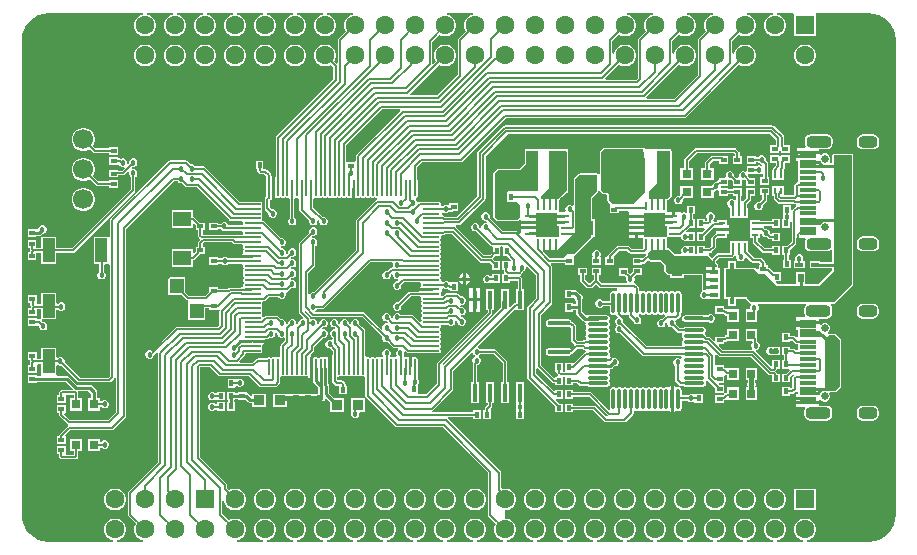
<source format=gtl>
G04*
G04 #@! TF.GenerationSoftware,Altium Limited,Altium Designer,21.1.1 (26)*
G04*
G04 Layer_Physical_Order=1*
G04 Layer_Color=255*
%FSLAX25Y25*%
%MOIN*%
G70*
G04*
G04 #@! TF.SameCoordinates,DA73CDCF-2591-419C-BC5F-B2C7988706A4*
G04*
G04*
G04 #@! TF.FilePolarity,Positive*
G04*
G01*
G75*
%ADD10C,0.01000*%
%ADD13C,0.00600*%
%ADD14C,0.00800*%
%ADD19C,0.00500*%
%ADD22R,0.01575X0.01968*%
%ADD23R,0.01654X0.06000*%
%ADD24R,0.01968X0.01575*%
%ADD25R,0.06693X0.06693*%
%ADD26R,0.05709X0.05709*%
%ADD27R,0.03500X0.05000*%
%ADD28R,0.03000X0.03000*%
%ADD29R,0.00984X0.03150*%
%ADD30R,0.04134X0.07874*%
%ADD31O,0.00787X0.05512*%
%ADD32O,0.05512X0.00787*%
%ADD33R,0.02953X0.01575*%
%ADD34R,0.09449X0.09646*%
%ADD35R,0.01575X0.02087*%
%ADD36R,0.02953X0.03150*%
%ADD37O,0.07087X0.01100*%
%ADD38O,0.01100X0.07087*%
%ADD39R,0.03150X0.00984*%
%ADD40R,0.02559X0.01181*%
%ADD41R,0.02165X0.03150*%
G04:AMPARAMS|DCode=42|XSize=15.75mil|YSize=74.8mil|CornerRadius=3.94mil|HoleSize=0mil|Usage=FLASHONLY|Rotation=270.000|XOffset=0mil|YOffset=0mil|HoleType=Round|Shape=RoundedRectangle|*
%AMROUNDEDRECTD42*
21,1,0.01575,0.06693,0,0,270.0*
21,1,0.00787,0.07480,0,0,270.0*
1,1,0.00787,-0.03347,-0.00394*
1,1,0.00787,-0.03347,0.00394*
1,1,0.00787,0.03347,0.00394*
1,1,0.00787,0.03347,-0.00394*
%
%ADD42ROUNDEDRECTD42*%
%ADD43R,0.03858X0.13386*%
%ADD44R,0.03150X0.02953*%
%ADD45R,0.00984X0.02362*%
%ADD46R,0.02362X0.00984*%
%ADD47R,0.05000X0.03500*%
%ADD48R,0.03000X0.03000*%
%ADD49R,0.03500X0.03500*%
%ADD50R,0.05709X0.01181*%
%ADD51R,0.04724X0.05118*%
%ADD52R,0.05906X0.04724*%
%ADD91C,0.00900*%
%ADD92C,0.01500*%
%ADD93C,0.00689*%
%ADD94C,0.06693*%
%ADD95R,0.06299X0.06299*%
%ADD96C,0.06299*%
%ADD97C,0.02559*%
G04:AMPARAMS|DCode=98|XSize=39.37mil|YSize=62.99mil|CornerRadius=14.76mil|HoleSize=0mil|Usage=FLASHONLY|Rotation=90.000|XOffset=0mil|YOffset=0mil|HoleType=Round|Shape=RoundedRectangle|*
%AMROUNDEDRECTD98*
21,1,0.03937,0.03347,0,0,90.0*
21,1,0.00984,0.06299,0,0,90.0*
1,1,0.02953,0.01673,0.00492*
1,1,0.02953,0.01673,-0.00492*
1,1,0.02953,-0.01673,-0.00492*
1,1,0.02953,-0.01673,0.00492*
%
%ADD98ROUNDEDRECTD98*%
G04:AMPARAMS|DCode=99|XSize=39.37mil|YSize=82.68mil|CornerRadius=14.76mil|HoleSize=0mil|Usage=FLASHONLY|Rotation=90.000|XOffset=0mil|YOffset=0mil|HoleType=Round|Shape=RoundedRectangle|*
%AMROUNDEDRECTD99*
21,1,0.03937,0.05315,0,0,90.0*
21,1,0.00984,0.08268,0,0,90.0*
1,1,0.02953,0.02657,0.00492*
1,1,0.02953,0.02657,-0.00492*
1,1,0.02953,-0.02657,-0.00492*
1,1,0.02953,-0.02657,0.00492*
%
%ADD99ROUNDEDRECTD99*%
%ADD100C,0.01800*%
%ADD101C,0.17717*%
G36*
X1555571Y1347165D02*
X1557229Y1346663D01*
X1558756Y1345846D01*
X1560095Y1344747D01*
X1561194Y1343408D01*
X1562010Y1341881D01*
X1562513Y1340224D01*
X1562679Y1338541D01*
X1562671Y1338500D01*
Y1179957D01*
X1562679Y1179916D01*
X1562513Y1178233D01*
X1562010Y1176576D01*
X1561194Y1175048D01*
X1560095Y1173709D01*
X1558756Y1172611D01*
X1557229Y1171794D01*
X1555571Y1171291D01*
X1553889Y1171126D01*
X1553848Y1171134D01*
X1533135D01*
X1533069Y1171634D01*
X1533792Y1171828D01*
X1534624Y1172308D01*
X1535304Y1172987D01*
X1535784Y1173820D01*
X1536033Y1174748D01*
Y1175709D01*
X1535784Y1176637D01*
X1535304Y1177469D01*
X1534624Y1178149D01*
X1533792Y1178629D01*
X1532864Y1178878D01*
X1531903D01*
X1530974Y1178629D01*
X1530142Y1178149D01*
X1529463Y1177469D01*
X1528982Y1176637D01*
X1528734Y1175709D01*
Y1174748D01*
X1528982Y1173820D01*
X1529463Y1172987D01*
X1530142Y1172308D01*
X1530974Y1171828D01*
X1531697Y1171634D01*
X1531632Y1171134D01*
X1523135D01*
X1523069Y1171634D01*
X1523792Y1171828D01*
X1524624Y1172308D01*
X1525304Y1172987D01*
X1525784Y1173820D01*
X1526033Y1174748D01*
Y1175709D01*
X1525784Y1176637D01*
X1525304Y1177469D01*
X1524624Y1178149D01*
X1523792Y1178629D01*
X1522864Y1178878D01*
X1521903D01*
X1520975Y1178629D01*
X1520142Y1178149D01*
X1519463Y1177469D01*
X1518982Y1176637D01*
X1518734Y1175709D01*
Y1174748D01*
X1518982Y1173820D01*
X1519463Y1172987D01*
X1520142Y1172308D01*
X1520975Y1171828D01*
X1521697Y1171634D01*
X1521632Y1171134D01*
X1513135D01*
X1513069Y1171634D01*
X1513792Y1171828D01*
X1514624Y1172308D01*
X1515304Y1172987D01*
X1515784Y1173820D01*
X1516033Y1174748D01*
Y1175709D01*
X1515784Y1176637D01*
X1515304Y1177469D01*
X1514624Y1178149D01*
X1513792Y1178629D01*
X1512864Y1178878D01*
X1511903D01*
X1510975Y1178629D01*
X1510142Y1178149D01*
X1509463Y1177469D01*
X1508982Y1176637D01*
X1508734Y1175709D01*
Y1174748D01*
X1508982Y1173820D01*
X1509463Y1172987D01*
X1510142Y1172308D01*
X1510975Y1171828D01*
X1511697Y1171634D01*
X1511632Y1171134D01*
X1503135D01*
X1503069Y1171634D01*
X1503792Y1171828D01*
X1504624Y1172308D01*
X1505304Y1172987D01*
X1505784Y1173820D01*
X1506033Y1174748D01*
Y1175709D01*
X1505784Y1176637D01*
X1505304Y1177469D01*
X1504624Y1178149D01*
X1503792Y1178629D01*
X1502864Y1178878D01*
X1501903D01*
X1500974Y1178629D01*
X1500142Y1178149D01*
X1499463Y1177469D01*
X1498982Y1176637D01*
X1498734Y1175709D01*
Y1174748D01*
X1498982Y1173820D01*
X1499463Y1172987D01*
X1500142Y1172308D01*
X1500974Y1171828D01*
X1501697Y1171634D01*
X1501632Y1171134D01*
X1493135D01*
X1493069Y1171634D01*
X1493792Y1171828D01*
X1494624Y1172308D01*
X1495304Y1172987D01*
X1495784Y1173820D01*
X1496033Y1174748D01*
Y1175709D01*
X1495784Y1176637D01*
X1495304Y1177469D01*
X1494624Y1178149D01*
X1493792Y1178629D01*
X1492864Y1178878D01*
X1491903D01*
X1490975Y1178629D01*
X1490142Y1178149D01*
X1489463Y1177469D01*
X1488982Y1176637D01*
X1488734Y1175709D01*
Y1174748D01*
X1488982Y1173820D01*
X1489463Y1172987D01*
X1490142Y1172308D01*
X1490975Y1171828D01*
X1491697Y1171634D01*
X1491632Y1171134D01*
X1483135D01*
X1483069Y1171634D01*
X1483792Y1171828D01*
X1484624Y1172308D01*
X1485304Y1172987D01*
X1485784Y1173820D01*
X1486033Y1174748D01*
Y1175709D01*
X1485784Y1176637D01*
X1485304Y1177469D01*
X1484624Y1178149D01*
X1483792Y1178629D01*
X1482864Y1178878D01*
X1481903D01*
X1480974Y1178629D01*
X1480142Y1178149D01*
X1479463Y1177469D01*
X1478982Y1176637D01*
X1478734Y1175709D01*
Y1174748D01*
X1478982Y1173820D01*
X1479463Y1172987D01*
X1480142Y1172308D01*
X1480974Y1171828D01*
X1481697Y1171634D01*
X1481632Y1171134D01*
X1473135D01*
X1473069Y1171634D01*
X1473792Y1171828D01*
X1474624Y1172308D01*
X1475304Y1172987D01*
X1475784Y1173820D01*
X1476033Y1174748D01*
Y1175709D01*
X1475784Y1176637D01*
X1475304Y1177469D01*
X1474624Y1178149D01*
X1473792Y1178629D01*
X1472864Y1178878D01*
X1471903D01*
X1470975Y1178629D01*
X1470142Y1178149D01*
X1469463Y1177469D01*
X1468982Y1176637D01*
X1468734Y1175709D01*
Y1174748D01*
X1468982Y1173820D01*
X1469463Y1172987D01*
X1470142Y1172308D01*
X1470975Y1171828D01*
X1471697Y1171634D01*
X1471632Y1171134D01*
X1463135D01*
X1463069Y1171634D01*
X1463792Y1171828D01*
X1464624Y1172308D01*
X1465304Y1172987D01*
X1465784Y1173820D01*
X1466033Y1174748D01*
Y1175709D01*
X1465784Y1176637D01*
X1465304Y1177469D01*
X1464624Y1178149D01*
X1463792Y1178629D01*
X1462864Y1178878D01*
X1461903D01*
X1460975Y1178629D01*
X1460142Y1178149D01*
X1459463Y1177469D01*
X1458982Y1176637D01*
X1458734Y1175709D01*
Y1174748D01*
X1458982Y1173820D01*
X1459463Y1172987D01*
X1460142Y1172308D01*
X1460975Y1171828D01*
X1461697Y1171634D01*
X1461632Y1171134D01*
X1453135D01*
X1453069Y1171634D01*
X1453792Y1171828D01*
X1454624Y1172308D01*
X1455304Y1172987D01*
X1455784Y1173820D01*
X1456033Y1174748D01*
Y1175709D01*
X1455784Y1176637D01*
X1455304Y1177469D01*
X1454624Y1178149D01*
X1453792Y1178629D01*
X1452864Y1178878D01*
X1451903D01*
X1450974Y1178629D01*
X1450142Y1178149D01*
X1449463Y1177469D01*
X1448982Y1176637D01*
X1448734Y1175709D01*
Y1174748D01*
X1448982Y1173820D01*
X1449463Y1172987D01*
X1450142Y1172308D01*
X1450974Y1171828D01*
X1451697Y1171634D01*
X1451632Y1171134D01*
X1443135D01*
X1443069Y1171634D01*
X1443792Y1171828D01*
X1444624Y1172308D01*
X1445304Y1172987D01*
X1445784Y1173820D01*
X1446033Y1174748D01*
Y1175709D01*
X1445784Y1176637D01*
X1445304Y1177469D01*
X1444624Y1178149D01*
X1443792Y1178629D01*
X1442864Y1178878D01*
X1441903D01*
X1440975Y1178629D01*
X1440142Y1178149D01*
X1439463Y1177469D01*
X1438982Y1176637D01*
X1438734Y1175709D01*
Y1174748D01*
X1438982Y1173820D01*
X1439463Y1172987D01*
X1440142Y1172308D01*
X1440975Y1171828D01*
X1441697Y1171634D01*
X1441632Y1171134D01*
X1433135D01*
X1433069Y1171634D01*
X1433792Y1171828D01*
X1434624Y1172308D01*
X1435304Y1172987D01*
X1435784Y1173820D01*
X1436033Y1174748D01*
Y1175709D01*
X1435784Y1176637D01*
X1435304Y1177469D01*
X1434624Y1178149D01*
X1433792Y1178629D01*
X1432864Y1178878D01*
X1432383D01*
Y1181579D01*
X1432864D01*
X1433792Y1181828D01*
X1434624Y1182308D01*
X1435304Y1182987D01*
X1435784Y1183820D01*
X1436033Y1184748D01*
Y1185709D01*
X1435784Y1186637D01*
X1435304Y1187469D01*
X1434624Y1188149D01*
X1433792Y1188629D01*
X1432864Y1188878D01*
X1431903D01*
X1431765Y1188841D01*
X1431265Y1189225D01*
Y1194000D01*
X1431207Y1194293D01*
X1431041Y1194541D01*
X1413346Y1212235D01*
X1413406Y1212527D01*
X1413534Y1212735D01*
X1421849D01*
Y1211944D01*
X1424424D01*
Y1214913D01*
X1421849D01*
Y1214265D01*
X1408206D01*
X1408157Y1214765D01*
X1408302Y1214793D01*
X1408550Y1214959D01*
X1415041Y1221450D01*
X1415041Y1221450D01*
X1415207Y1221698D01*
X1415265Y1221991D01*
Y1228184D01*
X1421138Y1234057D01*
X1421720Y1233932D01*
X1421813Y1233707D01*
X1422207Y1233313D01*
X1422310Y1233271D01*
Y1232729D01*
X1422207Y1232687D01*
X1421813Y1232293D01*
X1421600Y1231779D01*
Y1231221D01*
X1421730Y1230907D01*
X1421670Y1230818D01*
X1421612Y1230525D01*
Y1224220D01*
X1421050D01*
Y1217220D01*
X1423704D01*
Y1224220D01*
X1423142D01*
Y1230100D01*
X1423279D01*
X1423793Y1230313D01*
X1424187Y1230707D01*
X1424400Y1231221D01*
Y1231779D01*
X1424187Y1232293D01*
X1423793Y1232687D01*
X1423690Y1232729D01*
Y1233271D01*
X1423793Y1233313D01*
X1424187Y1233707D01*
X1424199Y1233735D01*
X1428717D01*
X1431612Y1230840D01*
Y1224220D01*
X1431050D01*
Y1217220D01*
X1433704D01*
Y1224220D01*
X1433142D01*
Y1231157D01*
X1433142Y1231157D01*
X1433083Y1231450D01*
X1432918Y1231698D01*
X1432918Y1231698D01*
X1429575Y1235041D01*
X1429327Y1235207D01*
X1429034Y1235265D01*
X1424199D01*
X1424187Y1235293D01*
X1423793Y1235687D01*
X1423568Y1235780D01*
X1423443Y1236362D01*
X1425003Y1237922D01*
X1425003Y1237922D01*
X1435593Y1248512D01*
X1436050Y1248322D01*
Y1248322D01*
X1438704D01*
Y1255322D01*
X1438142D01*
Y1258623D01*
X1438083Y1258916D01*
X1437918Y1259164D01*
X1437612Y1259469D01*
X1437534Y1259521D01*
X1437612Y1260046D01*
X1437877Y1260223D01*
X1438347Y1260694D01*
X1438347Y1260694D01*
X1438524Y1260958D01*
X1438577Y1261224D01*
X1438793Y1261313D01*
X1439187Y1261707D01*
X1439400Y1262222D01*
Y1262778D01*
X1439377Y1262835D01*
X1439801Y1263118D01*
X1442735Y1260183D01*
Y1252317D01*
X1440076Y1249657D01*
X1439910Y1249409D01*
X1439852Y1249117D01*
Y1225845D01*
X1439910Y1225553D01*
X1440076Y1225305D01*
X1449249Y1216131D01*
Y1214244D01*
X1451824D01*
Y1217213D01*
X1450331D01*
X1449299Y1218244D01*
X1449506Y1218744D01*
X1451824D01*
Y1221713D01*
X1449249D01*
Y1221539D01*
X1448749Y1221332D01*
X1442881Y1227200D01*
Y1228830D01*
X1443381Y1229037D01*
X1448231Y1224188D01*
X1448479Y1224022D01*
X1448772Y1223964D01*
X1449249D01*
Y1223244D01*
X1451824D01*
Y1226184D01*
X1452596D01*
Y1223244D01*
X1455171D01*
Y1223894D01*
X1456475D01*
X1457043Y1223325D01*
X1457043Y1223325D01*
X1457308Y1223148D01*
X1457620Y1223086D01*
X1459676D01*
X1459935Y1222913D01*
X1460345Y1222831D01*
X1466332D01*
X1466741Y1222913D01*
X1467089Y1223145D01*
X1467321Y1223492D01*
X1467402Y1223902D01*
X1467321Y1224311D01*
X1467156Y1224557D01*
X1467116Y1224886D01*
X1467156Y1225215D01*
X1467321Y1225460D01*
X1467402Y1225870D01*
X1467321Y1226280D01*
X1467156Y1226525D01*
X1467116Y1226854D01*
X1467156Y1227183D01*
X1467321Y1227429D01*
X1467402Y1227839D01*
X1467321Y1228248D01*
X1467282Y1228307D01*
X1467549Y1228807D01*
X1467610D01*
X1468000Y1228884D01*
X1468331Y1229105D01*
X1468825Y1229600D01*
X1469279D01*
X1469793Y1229813D01*
X1470187Y1230207D01*
X1470400Y1230721D01*
Y1231279D01*
X1470187Y1231793D01*
X1469793Y1232187D01*
X1469279Y1232400D01*
X1468721D01*
X1468330Y1232238D01*
X1467919Y1232347D01*
X1467752Y1232439D01*
X1467449Y1232893D01*
X1467156Y1233089D01*
X1467321Y1233334D01*
X1467402Y1233744D01*
X1467321Y1234154D01*
X1467156Y1234400D01*
X1467116Y1234728D01*
X1467156Y1235057D01*
X1467321Y1235303D01*
X1467402Y1235713D01*
X1467321Y1236122D01*
X1467156Y1236368D01*
X1467116Y1236697D01*
X1467156Y1237026D01*
X1467321Y1237271D01*
X1467402Y1237681D01*
X1467321Y1238091D01*
X1467089Y1238438D01*
Y1238893D01*
X1467321Y1239240D01*
X1467402Y1239650D01*
X1467321Y1240059D01*
X1467156Y1240305D01*
X1467116Y1240634D01*
X1467156Y1240963D01*
X1467321Y1241208D01*
X1467402Y1241618D01*
X1467321Y1242028D01*
X1467156Y1242274D01*
X1467116Y1242602D01*
X1467156Y1242931D01*
X1467321Y1243177D01*
X1467402Y1243587D01*
X1467321Y1243996D01*
X1467156Y1244242D01*
X1467116Y1244571D01*
X1467156Y1244900D01*
X1467321Y1245145D01*
X1467402Y1245555D01*
X1467321Y1245965D01*
X1467089Y1246312D01*
X1466741Y1246544D01*
X1466332Y1246626D01*
X1460345D01*
X1459993Y1246556D01*
X1459386D01*
X1458020Y1247922D01*
Y1251540D01*
X1458187Y1251707D01*
X1458400Y1252221D01*
Y1252779D01*
X1458187Y1253293D01*
X1457793Y1253687D01*
X1457378Y1253859D01*
X1456549Y1254688D01*
X1456219Y1254908D01*
X1455828Y1254986D01*
X1455171D01*
Y1255213D01*
X1452596D01*
Y1252244D01*
X1455171D01*
X1455171Y1252244D01*
X1455631Y1252148D01*
X1455813Y1251707D01*
X1455980Y1251540D01*
Y1250520D01*
X1455171D01*
Y1250713D01*
X1452596D01*
Y1247744D01*
X1455171D01*
Y1248480D01*
X1455980D01*
Y1247500D01*
X1456058Y1247110D01*
X1456279Y1246779D01*
X1458243Y1244815D01*
X1458574Y1244594D01*
X1458964Y1244516D01*
X1459102D01*
X1459369Y1244016D01*
X1459356Y1243996D01*
X1459274Y1243587D01*
X1459356Y1243177D01*
X1459520Y1242931D01*
X1459560Y1242602D01*
X1459520Y1242274D01*
X1459356Y1242028D01*
X1459274Y1241618D01*
X1459356Y1241208D01*
X1459520Y1240963D01*
X1459560Y1240634D01*
X1459520Y1240305D01*
X1459356Y1240059D01*
X1459274Y1239650D01*
X1459356Y1239240D01*
X1459552Y1238946D01*
X1459492Y1238706D01*
X1459357Y1238446D01*
X1459040D01*
X1458747Y1238388D01*
X1458499Y1238222D01*
X1458300Y1238022D01*
X1456667D01*
X1456075Y1238614D01*
Y1243020D01*
X1456017Y1243313D01*
X1455851Y1243561D01*
X1455100Y1244312D01*
X1454852Y1244478D01*
X1454605Y1244527D01*
X1454572Y1244695D01*
X1454374Y1244991D01*
X1454078Y1245188D01*
X1453730Y1245258D01*
X1447037D01*
X1446688Y1245188D01*
X1446392Y1244991D01*
X1446195Y1244695D01*
X1446126Y1244347D01*
Y1243559D01*
X1446195Y1243210D01*
X1446392Y1242915D01*
X1446688Y1242717D01*
X1447037Y1242648D01*
X1453730D01*
X1454049Y1242711D01*
X1454090Y1242710D01*
X1454546Y1242428D01*
Y1238297D01*
X1454604Y1238005D01*
X1454770Y1237757D01*
X1455371Y1237155D01*
X1455369Y1236450D01*
X1454453Y1235534D01*
X1454374Y1235542D01*
X1454078Y1235740D01*
X1453730Y1235809D01*
X1447037D01*
X1446688Y1235740D01*
X1446392Y1235542D01*
X1446195Y1235246D01*
X1446126Y1234898D01*
Y1234110D01*
X1446195Y1233762D01*
X1446392Y1233466D01*
X1446688Y1233268D01*
X1447037Y1233199D01*
X1453730D01*
X1454078Y1233268D01*
X1454374Y1233466D01*
X1454572Y1233762D01*
X1454582Y1233816D01*
X1454873Y1233874D01*
X1455121Y1234040D01*
X1456574Y1235493D01*
X1458325D01*
X1458646Y1235172D01*
X1458646Y1235172D01*
X1458894Y1235006D01*
X1459187Y1234948D01*
X1459283Y1234456D01*
X1459274Y1234402D01*
X1459009Y1234225D01*
X1459009Y1234225D01*
X1455635Y1230851D01*
X1455171Y1230713D01*
Y1230713D01*
X1455171Y1230713D01*
X1452596D01*
Y1227816D01*
X1451824D01*
Y1230713D01*
X1449249D01*
Y1227744D01*
X1449353D01*
X1449721Y1227463D01*
X1449783Y1227151D01*
X1449960Y1226886D01*
X1450134Y1226713D01*
X1449927Y1226213D01*
X1449249D01*
Y1226039D01*
X1448749Y1225832D01*
X1444381Y1230200D01*
Y1246800D01*
X1447955Y1250373D01*
X1448121Y1250622D01*
X1448179Y1250914D01*
Y1262586D01*
X1448121Y1262878D01*
X1447955Y1263126D01*
X1447669Y1263413D01*
X1447876Y1263913D01*
X1452399D01*
Y1263441D01*
X1455367D01*
Y1265997D01*
X1455464Y1266333D01*
X1455503Y1266460D01*
X1455883Y1266617D01*
X1461429Y1272163D01*
X1461587Y1272546D01*
X1462049Y1272728D01*
X1462372D01*
Y1278728D01*
X1461587D01*
Y1285822D01*
X1463383Y1287617D01*
X1463541Y1288000D01*
X1463605Y1288047D01*
X1464117Y1288117D01*
X1465117Y1287117D01*
X1465500Y1286959D01*
X1465500Y1286959D01*
X1466276D01*
X1466459Y1286776D01*
Y1284927D01*
X1466617Y1284544D01*
X1466617Y1284544D01*
X1467492Y1283669D01*
X1467399Y1283169D01*
X1467399D01*
X1467399Y1283169D01*
Y1280595D01*
X1470367D01*
Y1281415D01*
X1473308D01*
X1473708Y1281173D01*
Y1280181D01*
X1476282D01*
X1478857D01*
Y1280854D01*
X1485909D01*
Y1280181D01*
X1487984D01*
Y1281173D01*
X1486328D01*
Y1284959D01*
X1486500D01*
X1486883Y1285117D01*
X1486883Y1285117D01*
X1487883Y1286117D01*
X1488041Y1286500D01*
X1488041Y1286500D01*
Y1301500D01*
X1487883Y1301883D01*
X1487812Y1301912D01*
Y1301921D01*
X1487790D01*
X1487500Y1302041D01*
X1479077D01*
X1479017Y1302151D01*
X1478948Y1302318D01*
X1478883Y1302383D01*
X1478500Y1302541D01*
X1478018Y1302541D01*
X1465500Y1302541D01*
X1465117Y1302383D01*
X1465117Y1302383D01*
X1464117Y1301383D01*
X1463959Y1301000D01*
X1463959Y1301000D01*
Y1293798D01*
X1463459Y1293699D01*
X1463383Y1293883D01*
X1463000Y1294041D01*
X1457500Y1294041D01*
X1457500Y1294041D01*
X1457117Y1293883D01*
Y1293883D01*
X1455536Y1292301D01*
X1455536Y1292301D01*
X1455377Y1291918D01*
X1455377Y1291918D01*
Y1283310D01*
X1454877Y1283103D01*
X1454793Y1283187D01*
X1454278Y1283400D01*
X1453722D01*
X1453207Y1283187D01*
X1452813Y1282793D01*
X1452600Y1282279D01*
Y1281721D01*
X1452620Y1281673D01*
X1452286Y1281173D01*
X1450328D01*
Y1285004D01*
X1450640Y1285375D01*
X1452801Y1287535D01*
X1453312D01*
Y1288047D01*
X1453383Y1288117D01*
X1453383Y1288117D01*
X1453541Y1288500D01*
X1453541Y1288500D01*
X1453541Y1301005D01*
X1453541Y1301129D01*
X1453541Y1301500D01*
X1453541D01*
X1453491Y1301550D01*
X1453458Y1301593D01*
X1453312Y1301921D01*
X1453208Y1301921D01*
X1453000Y1302041D01*
X1452745Y1302041D01*
X1439854D01*
X1439854Y1302041D01*
X1439734Y1301921D01*
X1439123D01*
Y1301578D01*
X1439021Y1301311D01*
X1438959Y1301159D01*
X1438959Y1301146D01*
X1438959Y1301146D01*
X1438959Y1297224D01*
X1437276Y1295541D01*
X1430000D01*
X1430000Y1295541D01*
X1430000Y1295541D01*
X1429834Y1295473D01*
X1429617Y1295383D01*
X1429617Y1295383D01*
X1428617Y1294383D01*
X1428617Y1294383D01*
X1428459Y1294000D01*
X1428459Y1294000D01*
X1428459Y1279500D01*
X1428459Y1279500D01*
X1428617Y1279117D01*
X1428617Y1279117D01*
X1429617Y1278117D01*
X1429617Y1278117D01*
X1430000Y1277959D01*
X1430000Y1277959D01*
X1432000Y1277959D01*
X1436500Y1277959D01*
X1436711Y1278046D01*
X1436883Y1278117D01*
X1436883Y1278117D01*
X1436883Y1278117D01*
X1437246Y1278480D01*
X1437708Y1278289D01*
Y1278213D01*
X1440282D01*
X1442857D01*
Y1279181D01*
X1440282D01*
Y1280181D01*
X1442857D01*
Y1280854D01*
X1449909D01*
Y1280181D01*
X1452484D01*
Y1279181D01*
X1449909D01*
Y1278213D01*
X1452484D01*
Y1277213D01*
X1449909D01*
Y1276221D01*
X1450409D01*
Y1273269D01*
X1450328Y1272802D01*
X1449917Y1272802D01*
X1442857D01*
Y1273276D01*
X1440282D01*
Y1274276D01*
X1442857D01*
Y1275244D01*
X1440282D01*
X1437708D01*
Y1274027D01*
X1437246Y1273836D01*
X1436541Y1274541D01*
X1436293Y1274706D01*
X1436000Y1274765D01*
X1431817D01*
X1431041Y1275541D01*
X1431041Y1275541D01*
X1427388Y1279193D01*
X1427400Y1279222D01*
Y1279778D01*
X1427187Y1280293D01*
X1426793Y1280687D01*
X1426278Y1280900D01*
X1425721D01*
X1425207Y1280687D01*
X1424813Y1280293D01*
X1424600Y1279778D01*
Y1279222D01*
X1424813Y1278707D01*
X1425207Y1278313D01*
X1425721Y1278100D01*
X1426235D01*
X1426439Y1277862D01*
X1426368Y1277657D01*
X1426177Y1277400D01*
X1425721D01*
X1425207Y1277187D01*
X1424813Y1276793D01*
X1424600Y1276278D01*
Y1275823D01*
X1424343Y1275632D01*
X1424138Y1275561D01*
X1423900Y1275765D01*
Y1276278D01*
X1423687Y1276793D01*
X1423293Y1277187D01*
X1422779Y1277400D01*
X1422221D01*
X1421707Y1277187D01*
X1421313Y1276793D01*
X1421100Y1276278D01*
Y1275721D01*
X1421313Y1275207D01*
X1421707Y1274813D01*
X1422221Y1274600D01*
X1422779D01*
X1422807Y1274612D01*
X1427459Y1269959D01*
X1427459Y1269959D01*
X1427707Y1269794D01*
X1427961Y1269743D01*
X1428324Y1269413D01*
Y1267795D01*
X1427406Y1266877D01*
X1425367D01*
X1416105Y1276138D01*
X1415981Y1276220D01*
X1416133Y1276720D01*
X1417122D01*
X1417451Y1276786D01*
X1417730Y1276973D01*
X1425698Y1284940D01*
X1425885Y1285219D01*
X1425950Y1285549D01*
Y1299790D01*
X1433299Y1307139D01*
X1520788D01*
X1522727Y1305200D01*
Y1303362D01*
X1520899D01*
Y1300787D01*
X1523867D01*
Y1301279D01*
X1524133Y1301433D01*
X1524399Y1301279D01*
Y1300787D01*
X1527367D01*
Y1303362D01*
X1525539D01*
Y1306007D01*
X1525473Y1306337D01*
X1525286Y1306616D01*
X1525286Y1306616D01*
X1522205Y1309698D01*
X1521925Y1309884D01*
X1521596Y1309950D01*
X1432491D01*
X1432491Y1309950D01*
X1432162Y1309884D01*
X1431882Y1309698D01*
X1431882Y1309698D01*
X1423391Y1301207D01*
X1423205Y1300927D01*
X1423139Y1300598D01*
Y1286357D01*
X1416314Y1279531D01*
X1412418D01*
X1412152Y1279709D01*
X1411878Y1279764D01*
X1411877Y1279764D01*
X1411786Y1279833D01*
X1411508Y1280274D01*
X1411551Y1280488D01*
X1411525Y1280618D01*
X1411861Y1280832D01*
X1411982Y1280882D01*
X1412472Y1280680D01*
X1413029D01*
X1413543Y1280893D01*
X1413796Y1281145D01*
X1414421D01*
X1414772Y1281215D01*
X1415070Y1281414D01*
X1415197Y1281541D01*
X1416867D01*
Y1284116D01*
X1413899D01*
Y1283618D01*
X1413794Y1283514D01*
X1413399Y1283326D01*
X1413029Y1283480D01*
X1412472D01*
X1411957Y1283267D01*
X1411745Y1283055D01*
X1411319Y1283113D01*
X1411023Y1283548D01*
X1411041Y1283638D01*
X1410972Y1283986D01*
X1410774Y1284282D01*
X1410478Y1284480D01*
X1410130Y1284549D01*
X1405405D01*
X1405056Y1284480D01*
X1404939Y1284401D01*
X1404209D01*
X1404209Y1284401D01*
X1403916Y1284343D01*
X1403800Y1284265D01*
X1403663Y1284269D01*
X1403388Y1284350D01*
X1403230Y1284447D01*
X1403087Y1284793D01*
X1402693Y1285187D01*
X1402649Y1285205D01*
X1402701Y1285725D01*
X1402804Y1285746D01*
X1403100Y1285943D01*
X1403298Y1286239D01*
X1403367Y1286587D01*
Y1291312D01*
X1403298Y1291660D01*
X1403220Y1291776D01*
Y1296139D01*
X1404817Y1297735D01*
X1417802D01*
X1418095Y1297793D01*
X1418343Y1297959D01*
X1432816Y1312433D01*
X1492352D01*
X1492645Y1312491D01*
X1492893Y1312657D01*
X1510397Y1330161D01*
X1510975Y1329827D01*
X1511903Y1329579D01*
X1512864D01*
X1513792Y1329827D01*
X1514624Y1330308D01*
X1515304Y1330987D01*
X1515784Y1331820D01*
X1516033Y1332748D01*
Y1333709D01*
X1515784Y1334637D01*
X1515304Y1335469D01*
X1514624Y1336149D01*
X1513792Y1336629D01*
X1512864Y1336878D01*
X1511903D01*
X1510975Y1336629D01*
X1510142Y1336149D01*
X1509463Y1335469D01*
X1508982Y1334637D01*
X1508765Y1333825D01*
X1508265Y1333891D01*
Y1338028D01*
X1510397Y1340161D01*
X1510975Y1339828D01*
X1511903Y1339579D01*
X1512864D01*
X1513792Y1339828D01*
X1514624Y1340308D01*
X1515304Y1340987D01*
X1515784Y1341820D01*
X1516033Y1342748D01*
Y1343709D01*
X1515784Y1344637D01*
X1515304Y1345469D01*
X1514624Y1346149D01*
X1513792Y1346629D01*
X1513069Y1346823D01*
X1513135Y1347323D01*
X1521632D01*
X1521697Y1346823D01*
X1520975Y1346629D01*
X1520142Y1346149D01*
X1519463Y1345469D01*
X1518982Y1344637D01*
X1518734Y1343709D01*
Y1342748D01*
X1518982Y1341820D01*
X1519463Y1340987D01*
X1520142Y1340308D01*
X1520975Y1339828D01*
X1521903Y1339579D01*
X1522864D01*
X1523792Y1339828D01*
X1524624Y1340308D01*
X1525304Y1340987D01*
X1525784Y1341820D01*
X1526033Y1342748D01*
Y1343709D01*
X1525784Y1344637D01*
X1525304Y1345469D01*
X1524624Y1346149D01*
X1523792Y1346629D01*
X1523069Y1346823D01*
X1523135Y1347323D01*
X1528601D01*
X1528734Y1346878D01*
X1528734Y1346823D01*
Y1339579D01*
X1536033D01*
Y1346823D01*
X1536033Y1346878D01*
X1536166Y1347323D01*
X1553848D01*
X1553889Y1347331D01*
X1555571Y1347165D01*
D02*
G37*
G36*
X1501697Y1346823D02*
X1500974Y1346629D01*
X1500142Y1346149D01*
X1499463Y1345469D01*
X1498982Y1344637D01*
X1498734Y1343709D01*
Y1342748D01*
X1498982Y1341820D01*
X1499316Y1341242D01*
X1496846Y1338773D01*
X1496680Y1338525D01*
X1496622Y1338232D01*
Y1326703D01*
X1488731Y1318812D01*
X1479756D01*
X1479549Y1319312D01*
X1490397Y1330161D01*
X1490975Y1329827D01*
X1491903Y1329579D01*
X1492864D01*
X1493792Y1329827D01*
X1494624Y1330308D01*
X1495304Y1330987D01*
X1495784Y1331820D01*
X1496033Y1332748D01*
Y1333709D01*
X1495784Y1334637D01*
X1495304Y1335469D01*
X1494624Y1336149D01*
X1493792Y1336629D01*
X1492864Y1336878D01*
X1491903D01*
X1490975Y1336629D01*
X1490142Y1336149D01*
X1489463Y1335469D01*
X1488982Y1334637D01*
X1488765Y1333825D01*
X1488265Y1333891D01*
Y1338028D01*
X1490397Y1340161D01*
X1490975Y1339828D01*
X1491903Y1339579D01*
X1492864D01*
X1493792Y1339828D01*
X1494624Y1340308D01*
X1495304Y1340987D01*
X1495784Y1341820D01*
X1496033Y1342748D01*
Y1343709D01*
X1495784Y1344637D01*
X1495304Y1345469D01*
X1494624Y1346149D01*
X1493792Y1346629D01*
X1493069Y1346823D01*
X1493135Y1347323D01*
X1501632D01*
X1501697Y1346823D01*
D02*
G37*
G36*
X1481697D02*
X1480974Y1346629D01*
X1480142Y1346149D01*
X1479463Y1345469D01*
X1478982Y1344637D01*
X1478734Y1343709D01*
Y1342748D01*
X1478982Y1341820D01*
X1479316Y1341242D01*
X1476959Y1338886D01*
X1476793Y1338638D01*
X1476735Y1338345D01*
Y1325817D01*
X1476030Y1325112D01*
X1466055D01*
X1465848Y1325612D01*
X1470397Y1330161D01*
X1470975Y1329827D01*
X1471903Y1329579D01*
X1472864D01*
X1473792Y1329827D01*
X1474624Y1330308D01*
X1475304Y1330987D01*
X1475784Y1331820D01*
X1476033Y1332748D01*
Y1333709D01*
X1475784Y1334637D01*
X1475304Y1335469D01*
X1474624Y1336149D01*
X1473792Y1336629D01*
X1472864Y1336878D01*
X1471903D01*
X1470975Y1336629D01*
X1470142Y1336149D01*
X1469463Y1335469D01*
X1468982Y1334637D01*
X1468765Y1333825D01*
X1468265Y1333891D01*
Y1338028D01*
X1470397Y1340161D01*
X1470975Y1339828D01*
X1471903Y1339579D01*
X1472864D01*
X1473792Y1339828D01*
X1474624Y1340308D01*
X1475304Y1340987D01*
X1475784Y1341820D01*
X1476033Y1342748D01*
Y1343709D01*
X1475784Y1344637D01*
X1475304Y1345469D01*
X1474624Y1346149D01*
X1473792Y1346629D01*
X1473069Y1346823D01*
X1473135Y1347323D01*
X1481631D01*
X1481697Y1346823D01*
D02*
G37*
G36*
X1421697D02*
X1420975Y1346629D01*
X1420142Y1346149D01*
X1419463Y1345469D01*
X1418982Y1344637D01*
X1418734Y1343709D01*
Y1342748D01*
X1418982Y1341820D01*
X1419316Y1341242D01*
X1417002Y1338928D01*
X1416836Y1338680D01*
X1416778Y1338387D01*
Y1326859D01*
X1409884Y1319965D01*
X1400909D01*
X1400702Y1320465D01*
X1410397Y1330161D01*
X1410975Y1329827D01*
X1411903Y1329579D01*
X1412864D01*
X1413792Y1329827D01*
X1414624Y1330308D01*
X1415304Y1330987D01*
X1415784Y1331820D01*
X1416033Y1332748D01*
Y1333709D01*
X1415784Y1334637D01*
X1415304Y1335469D01*
X1414624Y1336149D01*
X1413792Y1336629D01*
X1412864Y1336878D01*
X1411903D01*
X1410975Y1336629D01*
X1410142Y1336149D01*
X1409463Y1335469D01*
X1408982Y1334637D01*
X1408734Y1333709D01*
Y1332748D01*
X1408982Y1331820D01*
X1409316Y1331242D01*
X1408577Y1330503D01*
X1408077Y1330710D01*
Y1337840D01*
X1410397Y1340161D01*
X1410975Y1339828D01*
X1411903Y1339579D01*
X1412864D01*
X1413792Y1339828D01*
X1414624Y1340308D01*
X1415304Y1340987D01*
X1415784Y1341820D01*
X1416033Y1342748D01*
Y1343709D01*
X1415784Y1344637D01*
X1415304Y1345469D01*
X1414624Y1346149D01*
X1413792Y1346629D01*
X1413069Y1346823D01*
X1413135Y1347323D01*
X1421632D01*
X1421697Y1346823D01*
D02*
G37*
G36*
X1280226Y1347323D02*
X1311631D01*
X1311697Y1346823D01*
X1310975Y1346629D01*
X1310142Y1346149D01*
X1309463Y1345469D01*
X1308982Y1344637D01*
X1308734Y1343709D01*
Y1342748D01*
X1308982Y1341820D01*
X1309463Y1340987D01*
X1310142Y1340308D01*
X1310975Y1339828D01*
X1311903Y1339579D01*
X1312864D01*
X1313792Y1339828D01*
X1314624Y1340308D01*
X1315304Y1340987D01*
X1315784Y1341820D01*
X1316033Y1342748D01*
Y1343709D01*
X1315784Y1344637D01*
X1315304Y1345469D01*
X1314624Y1346149D01*
X1313792Y1346629D01*
X1313069Y1346823D01*
X1313135Y1347323D01*
X1321632D01*
X1321697Y1346823D01*
X1320975Y1346629D01*
X1320142Y1346149D01*
X1319463Y1345469D01*
X1318982Y1344637D01*
X1318734Y1343709D01*
Y1342748D01*
X1318982Y1341820D01*
X1319463Y1340987D01*
X1320142Y1340308D01*
X1320975Y1339828D01*
X1321903Y1339579D01*
X1322864D01*
X1323792Y1339828D01*
X1324624Y1340308D01*
X1325304Y1340987D01*
X1325784Y1341820D01*
X1326033Y1342748D01*
Y1343709D01*
X1325784Y1344637D01*
X1325304Y1345469D01*
X1324624Y1346149D01*
X1323792Y1346629D01*
X1323069Y1346823D01*
X1323135Y1347323D01*
X1331631D01*
X1331697Y1346823D01*
X1330974Y1346629D01*
X1330142Y1346149D01*
X1329463Y1345469D01*
X1328982Y1344637D01*
X1328734Y1343709D01*
Y1342748D01*
X1328982Y1341820D01*
X1329463Y1340987D01*
X1330142Y1340308D01*
X1330974Y1339828D01*
X1331903Y1339579D01*
X1332864D01*
X1333792Y1339828D01*
X1334624Y1340308D01*
X1335304Y1340987D01*
X1335784Y1341820D01*
X1336033Y1342748D01*
Y1343709D01*
X1335784Y1344637D01*
X1335304Y1345469D01*
X1334624Y1346149D01*
X1333792Y1346629D01*
X1333069Y1346823D01*
X1333135Y1347323D01*
X1341632D01*
X1341697Y1346823D01*
X1340975Y1346629D01*
X1340142Y1346149D01*
X1339463Y1345469D01*
X1338982Y1344637D01*
X1338734Y1343709D01*
Y1342748D01*
X1338982Y1341820D01*
X1339463Y1340987D01*
X1340142Y1340308D01*
X1340975Y1339828D01*
X1341903Y1339579D01*
X1342864D01*
X1343792Y1339828D01*
X1344624Y1340308D01*
X1345304Y1340987D01*
X1345784Y1341820D01*
X1346033Y1342748D01*
Y1343709D01*
X1345784Y1344637D01*
X1345304Y1345469D01*
X1344624Y1346149D01*
X1343792Y1346629D01*
X1343069Y1346823D01*
X1343135Y1347323D01*
X1351632D01*
X1351697Y1346823D01*
X1350974Y1346629D01*
X1350142Y1346149D01*
X1349463Y1345469D01*
X1348982Y1344637D01*
X1348734Y1343709D01*
Y1342748D01*
X1348982Y1341820D01*
X1349463Y1340987D01*
X1350142Y1340308D01*
X1350974Y1339828D01*
X1351903Y1339579D01*
X1352864D01*
X1353792Y1339828D01*
X1354624Y1340308D01*
X1355304Y1340987D01*
X1355784Y1341820D01*
X1356033Y1342748D01*
Y1343709D01*
X1355784Y1344637D01*
X1355304Y1345469D01*
X1354624Y1346149D01*
X1353792Y1346629D01*
X1353069Y1346823D01*
X1353135Y1347323D01*
X1361631D01*
X1361697Y1346823D01*
X1360975Y1346629D01*
X1360142Y1346149D01*
X1359463Y1345469D01*
X1358982Y1344637D01*
X1358734Y1343709D01*
Y1342748D01*
X1358982Y1341820D01*
X1359463Y1340987D01*
X1360142Y1340308D01*
X1360975Y1339828D01*
X1361903Y1339579D01*
X1362864D01*
X1363792Y1339828D01*
X1364624Y1340308D01*
X1365304Y1340987D01*
X1365784Y1341820D01*
X1366033Y1342748D01*
Y1343709D01*
X1365784Y1344637D01*
X1365304Y1345469D01*
X1364624Y1346149D01*
X1363792Y1346629D01*
X1363069Y1346823D01*
X1363135Y1347323D01*
X1371632D01*
X1371697Y1346823D01*
X1370975Y1346629D01*
X1370142Y1346149D01*
X1369463Y1345469D01*
X1368982Y1344637D01*
X1368734Y1343709D01*
Y1342748D01*
X1368982Y1341820D01*
X1369463Y1340987D01*
X1370142Y1340308D01*
X1370975Y1339828D01*
X1371903Y1339579D01*
X1372864D01*
X1373792Y1339828D01*
X1374624Y1340308D01*
X1375304Y1340987D01*
X1375784Y1341820D01*
X1376033Y1342748D01*
Y1343709D01*
X1375784Y1344637D01*
X1375304Y1345469D01*
X1374624Y1346149D01*
X1373792Y1346629D01*
X1373069Y1346823D01*
X1373135Y1347323D01*
X1381631D01*
X1381697Y1346823D01*
X1380974Y1346629D01*
X1380142Y1346149D01*
X1379463Y1345469D01*
X1378982Y1344637D01*
X1378734Y1343709D01*
Y1342748D01*
X1378982Y1341820D01*
X1379316Y1341242D01*
X1376959Y1338886D01*
X1376793Y1338638D01*
X1376735Y1338345D01*
Y1330665D01*
X1376235Y1330458D01*
X1375451Y1331242D01*
X1375784Y1331820D01*
X1376033Y1332748D01*
Y1333709D01*
X1375784Y1334637D01*
X1375304Y1335469D01*
X1374624Y1336149D01*
X1373792Y1336629D01*
X1372864Y1336878D01*
X1371903D01*
X1370975Y1336629D01*
X1370142Y1336149D01*
X1369463Y1335469D01*
X1368982Y1334637D01*
X1368734Y1333709D01*
Y1332748D01*
X1368982Y1331820D01*
X1369463Y1330987D01*
X1370142Y1330308D01*
X1370975Y1329827D01*
X1371903Y1329579D01*
X1372864D01*
X1373792Y1329827D01*
X1374369Y1330161D01*
X1375235Y1329295D01*
Y1325317D01*
X1356246Y1306327D01*
X1356080Y1306079D01*
X1356022Y1305786D01*
Y1293002D01*
X1355711Y1292797D01*
Y1288950D01*
Y1285266D01*
X1355755Y1285275D01*
X1356216Y1285583D01*
X1356308Y1285720D01*
X1356438Y1285746D01*
X1356786Y1285676D01*
X1357135Y1285746D01*
X1357431Y1285943D01*
X1357717D01*
X1358012Y1285746D01*
X1358361Y1285676D01*
X1358710Y1285746D01*
X1359005Y1285943D01*
X1359292D01*
X1359587Y1285746D01*
X1359936Y1285676D01*
X1360241Y1285737D01*
X1360313Y1285727D01*
X1360741Y1285449D01*
Y1279201D01*
X1360707Y1279187D01*
X1360313Y1278793D01*
X1360100Y1278279D01*
Y1277722D01*
X1360313Y1277207D01*
X1360707Y1276813D01*
X1361222Y1276600D01*
X1361779D01*
X1362293Y1276813D01*
X1362687Y1277207D01*
X1362900Y1277722D01*
Y1278279D01*
X1362687Y1278793D01*
X1362293Y1279187D01*
X1362270Y1279196D01*
Y1281462D01*
X1362275Y1281489D01*
Y1285452D01*
X1362717Y1285733D01*
X1362775Y1285738D01*
X1363085Y1285676D01*
X1363396Y1285738D01*
X1363454Y1285733D01*
X1363896Y1285452D01*
Y1281840D01*
X1363954Y1281547D01*
X1364120Y1281299D01*
X1367112Y1278307D01*
X1367100Y1278279D01*
Y1277722D01*
X1367313Y1277207D01*
X1367707Y1276813D01*
X1368221Y1276600D01*
X1368779D01*
X1369293Y1276813D01*
X1369687Y1277207D01*
X1369900Y1277722D01*
Y1278177D01*
X1370157Y1278368D01*
X1370362Y1278439D01*
X1370600Y1278235D01*
Y1277722D01*
X1370813Y1277207D01*
X1371207Y1276813D01*
X1371721Y1276600D01*
X1372278D01*
X1372793Y1276813D01*
X1373187Y1277207D01*
X1373400Y1277722D01*
Y1278279D01*
X1373187Y1278793D01*
X1372793Y1279187D01*
X1372278Y1279400D01*
X1371721D01*
X1371693Y1279388D01*
X1368575Y1282507D01*
Y1285452D01*
X1369017Y1285733D01*
X1369075Y1285738D01*
X1369385Y1285676D01*
X1369734Y1285746D01*
X1369811Y1285798D01*
X1370172Y1285902D01*
X1370533Y1285798D01*
X1370611Y1285746D01*
X1370960Y1285676D01*
X1371308Y1285746D01*
X1371604Y1285943D01*
X1371890D01*
X1372186Y1285746D01*
X1372534Y1285676D01*
X1372883Y1285746D01*
X1373179Y1285943D01*
X1373465D01*
X1373761Y1285746D01*
X1374109Y1285676D01*
X1374458Y1285746D01*
X1374536Y1285798D01*
X1374897Y1285902D01*
X1375258Y1285798D01*
X1375335Y1285746D01*
X1375684Y1285676D01*
X1376033Y1285746D01*
X1376328Y1285943D01*
X1376614D01*
X1376910Y1285746D01*
X1377259Y1285676D01*
X1377608Y1285746D01*
X1377903Y1285943D01*
X1378189D01*
X1378485Y1285746D01*
X1378834Y1285676D01*
X1379182Y1285746D01*
X1379260Y1285798D01*
X1379621Y1285902D01*
X1379982Y1285798D01*
X1380060Y1285746D01*
X1380408Y1285676D01*
X1380757Y1285746D01*
X1380887Y1285720D01*
X1380978Y1285583D01*
X1381439Y1285275D01*
X1381483Y1285266D01*
Y1288950D01*
X1382483D01*
Y1285266D01*
X1382527Y1285275D01*
X1382988Y1285583D01*
X1383080Y1285720D01*
X1383209Y1285746D01*
X1383558Y1285676D01*
X1383907Y1285746D01*
X1384202Y1285943D01*
X1384488D01*
X1384784Y1285746D01*
X1385133Y1285676D01*
X1385481Y1285746D01*
X1385777Y1285943D01*
X1386063D01*
X1386359Y1285746D01*
X1386708Y1285676D01*
X1387056Y1285746D01*
X1387352Y1285943D01*
X1387638D01*
X1387934Y1285746D01*
X1388282Y1285676D01*
X1388631Y1285746D01*
X1388927Y1285943D01*
X1389213D01*
X1389509Y1285746D01*
X1389621Y1285723D01*
X1389621Y1285213D01*
X1389586Y1285207D01*
X1389338Y1285041D01*
X1389338Y1285041D01*
X1382959Y1278662D01*
X1382794Y1278414D01*
X1382735Y1278121D01*
Y1268317D01*
X1368807Y1254388D01*
X1368779Y1254400D01*
X1368221D01*
X1367707Y1254187D01*
X1367313Y1253793D01*
X1367265Y1253676D01*
X1366765Y1253776D01*
Y1260683D01*
X1369041Y1262959D01*
X1369041Y1262959D01*
X1369207Y1263207D01*
X1369265Y1263500D01*
Y1269801D01*
X1369293Y1269813D01*
X1369687Y1270207D01*
X1369900Y1270722D01*
Y1271278D01*
X1369687Y1271793D01*
X1369293Y1272187D01*
X1368779Y1272400D01*
X1368323D01*
X1368132Y1272657D01*
X1368061Y1272862D01*
X1368265Y1273100D01*
X1368779D01*
X1369293Y1273313D01*
X1369687Y1273707D01*
X1369900Y1274222D01*
Y1274778D01*
X1369687Y1275293D01*
X1369293Y1275687D01*
X1368779Y1275900D01*
X1368221D01*
X1367707Y1275687D01*
X1367313Y1275293D01*
X1367100Y1274778D01*
Y1274222D01*
X1367112Y1274193D01*
X1363959Y1271041D01*
X1363793Y1270793D01*
X1363735Y1270500D01*
Y1247752D01*
X1363793Y1247460D01*
X1363959Y1247212D01*
X1365271Y1245900D01*
X1365064Y1245400D01*
X1364721D01*
X1364207Y1245187D01*
X1363813Y1244793D01*
X1363600Y1244279D01*
Y1243765D01*
X1363362Y1243561D01*
X1363157Y1243632D01*
X1362900Y1243823D01*
Y1244279D01*
X1362687Y1244793D01*
X1362293Y1245187D01*
X1361779Y1245400D01*
X1361222D01*
X1360707Y1245187D01*
X1360313Y1244793D01*
X1360100Y1244279D01*
Y1243765D01*
X1359862Y1243561D01*
X1359657Y1243632D01*
X1359400Y1243823D01*
Y1244279D01*
X1359187Y1244793D01*
X1358793Y1245187D01*
X1358278Y1245400D01*
X1357722D01*
X1357693Y1245388D01*
X1356891Y1246191D01*
X1356643Y1246356D01*
X1356350Y1246415D01*
X1352735D01*
X1352443Y1246356D01*
X1352195Y1246191D01*
X1352065Y1246061D01*
X1351553Y1246185D01*
X1351373Y1246631D01*
X1351477Y1246991D01*
X1351529Y1247069D01*
X1351598Y1247417D01*
X1351529Y1247766D01*
X1351331Y1248062D01*
Y1248348D01*
X1351529Y1248643D01*
X1351598Y1248992D01*
X1351529Y1249341D01*
X1351331Y1249636D01*
Y1249923D01*
X1351529Y1250218D01*
X1351598Y1250567D01*
X1351537Y1250877D01*
X1351541Y1250935D01*
X1351822Y1251377D01*
X1352142D01*
X1352434Y1251435D01*
X1352682Y1251601D01*
X1353817Y1252735D01*
X1356801D01*
X1356813Y1252707D01*
X1357207Y1252313D01*
X1357722Y1252100D01*
X1358278D01*
X1358793Y1252313D01*
X1359187Y1252707D01*
X1359400Y1253222D01*
Y1253778D01*
X1359307Y1254002D01*
X1359631Y1254502D01*
X1359767D01*
X1360060Y1254561D01*
X1360308Y1254727D01*
X1361193Y1255612D01*
X1361222Y1255600D01*
X1361779D01*
X1362293Y1255813D01*
X1362687Y1256207D01*
X1362900Y1256721D01*
Y1257279D01*
X1362687Y1257793D01*
X1362293Y1258187D01*
X1361779Y1258400D01*
X1361323D01*
X1361132Y1258657D01*
X1361061Y1258862D01*
X1361265Y1259100D01*
X1361779D01*
X1362293Y1259313D01*
X1362687Y1259707D01*
X1362900Y1260221D01*
Y1260779D01*
X1362687Y1261293D01*
X1362293Y1261687D01*
X1361779Y1261900D01*
X1361323D01*
X1361132Y1262157D01*
X1361061Y1262362D01*
X1361265Y1262600D01*
X1361779D01*
X1362293Y1262813D01*
X1362687Y1263207D01*
X1362900Y1263721D01*
Y1264279D01*
X1362687Y1264793D01*
X1362293Y1265187D01*
X1361779Y1265400D01*
X1361323D01*
X1361132Y1265657D01*
X1361061Y1265862D01*
X1361265Y1266100D01*
X1361779D01*
X1362293Y1266313D01*
X1362687Y1266707D01*
X1362900Y1267222D01*
Y1267778D01*
X1362687Y1268293D01*
X1362293Y1268687D01*
X1361779Y1268900D01*
X1361222D01*
X1360707Y1268687D01*
X1360313Y1268293D01*
X1360100Y1267778D01*
Y1267265D01*
X1359862Y1267061D01*
X1359657Y1267132D01*
X1359400Y1267323D01*
Y1267778D01*
X1359187Y1268293D01*
X1358793Y1268687D01*
X1358278Y1268900D01*
X1357765D01*
X1357561Y1269138D01*
X1357633Y1269344D01*
X1357823Y1269600D01*
X1358278D01*
X1358793Y1269813D01*
X1359187Y1270207D01*
X1359400Y1270722D01*
Y1271278D01*
X1359187Y1271793D01*
X1358793Y1272187D01*
X1358278Y1272400D01*
X1357722D01*
X1357693Y1272388D01*
X1352280Y1277802D01*
X1352032Y1277967D01*
X1351739Y1278026D01*
X1351503Y1278526D01*
X1351529Y1278565D01*
X1351598Y1278913D01*
X1351529Y1279262D01*
X1351331Y1279558D01*
X1351477Y1280062D01*
X1351529Y1280140D01*
X1351598Y1280488D01*
X1351529Y1280837D01*
X1351331Y1281133D01*
Y1281419D01*
X1351529Y1281714D01*
X1351598Y1282063D01*
X1351529Y1282412D01*
X1351331Y1282707D01*
Y1282994D01*
X1351529Y1283289D01*
X1351598Y1283638D01*
X1351529Y1283986D01*
X1351331Y1284282D01*
X1351036Y1284480D01*
X1350687Y1284549D01*
X1345963D01*
X1345614Y1284480D01*
X1345498Y1284402D01*
X1344179D01*
X1332541Y1296041D01*
X1332293Y1296206D01*
X1332000Y1296265D01*
X1329199D01*
X1329187Y1296293D01*
X1328793Y1296687D01*
X1328279Y1296900D01*
X1327722D01*
X1327693Y1296888D01*
X1326541Y1298041D01*
X1326293Y1298207D01*
X1326000Y1298265D01*
X1320664D01*
X1320371Y1298207D01*
X1320123Y1298041D01*
X1300959Y1278877D01*
X1300793Y1278629D01*
X1300735Y1278336D01*
Y1273047D01*
X1300450Y1272665D01*
X1300235Y1272665D01*
X1295316D01*
Y1263791D01*
X1297082D01*
Y1261062D01*
X1296813Y1260793D01*
X1296600Y1260279D01*
Y1259721D01*
X1296813Y1259207D01*
X1297207Y1258813D01*
X1297721Y1258600D01*
X1298279D01*
X1298793Y1258813D01*
X1299187Y1259207D01*
X1299400Y1259721D01*
Y1260279D01*
X1299187Y1260793D01*
X1298918Y1261062D01*
Y1263438D01*
X1299271Y1263791D01*
X1300450Y1263791D01*
X1300735Y1263410D01*
Y1226317D01*
X1300183Y1225765D01*
X1290817D01*
X1285660Y1230921D01*
X1285672Y1230950D01*
Y1231507D01*
X1285458Y1232021D01*
X1285065Y1232415D01*
X1284550Y1232628D01*
X1283993D01*
X1283479Y1232415D01*
X1283430Y1232367D01*
X1282930Y1232574D01*
Y1235665D01*
X1277797D01*
Y1231993D01*
X1276367D01*
Y1234244D01*
X1273399D01*
Y1231669D01*
X1274019D01*
X1274077Y1231381D01*
X1274179Y1231228D01*
X1274076Y1231075D01*
X1274018Y1230783D01*
Y1230091D01*
X1273399D01*
Y1227516D01*
X1276367D01*
Y1230091D01*
X1276674Y1230464D01*
X1277797D01*
Y1226977D01*
X1277796Y1226791D01*
X1277427Y1226477D01*
X1276367D01*
Y1226744D01*
X1273399D01*
Y1224170D01*
X1276367D01*
Y1224437D01*
X1286121D01*
X1288405Y1222153D01*
X1288198Y1221653D01*
X1284793D01*
X1284500Y1221595D01*
X1284252Y1221429D01*
X1283959Y1221136D01*
X1283794Y1220888D01*
X1283735Y1220595D01*
Y1220059D01*
X1283016D01*
Y1217484D01*
X1285985D01*
Y1220059D01*
X1286458Y1220123D01*
X1288640D01*
Y1219003D01*
X1287428D01*
Y1214853D01*
X1291381D01*
Y1219003D01*
X1290169D01*
Y1220595D01*
X1290111Y1220888D01*
X1290049Y1220980D01*
X1290232Y1221413D01*
X1290302Y1221480D01*
X1293558D01*
X1294559Y1220480D01*
Y1219003D01*
X1293530D01*
Y1214853D01*
X1297483D01*
Y1215973D01*
X1297983Y1216037D01*
X1298207Y1215813D01*
X1298722Y1215600D01*
X1299279D01*
X1299793Y1215813D01*
X1300187Y1216207D01*
X1300400Y1216722D01*
Y1217278D01*
X1300187Y1217793D01*
X1299793Y1218187D01*
X1299279Y1218400D01*
X1298722D01*
X1298207Y1218187D01*
X1297983Y1217963D01*
X1297483Y1218027D01*
Y1219003D01*
X1296598D01*
Y1220902D01*
X1296520Y1221292D01*
X1296299Y1221623D01*
X1294701Y1223221D01*
X1294371Y1223442D01*
X1293980Y1223520D01*
X1289922D01*
X1287264Y1226178D01*
X1286933Y1226399D01*
X1286543Y1226477D01*
X1283300D01*
X1282930Y1226791D01*
X1282930Y1226977D01*
Y1229883D01*
X1283430Y1230090D01*
X1283479Y1230042D01*
X1283993Y1229828D01*
X1284550D01*
X1284579Y1229840D01*
X1289959Y1224459D01*
X1290207Y1224294D01*
X1290500Y1224235D01*
X1290500Y1224235D01*
X1300500D01*
X1300793Y1224294D01*
X1301041Y1224459D01*
X1302041Y1225459D01*
X1302041Y1225459D01*
X1302207Y1225707D01*
X1302235Y1225852D01*
X1302735Y1225803D01*
Y1214317D01*
X1300183Y1211765D01*
X1287317D01*
X1285444Y1213638D01*
X1285651Y1214137D01*
X1285985D01*
Y1216712D01*
X1283016D01*
Y1214137D01*
X1283736D01*
Y1213500D01*
X1283794Y1213207D01*
X1283960Y1212959D01*
X1286459Y1210459D01*
X1286707Y1210293D01*
X1286901Y1210255D01*
Y1209745D01*
X1286707Y1209706D01*
X1286459Y1209541D01*
X1283959Y1207041D01*
X1283794Y1206793D01*
X1283735Y1206500D01*
Y1206363D01*
X1283015D01*
Y1203788D01*
X1285984D01*
Y1206363D01*
X1285984D01*
X1285826Y1206744D01*
X1287317Y1208235D01*
X1301328D01*
X1301621Y1208294D01*
X1301869Y1208459D01*
X1306041Y1212631D01*
X1306041Y1212631D01*
X1306207Y1212879D01*
X1306265Y1213172D01*
X1306265Y1213172D01*
Y1275519D01*
X1321981Y1291235D01*
X1323301D01*
X1323313Y1291207D01*
X1323707Y1290813D01*
X1324222Y1290600D01*
X1324778D01*
X1324807Y1290612D01*
X1325959Y1289459D01*
X1326207Y1289293D01*
X1326500Y1289235D01*
X1326500Y1289235D01*
X1329683D01*
X1340546Y1278373D01*
X1340546Y1278373D01*
X1340794Y1278207D01*
X1341087Y1278149D01*
X1344828D01*
X1345109Y1277707D01*
X1345113Y1277649D01*
X1345051Y1277339D01*
X1345083Y1277181D01*
X1344815Y1276751D01*
X1344726Y1276681D01*
X1340179D01*
X1340038Y1277021D01*
X1339644Y1277415D01*
X1339130Y1277628D01*
X1338573D01*
X1338058Y1277415D01*
X1337789Y1277146D01*
X1336867D01*
Y1277516D01*
X1333899D01*
Y1274941D01*
X1336867D01*
Y1275311D01*
X1337789D01*
X1338058Y1275041D01*
X1338573Y1274828D01*
X1339130D01*
X1339219Y1274865D01*
X1339316Y1274846D01*
X1344726D01*
X1344815Y1274777D01*
X1345083Y1274346D01*
X1345051Y1274189D01*
X1345113Y1273879D01*
X1345109Y1273821D01*
X1344828Y1273379D01*
X1342447D01*
X1342424Y1273394D01*
X1342132Y1273452D01*
X1331648D01*
Y1274941D01*
X1332367D01*
Y1277516D01*
X1330677D01*
X1328928Y1279265D01*
X1328680Y1279431D01*
X1328387Y1279489D01*
X1328336D01*
Y1281587D01*
X1321430D01*
Y1275862D01*
X1328336D01*
Y1277041D01*
X1328798Y1277232D01*
X1329399Y1276631D01*
Y1274941D01*
X1330118D01*
Y1273117D01*
X1330177Y1272824D01*
X1330342Y1272576D01*
X1330565Y1272353D01*
X1330626Y1271707D01*
X1330342Y1271424D01*
X1330177Y1271176D01*
X1330118Y1270883D01*
Y1269516D01*
X1329399D01*
Y1267826D01*
X1328798Y1267225D01*
X1328336Y1267416D01*
Y1268594D01*
X1321430D01*
Y1262870D01*
X1328336D01*
Y1264968D01*
X1328387D01*
X1328680Y1265026D01*
X1328928Y1265192D01*
X1330677Y1266941D01*
X1332367D01*
Y1269516D01*
X1331648D01*
Y1270566D01*
X1332004Y1270923D01*
X1341401D01*
X1341825Y1270499D01*
X1341825Y1270499D01*
X1342073Y1270333D01*
X1342365Y1270275D01*
X1342365Y1270275D01*
X1344828D01*
X1345109Y1269833D01*
X1345113Y1269775D01*
X1345051Y1269465D01*
X1345121Y1269116D01*
X1345318Y1268820D01*
Y1268534D01*
X1345121Y1268239D01*
X1345051Y1267890D01*
X1345121Y1267541D01*
X1345095Y1267411D01*
X1344958Y1267320D01*
X1344650Y1266859D01*
X1344641Y1266815D01*
X1348325D01*
Y1265815D01*
X1344297D01*
X1344170Y1265658D01*
X1340140D01*
X1339882Y1265915D01*
X1339368Y1266128D01*
X1338811D01*
X1338296Y1265915D01*
X1338027Y1265646D01*
X1336867D01*
Y1266016D01*
X1333899D01*
Y1263441D01*
X1336867D01*
Y1263811D01*
X1338027D01*
X1338296Y1263542D01*
X1338811Y1263328D01*
X1339368D01*
X1339882Y1263542D01*
X1340164Y1263822D01*
X1344726D01*
X1344815Y1263753D01*
X1345083Y1263323D01*
X1345051Y1263165D01*
X1345121Y1262817D01*
X1345318Y1262521D01*
X1345173Y1262017D01*
X1345121Y1261939D01*
X1345051Y1261591D01*
X1345121Y1261242D01*
X1345173Y1261164D01*
X1345277Y1260803D01*
X1345173Y1260442D01*
X1345121Y1260365D01*
X1345051Y1260016D01*
X1345121Y1259667D01*
X1345318Y1259371D01*
Y1259085D01*
X1345121Y1258790D01*
X1345051Y1258441D01*
X1345121Y1258092D01*
X1345318Y1257797D01*
Y1257510D01*
X1345121Y1257215D01*
X1345051Y1256866D01*
X1345121Y1256517D01*
X1345147Y1256478D01*
X1344880Y1255978D01*
X1344619D01*
X1344326Y1255920D01*
X1344144Y1255798D01*
X1340642D01*
X1340349Y1255740D01*
X1340101Y1255574D01*
X1340020Y1255493D01*
X1336867D01*
Y1256016D01*
X1333899D01*
Y1254522D01*
X1332541Y1253165D01*
X1327119D01*
X1325899Y1254385D01*
Y1259421D01*
X1320175D01*
Y1253303D01*
X1324817D01*
X1326261Y1251859D01*
X1326509Y1251694D01*
X1326802Y1251635D01*
X1326823D01*
X1326867Y1251153D01*
X1326867D01*
Y1245035D01*
X1332592D01*
Y1249035D01*
X1333899D01*
Y1248441D01*
X1336837D01*
X1337282Y1248235D01*
X1337235Y1248000D01*
Y1243317D01*
X1336683Y1242765D01*
X1323000D01*
X1322707Y1242706D01*
X1322459Y1242541D01*
X1322459Y1242541D01*
X1314660Y1234742D01*
X1314279Y1234900D01*
X1313721D01*
X1313207Y1234687D01*
X1312813Y1234293D01*
X1312600Y1233778D01*
Y1233222D01*
X1312813Y1232707D01*
X1313207Y1232313D01*
X1313721Y1232100D01*
X1314279D01*
X1314793Y1232313D01*
X1315187Y1232707D01*
X1315400Y1233222D01*
Y1233338D01*
X1315457Y1233376D01*
X1316261Y1234180D01*
X1316611Y1234047D01*
X1316735Y1233947D01*
Y1197817D01*
X1306959Y1188041D01*
X1306793Y1187793D01*
X1306735Y1187500D01*
Y1180112D01*
X1306793Y1179819D01*
X1306959Y1179571D01*
X1309316Y1177214D01*
X1308982Y1176637D01*
X1308734Y1175709D01*
Y1174748D01*
X1308982Y1173820D01*
X1309463Y1172987D01*
X1310142Y1172308D01*
X1310975Y1171828D01*
X1311697Y1171634D01*
X1311632Y1171134D01*
X1303135D01*
X1303069Y1171634D01*
X1303792Y1171828D01*
X1304624Y1172308D01*
X1305304Y1172987D01*
X1305784Y1173820D01*
X1306033Y1174748D01*
Y1175709D01*
X1305784Y1176637D01*
X1305304Y1177469D01*
X1304624Y1178149D01*
X1303792Y1178629D01*
X1302864Y1178878D01*
X1301903D01*
X1300974Y1178629D01*
X1300142Y1178149D01*
X1299463Y1177469D01*
X1298982Y1176637D01*
X1298734Y1175709D01*
Y1174748D01*
X1298982Y1173820D01*
X1299463Y1172987D01*
X1300142Y1172308D01*
X1300974Y1171828D01*
X1301697Y1171634D01*
X1301632Y1171134D01*
X1280226D01*
X1280185Y1171126D01*
X1278502Y1171291D01*
X1276845Y1171794D01*
X1275317Y1172611D01*
X1273978Y1173709D01*
X1272880Y1175048D01*
X1272063Y1176576D01*
X1271560Y1178233D01*
X1271395Y1179916D01*
X1271403Y1179957D01*
Y1338500D01*
X1271395Y1338541D01*
X1271560Y1340224D01*
X1272063Y1341881D01*
X1272880Y1343408D01*
X1273978Y1344747D01*
X1275317Y1345846D01*
X1276845Y1346663D01*
X1278502Y1347165D01*
X1280185Y1347331D01*
X1280226Y1347323D01*
D02*
G37*
G36*
X1397601Y1314787D02*
X1383017Y1300203D01*
X1382852Y1299955D01*
X1382793Y1299662D01*
Y1298225D01*
X1382567Y1297819D01*
X1379599D01*
X1379598Y1298319D01*
Y1303517D01*
X1391368Y1315287D01*
X1397394D01*
X1397601Y1314787D01*
D02*
G37*
G36*
X1443500Y1300899D02*
X1443500Y1288354D01*
X1443147Y1288000D01*
X1433467Y1288000D01*
X1433000Y1287533D01*
X1433000Y1284500D01*
X1436500Y1284500D01*
X1437500Y1283500D01*
X1437500Y1279500D01*
X1436500Y1278500D01*
X1432000Y1278500D01*
X1430000Y1278500D01*
X1429000Y1279500D01*
X1429000Y1294000D01*
X1430000Y1295000D01*
X1437500D01*
X1439500Y1297000D01*
X1439500Y1301159D01*
X1443142Y1301248D01*
X1443500Y1300899D01*
D02*
G37*
G36*
X1487500Y1286500D02*
X1486500Y1285500D01*
X1480500D01*
Y1288000D01*
X1483000Y1290500D01*
Y1301500D01*
X1487500D01*
Y1286500D01*
D02*
G37*
G36*
X1453000Y1301129D02*
X1453000Y1288500D01*
X1450000Y1285500D01*
X1444500Y1285500D01*
X1444500Y1286500D01*
X1447000Y1289000D01*
X1447000Y1301341D01*
X1452642Y1301478D01*
X1453000Y1301129D01*
D02*
G37*
G36*
X1478565Y1301935D02*
X1479000Y1297888D01*
X1479000Y1287500D01*
X1475106Y1283606D01*
X1468320Y1283606D01*
X1467000Y1284927D01*
Y1287000D01*
X1466500Y1287500D01*
X1465500D01*
X1464500Y1288500D01*
Y1301000D01*
X1465500Y1302000D01*
X1478500Y1302000D01*
X1478565Y1301935D01*
D02*
G37*
G36*
X1423996Y1264384D02*
X1423996Y1264384D01*
X1424261Y1264207D01*
X1424573Y1264145D01*
X1424573Y1264145D01*
X1427505D01*
X1428230Y1263420D01*
Y1261802D01*
X1430804D01*
Y1264771D01*
X1429186D01*
X1428420Y1265538D01*
X1428415Y1265579D01*
X1429281Y1266444D01*
X1430899D01*
Y1269413D01*
X1431266Y1269735D01*
X1431304D01*
X1431671Y1269413D01*
Y1266444D01*
X1433092D01*
X1434347Y1265190D01*
X1434059Y1264771D01*
X1431576D01*
Y1261802D01*
X1431946D01*
X1432048Y1261351D01*
X1432110Y1261039D01*
X1432195Y1260913D01*
X1431997Y1260413D01*
X1431596D01*
Y1257444D01*
X1434171D01*
Y1258164D01*
X1436612D01*
Y1255322D01*
X1436050D01*
Y1250850D01*
X1435800Y1250800D01*
X1435552Y1250634D01*
X1434166Y1249247D01*
X1433704Y1249439D01*
Y1255322D01*
X1431050D01*
Y1251374D01*
X1431034Y1251295D01*
X1431034Y1251295D01*
Y1249188D01*
X1422886Y1241039D01*
X1422886Y1241039D01*
X1422885Y1241039D01*
X1412045Y1230199D01*
X1411608Y1230258D01*
X1411488Y1230326D01*
X1411470Y1230389D01*
X1427918Y1246836D01*
X1427918Y1246836D01*
X1428083Y1247085D01*
X1428142Y1247377D01*
X1428142Y1247377D01*
Y1248322D01*
X1428704D01*
Y1255322D01*
X1426050D01*
Y1248322D01*
X1426612D01*
Y1247694D01*
X1409959Y1231041D01*
X1409793Y1230793D01*
X1409735Y1230500D01*
Y1223808D01*
X1406192Y1220265D01*
X1403854D01*
X1403471Y1220547D01*
Y1223516D01*
X1403471Y1223516D01*
X1403611Y1223958D01*
X1403719Y1224220D01*
Y1224777D01*
X1403506Y1225292D01*
X1403373Y1225425D01*
Y1229107D01*
X1403367Y1229139D01*
Y1231869D01*
X1403298Y1232218D01*
X1403100Y1232514D01*
X1402804Y1232711D01*
X1402456Y1232780D01*
X1402107Y1232711D01*
X1401977Y1232737D01*
X1401886Y1232874D01*
X1401425Y1233182D01*
X1401381Y1233191D01*
Y1229507D01*
X1400381D01*
Y1233191D01*
X1400337Y1233182D01*
X1399876Y1232874D01*
X1399784Y1232737D01*
X1399655Y1232711D01*
X1399306Y1232780D01*
X1398957Y1232711D01*
X1398716Y1233134D01*
X1398687Y1233207D01*
X1398900Y1233722D01*
Y1234278D01*
X1398877Y1234335D01*
X1399301Y1234618D01*
X1399640Y1234278D01*
X1399640Y1234278D01*
X1399889Y1234112D01*
X1400181Y1234054D01*
X1404941D01*
X1405056Y1233977D01*
X1405405Y1233908D01*
X1410130D01*
X1410478Y1233977D01*
X1410774Y1234175D01*
X1410972Y1234470D01*
X1411041Y1234819D01*
X1410972Y1235168D01*
X1410774Y1235463D01*
Y1235749D01*
X1410972Y1236045D01*
X1411041Y1236394D01*
X1410972Y1236742D01*
X1410774Y1237038D01*
Y1237324D01*
X1410972Y1237620D01*
X1411041Y1237969D01*
X1410972Y1238317D01*
X1410774Y1238613D01*
Y1238899D01*
X1410972Y1239195D01*
X1411041Y1239543D01*
X1410972Y1239892D01*
X1410774Y1240188D01*
Y1240474D01*
X1410972Y1240769D01*
X1411041Y1241118D01*
X1410972Y1241467D01*
X1410919Y1241545D01*
X1410815Y1241905D01*
X1410919Y1242266D01*
X1410972Y1242344D01*
X1411041Y1242693D01*
X1410979Y1243003D01*
X1410984Y1243061D01*
X1411265Y1243503D01*
X1413517D01*
X1413707Y1243313D01*
X1414221Y1243100D01*
X1414779D01*
X1415293Y1243313D01*
X1415687Y1243707D01*
X1415900Y1244221D01*
Y1244677D01*
X1416157Y1244868D01*
X1416362Y1244939D01*
X1416600Y1244735D01*
Y1244221D01*
X1416813Y1243707D01*
X1417207Y1243313D01*
X1417721Y1243100D01*
X1418279D01*
X1418793Y1243313D01*
X1419187Y1243707D01*
X1419400Y1244221D01*
Y1244779D01*
X1419187Y1245293D01*
X1418793Y1245687D01*
X1418279Y1245900D01*
X1417765D01*
X1417561Y1246138D01*
X1417632Y1246343D01*
X1417823Y1246600D01*
X1418279D01*
X1418793Y1246813D01*
X1419187Y1247207D01*
X1419400Y1247721D01*
Y1248279D01*
X1419187Y1248793D01*
X1418793Y1249187D01*
X1418279Y1249400D01*
X1417765D01*
X1417561Y1249638D01*
X1417632Y1249843D01*
X1417823Y1250100D01*
X1418279D01*
X1418793Y1250313D01*
X1419187Y1250707D01*
X1419400Y1251221D01*
Y1251779D01*
X1419187Y1252293D01*
X1418793Y1252687D01*
X1418279Y1252900D01*
X1417721D01*
X1417693Y1252888D01*
X1416891Y1253691D01*
X1416643Y1253856D01*
X1416350Y1253915D01*
X1412936D01*
X1412644Y1253856D01*
X1412395Y1253691D01*
X1411715Y1253010D01*
X1411292Y1253043D01*
X1410994Y1253480D01*
X1411041Y1253716D01*
X1410972Y1254065D01*
X1410997Y1254195D01*
X1411134Y1254286D01*
X1411442Y1254748D01*
X1411551Y1255291D01*
X1411536Y1255363D01*
X1411997Y1255609D01*
X1412143Y1255463D01*
X1412658Y1255250D01*
X1413215D01*
X1413392Y1255324D01*
X1413649Y1255152D01*
X1414000Y1255082D01*
X1414096D01*
Y1254644D01*
X1416671D01*
Y1257613D01*
X1414096D01*
X1413763Y1257811D01*
X1413729Y1257837D01*
X1413729Y1257837D01*
X1413215Y1258050D01*
X1412658D01*
X1412143Y1257837D01*
X1412090Y1257784D01*
X1411367D01*
X1411278Y1257853D01*
X1411010Y1258284D01*
X1411041Y1258441D01*
X1410972Y1258790D01*
X1410774Y1259085D01*
Y1259371D01*
X1410972Y1259667D01*
X1411041Y1260016D01*
X1410972Y1260365D01*
X1410774Y1260660D01*
Y1260946D01*
X1410972Y1261242D01*
X1411041Y1261591D01*
X1410972Y1261939D01*
X1410919Y1262017D01*
X1410815Y1262378D01*
X1410919Y1262739D01*
X1410972Y1262817D01*
X1411041Y1263165D01*
X1410972Y1263514D01*
X1410774Y1263810D01*
Y1264096D01*
X1410972Y1264392D01*
X1411041Y1264740D01*
X1410972Y1265089D01*
X1410774Y1265384D01*
Y1265671D01*
X1410972Y1265966D01*
X1411041Y1266315D01*
X1410972Y1266664D01*
X1410919Y1266741D01*
X1410815Y1267102D01*
X1410919Y1267463D01*
X1410972Y1267541D01*
X1411041Y1267890D01*
X1410972Y1268239D01*
X1410774Y1268534D01*
Y1268820D01*
X1410972Y1269116D01*
X1411041Y1269465D01*
X1410972Y1269813D01*
X1410774Y1270109D01*
Y1270395D01*
X1410972Y1270691D01*
X1411041Y1271039D01*
X1410972Y1271388D01*
X1410919Y1271466D01*
X1410815Y1271827D01*
X1410919Y1272188D01*
X1410972Y1272266D01*
X1411041Y1272614D01*
X1410989Y1272873D01*
X1411164Y1273204D01*
X1411299Y1273373D01*
X1411724D01*
X1411724Y1273373D01*
X1412036Y1273435D01*
X1412300Y1273612D01*
X1412333Y1273645D01*
X1414735D01*
X1423996Y1264384D01*
D02*
G37*
G36*
X1463000Y1288000D02*
X1461046Y1286046D01*
Y1272546D01*
X1455500Y1267000D01*
X1453166Y1267000D01*
X1451788Y1265622D01*
X1447531Y1265622D01*
X1445153Y1268000D01*
X1445360Y1268500D01*
X1450000Y1268500D01*
X1455919Y1274418D01*
X1455919Y1291918D01*
X1457500Y1293500D01*
X1463000Y1293500D01*
Y1288000D01*
D02*
G37*
G36*
X1395144Y1263885D02*
X1395100Y1263778D01*
Y1263221D01*
X1395190Y1263004D01*
X1394863Y1262504D01*
X1394739D01*
X1394447Y1262446D01*
X1394199Y1262280D01*
X1393307Y1261388D01*
X1393279Y1261400D01*
X1392721D01*
X1392207Y1261187D01*
X1391813Y1260793D01*
X1391600Y1260279D01*
Y1259721D01*
X1391813Y1259207D01*
X1392207Y1258813D01*
X1392721Y1258600D01*
X1393279D01*
X1393793Y1258813D01*
X1394187Y1259207D01*
X1394400Y1259721D01*
Y1260235D01*
X1394638Y1260439D01*
X1394843Y1260368D01*
X1395100Y1260177D01*
Y1259721D01*
X1395313Y1259207D01*
X1395707Y1258813D01*
X1396222Y1258600D01*
X1396677D01*
X1396868Y1258343D01*
X1396939Y1258138D01*
X1396735Y1257900D01*
X1396222D01*
X1395707Y1257687D01*
X1395313Y1257293D01*
X1395100Y1256779D01*
Y1256221D01*
X1395313Y1255707D01*
X1395707Y1255313D01*
X1396222Y1255100D01*
X1396778D01*
X1397293Y1255313D01*
X1397687Y1255707D01*
X1397900Y1256221D01*
Y1256779D01*
X1397888Y1256807D01*
X1398758Y1257676D01*
X1404270D01*
X1404551Y1257234D01*
X1404556Y1257176D01*
X1404494Y1256866D01*
X1404563Y1256517D01*
X1404538Y1256388D01*
X1404400Y1256296D01*
X1404092Y1255835D01*
X1404084Y1255791D01*
X1407767D01*
Y1254791D01*
X1403920D01*
X1403715Y1254481D01*
X1400716D01*
X1400424Y1254423D01*
X1400176Y1254257D01*
X1396807Y1250888D01*
X1396778Y1250900D01*
X1396222D01*
X1395707Y1250687D01*
X1395313Y1250293D01*
X1395100Y1249778D01*
Y1249222D01*
X1395313Y1248707D01*
X1395707Y1248313D01*
X1396222Y1248100D01*
X1396778D01*
X1397293Y1248313D01*
X1397687Y1248707D01*
X1397900Y1249222D01*
Y1249778D01*
X1397888Y1249807D01*
X1401033Y1252952D01*
X1404270D01*
X1404551Y1252510D01*
X1404556Y1252452D01*
X1404494Y1252142D01*
X1404563Y1251793D01*
X1404761Y1251497D01*
Y1251211D01*
X1404563Y1250916D01*
X1404494Y1250567D01*
X1404563Y1250218D01*
X1404761Y1249923D01*
Y1249636D01*
X1404563Y1249341D01*
X1404494Y1248992D01*
X1404563Y1248643D01*
X1404761Y1248348D01*
Y1248062D01*
X1404563Y1247766D01*
X1404494Y1247417D01*
X1404563Y1247069D01*
X1404615Y1246991D01*
X1404720Y1246630D01*
X1404615Y1246269D01*
X1404563Y1246191D01*
X1404494Y1245842D01*
X1404563Y1245494D01*
X1404761Y1245198D01*
Y1244912D01*
X1404607Y1244682D01*
X1404358Y1244588D01*
X1404039Y1244543D01*
X1402041Y1246541D01*
X1401793Y1246706D01*
X1401500Y1246765D01*
X1397699D01*
X1397687Y1246793D01*
X1397293Y1247187D01*
X1396778Y1247400D01*
X1396222D01*
X1395707Y1247187D01*
X1395313Y1246793D01*
X1395100Y1246278D01*
Y1245823D01*
X1394843Y1245632D01*
X1394638Y1245561D01*
X1394400Y1245765D01*
Y1246278D01*
X1394187Y1246793D01*
X1393793Y1247187D01*
X1393279Y1247400D01*
X1392721D01*
X1392207Y1247187D01*
X1391813Y1246793D01*
X1391600Y1246278D01*
Y1245722D01*
X1391813Y1245207D01*
X1392207Y1244813D01*
X1392721Y1244600D01*
X1393235D01*
X1393439Y1244362D01*
X1393368Y1244157D01*
X1393177Y1243900D01*
X1392721D01*
X1392207Y1243687D01*
X1391813Y1243293D01*
X1391600Y1242778D01*
Y1242222D01*
X1391623Y1242165D01*
X1391199Y1241882D01*
X1385673Y1247409D01*
X1385425Y1247575D01*
X1385132Y1247633D01*
X1369156D01*
X1369119Y1247700D01*
X1369293Y1248313D01*
X1369687Y1248707D01*
X1369699Y1248735D01*
X1371637D01*
X1371930Y1248794D01*
X1372178Y1248959D01*
X1387604Y1264385D01*
X1394810D01*
X1395144Y1263885D01*
D02*
G37*
G36*
X1356600Y1240735D02*
Y1240222D01*
X1356813Y1239707D01*
X1357207Y1239313D01*
X1357722Y1239100D01*
X1358278D01*
X1358585Y1239227D01*
X1359085Y1238952D01*
Y1238167D01*
X1357820Y1236902D01*
X1357655Y1236654D01*
X1357596Y1236361D01*
Y1233004D01*
X1357154Y1232724D01*
X1357096Y1232719D01*
X1356786Y1232780D01*
X1356438Y1232711D01*
X1356360Y1232659D01*
X1355999Y1232555D01*
X1355638Y1232659D01*
X1355560Y1232711D01*
X1355212Y1232780D01*
X1354863Y1232711D01*
X1354567Y1232514D01*
X1354281D01*
X1353985Y1232711D01*
X1353637Y1232780D01*
X1353288Y1232711D01*
X1352992Y1232514D01*
X1352826Y1232265D01*
X1350000D01*
X1349707Y1232207D01*
X1349459Y1232041D01*
X1348183Y1230765D01*
X1344053D01*
X1343846Y1231265D01*
X1345691Y1233110D01*
X1345691Y1233110D01*
X1345857Y1233358D01*
X1345915Y1233650D01*
Y1233869D01*
X1345963Y1233908D01*
X1350687D01*
X1351036Y1233977D01*
X1351331Y1234175D01*
X1351529Y1234470D01*
X1351598Y1234819D01*
X1351529Y1235168D01*
X1351477Y1235245D01*
X1351373Y1235606D01*
X1351477Y1235967D01*
X1351529Y1236045D01*
X1351598Y1236394D01*
X1351529Y1236742D01*
X1351555Y1236872D01*
X1351692Y1236964D01*
X1352000Y1237425D01*
X1352009Y1237468D01*
X1348325D01*
Y1238468D01*
X1352172D01*
X1352378Y1238779D01*
X1353191D01*
X1353484Y1238837D01*
X1353732Y1239003D01*
X1353944Y1239215D01*
X1354222Y1239100D01*
X1354778D01*
X1355293Y1239313D01*
X1355687Y1239707D01*
X1355900Y1240222D01*
Y1240677D01*
X1356157Y1240868D01*
X1356362Y1240939D01*
X1356600Y1240735D01*
D02*
G37*
G36*
X1367837Y1246327D02*
X1368085Y1246161D01*
X1368378Y1246103D01*
X1384815D01*
X1391612Y1239307D01*
X1391600Y1239279D01*
Y1238721D01*
X1391813Y1238207D01*
X1392207Y1237813D01*
X1392721Y1237600D01*
X1393279D01*
X1393307Y1237612D01*
X1394959Y1235959D01*
X1395207Y1235793D01*
X1395500Y1235735D01*
X1396725D01*
X1396824Y1235235D01*
X1396707Y1235187D01*
X1396313Y1234793D01*
X1396100Y1234278D01*
Y1233722D01*
X1396290Y1233264D01*
X1396239Y1233079D01*
X1396053Y1232760D01*
X1395808Y1232711D01*
X1395730Y1232659D01*
X1395369Y1232555D01*
X1395008Y1232659D01*
X1394930Y1232711D01*
X1394582Y1232780D01*
X1394439Y1232752D01*
X1394187Y1233207D01*
X1394400Y1233722D01*
Y1234278D01*
X1394187Y1234793D01*
X1393793Y1235187D01*
X1393279Y1235400D01*
X1392721D01*
X1392207Y1235187D01*
X1391813Y1234793D01*
X1391600Y1234278D01*
Y1233722D01*
X1391813Y1233207D01*
X1391557Y1232756D01*
X1391432Y1232780D01*
X1391083Y1232711D01*
X1391006Y1232659D01*
X1390645Y1232555D01*
X1390284Y1232659D01*
X1390206Y1232711D01*
X1389857Y1232780D01*
X1389509Y1232711D01*
X1389213Y1232514D01*
X1388927D01*
X1388631Y1232711D01*
X1388282Y1232780D01*
X1387934Y1232711D01*
X1387638Y1232514D01*
X1387352D01*
X1387056Y1232711D01*
X1386708Y1232780D01*
X1386397Y1232719D01*
X1386339Y1232724D01*
X1385898Y1233004D01*
Y1241367D01*
X1385839Y1241660D01*
X1385674Y1241908D01*
X1384771Y1242810D01*
X1384771Y1242810D01*
X1384771Y1242810D01*
X1383888Y1243693D01*
X1383900Y1243721D01*
Y1244279D01*
X1383687Y1244793D01*
X1383293Y1245187D01*
X1382778Y1245400D01*
X1382222D01*
X1381707Y1245187D01*
X1381313Y1244793D01*
X1381100Y1244279D01*
Y1243823D01*
X1380843Y1243632D01*
X1380638Y1243561D01*
X1380400Y1243765D01*
Y1244279D01*
X1380187Y1244793D01*
X1379793Y1245187D01*
X1379278Y1245400D01*
X1378722D01*
X1378207Y1245187D01*
X1377813Y1244793D01*
X1377600Y1244279D01*
Y1243823D01*
X1377343Y1243632D01*
X1377138Y1243561D01*
X1376900Y1243765D01*
Y1244279D01*
X1376687Y1244793D01*
X1376293Y1245187D01*
X1375778Y1245400D01*
X1375222D01*
X1374707Y1245187D01*
X1374313Y1244793D01*
X1374100Y1244279D01*
Y1243721D01*
X1374313Y1243207D01*
X1374707Y1242813D01*
X1375222Y1242600D01*
X1375735D01*
X1375939Y1242362D01*
X1375868Y1242157D01*
X1375677Y1241900D01*
X1375222D01*
X1374707Y1241687D01*
X1374313Y1241293D01*
X1374100Y1240779D01*
Y1240222D01*
X1374313Y1239707D01*
X1374707Y1239313D01*
X1374967Y1239205D01*
Y1238666D01*
X1374467Y1238337D01*
X1374252Y1238426D01*
X1373695D01*
X1373181Y1238213D01*
X1372787Y1237819D01*
X1372574Y1237305D01*
Y1236748D01*
X1372787Y1236233D01*
X1373181Y1235839D01*
X1373695Y1235626D01*
X1374076D01*
X1374964Y1234738D01*
Y1233587D01*
X1374836Y1233395D01*
X1374609Y1233335D01*
Y1229507D01*
Y1225479D01*
X1374766Y1225352D01*
Y1224816D01*
X1374836Y1224465D01*
X1375035Y1224167D01*
X1375851Y1223351D01*
X1376149Y1223152D01*
X1376500Y1223082D01*
X1377138D01*
Y1220243D01*
X1379713D01*
Y1223212D01*
X1379418D01*
Y1223500D01*
X1379348Y1223851D01*
X1379149Y1224149D01*
X1378649Y1224649D01*
X1378351Y1224848D01*
X1378000Y1224918D01*
X1376880D01*
X1376602Y1225196D01*
Y1225908D01*
X1376671Y1225997D01*
X1377102Y1226265D01*
X1377259Y1226234D01*
X1377608Y1226303D01*
X1377903Y1226501D01*
X1378189D01*
X1378485Y1226303D01*
X1378834Y1226234D01*
X1379182Y1226303D01*
X1379260Y1226355D01*
X1379764Y1226501D01*
X1380060Y1226303D01*
X1380408Y1226234D01*
X1380757Y1226303D01*
X1381053Y1226501D01*
X1381339D01*
X1381635Y1226303D01*
X1381983Y1226234D01*
X1382332Y1226303D01*
X1382410Y1226355D01*
X1382771Y1226459D01*
X1383132Y1226355D01*
X1383209Y1226303D01*
X1383558Y1226234D01*
X1383907Y1226303D01*
X1383984Y1226355D01*
X1384488Y1226501D01*
X1384784Y1226303D01*
X1385133Y1226234D01*
X1385443Y1226295D01*
X1385501Y1226291D01*
X1385943Y1226010D01*
Y1219792D01*
X1386001Y1219500D01*
X1386167Y1219252D01*
X1395959Y1209459D01*
X1396207Y1209293D01*
X1396500Y1209235D01*
X1411683D01*
X1426692Y1194227D01*
Y1180155D01*
X1426750Y1179863D01*
X1426916Y1179615D01*
X1429316Y1177214D01*
X1428982Y1176637D01*
X1428734Y1175709D01*
Y1174748D01*
X1428982Y1173820D01*
X1429463Y1172987D01*
X1430142Y1172308D01*
X1430974Y1171828D01*
X1431697Y1171634D01*
X1431632Y1171134D01*
X1423135D01*
X1423069Y1171634D01*
X1423792Y1171828D01*
X1424624Y1172308D01*
X1425304Y1172987D01*
X1425784Y1173820D01*
X1426033Y1174748D01*
Y1175709D01*
X1425784Y1176637D01*
X1425304Y1177469D01*
X1424624Y1178149D01*
X1423792Y1178629D01*
X1422864Y1178878D01*
X1421903D01*
X1420975Y1178629D01*
X1420142Y1178149D01*
X1419463Y1177469D01*
X1418982Y1176637D01*
X1418734Y1175709D01*
Y1174748D01*
X1418982Y1173820D01*
X1419463Y1172987D01*
X1420142Y1172308D01*
X1420975Y1171828D01*
X1421697Y1171634D01*
X1421632Y1171134D01*
X1413135D01*
X1413069Y1171634D01*
X1413792Y1171828D01*
X1414624Y1172308D01*
X1415304Y1172987D01*
X1415784Y1173820D01*
X1416033Y1174748D01*
Y1175709D01*
X1415784Y1176637D01*
X1415304Y1177469D01*
X1414624Y1178149D01*
X1413792Y1178629D01*
X1412864Y1178878D01*
X1411903D01*
X1410975Y1178629D01*
X1410142Y1178149D01*
X1409463Y1177469D01*
X1408982Y1176637D01*
X1408734Y1175709D01*
Y1174748D01*
X1408982Y1173820D01*
X1409463Y1172987D01*
X1410142Y1172308D01*
X1410975Y1171828D01*
X1411697Y1171634D01*
X1411632Y1171134D01*
X1403135D01*
X1403069Y1171634D01*
X1403792Y1171828D01*
X1404624Y1172308D01*
X1405304Y1172987D01*
X1405784Y1173820D01*
X1406033Y1174748D01*
Y1175709D01*
X1405784Y1176637D01*
X1405304Y1177469D01*
X1404624Y1178149D01*
X1403792Y1178629D01*
X1402864Y1178878D01*
X1401903D01*
X1400974Y1178629D01*
X1400142Y1178149D01*
X1399463Y1177469D01*
X1398982Y1176637D01*
X1398734Y1175709D01*
Y1174748D01*
X1398982Y1173820D01*
X1399463Y1172987D01*
X1400142Y1172308D01*
X1400974Y1171828D01*
X1401697Y1171634D01*
X1401632Y1171134D01*
X1393135D01*
X1393069Y1171634D01*
X1393792Y1171828D01*
X1394624Y1172308D01*
X1395304Y1172987D01*
X1395784Y1173820D01*
X1396033Y1174748D01*
Y1175709D01*
X1395784Y1176637D01*
X1395304Y1177469D01*
X1394624Y1178149D01*
X1393792Y1178629D01*
X1392864Y1178878D01*
X1391903D01*
X1390975Y1178629D01*
X1390142Y1178149D01*
X1389463Y1177469D01*
X1388982Y1176637D01*
X1388734Y1175709D01*
Y1174748D01*
X1388982Y1173820D01*
X1389463Y1172987D01*
X1390142Y1172308D01*
X1390975Y1171828D01*
X1391697Y1171634D01*
X1391632Y1171134D01*
X1383135D01*
X1383069Y1171634D01*
X1383792Y1171828D01*
X1384624Y1172308D01*
X1385304Y1172987D01*
X1385784Y1173820D01*
X1386033Y1174748D01*
Y1175709D01*
X1385784Y1176637D01*
X1385304Y1177469D01*
X1384624Y1178149D01*
X1383792Y1178629D01*
X1382864Y1178878D01*
X1381903D01*
X1380974Y1178629D01*
X1380142Y1178149D01*
X1379463Y1177469D01*
X1378982Y1176637D01*
X1378734Y1175709D01*
Y1174748D01*
X1378982Y1173820D01*
X1379463Y1172987D01*
X1380142Y1172308D01*
X1380974Y1171828D01*
X1381697Y1171634D01*
X1381632Y1171134D01*
X1373135D01*
X1373069Y1171634D01*
X1373792Y1171828D01*
X1374624Y1172308D01*
X1375304Y1172987D01*
X1375784Y1173820D01*
X1376033Y1174748D01*
Y1175709D01*
X1375784Y1176637D01*
X1375304Y1177469D01*
X1374624Y1178149D01*
X1373792Y1178629D01*
X1372864Y1178878D01*
X1371903D01*
X1370975Y1178629D01*
X1370142Y1178149D01*
X1369463Y1177469D01*
X1368982Y1176637D01*
X1368734Y1175709D01*
Y1174748D01*
X1368982Y1173820D01*
X1369463Y1172987D01*
X1370142Y1172308D01*
X1370975Y1171828D01*
X1371697Y1171634D01*
X1371632Y1171134D01*
X1363135D01*
X1363069Y1171634D01*
X1363792Y1171828D01*
X1364624Y1172308D01*
X1365304Y1172987D01*
X1365784Y1173820D01*
X1366033Y1174748D01*
Y1175709D01*
X1365784Y1176637D01*
X1365304Y1177469D01*
X1364624Y1178149D01*
X1363792Y1178629D01*
X1362864Y1178878D01*
X1361903D01*
X1360975Y1178629D01*
X1360142Y1178149D01*
X1359463Y1177469D01*
X1358982Y1176637D01*
X1358734Y1175709D01*
Y1174748D01*
X1358982Y1173820D01*
X1359463Y1172987D01*
X1360142Y1172308D01*
X1360975Y1171828D01*
X1361697Y1171634D01*
X1361632Y1171134D01*
X1353135D01*
X1353069Y1171634D01*
X1353792Y1171828D01*
X1354624Y1172308D01*
X1355304Y1172987D01*
X1355784Y1173820D01*
X1356033Y1174748D01*
Y1175709D01*
X1355784Y1176637D01*
X1355304Y1177469D01*
X1354624Y1178149D01*
X1353792Y1178629D01*
X1352864Y1178878D01*
X1351903D01*
X1350974Y1178629D01*
X1350142Y1178149D01*
X1349463Y1177469D01*
X1348982Y1176637D01*
X1348734Y1175709D01*
Y1174748D01*
X1348982Y1173820D01*
X1349463Y1172987D01*
X1350142Y1172308D01*
X1350974Y1171828D01*
X1351697Y1171634D01*
X1351632Y1171134D01*
X1343135D01*
X1343069Y1171634D01*
X1343792Y1171828D01*
X1344624Y1172308D01*
X1345304Y1172987D01*
X1345784Y1173820D01*
X1346033Y1174748D01*
Y1175709D01*
X1345784Y1176637D01*
X1345304Y1177469D01*
X1344624Y1178149D01*
X1343792Y1178629D01*
X1342864Y1178878D01*
X1341903D01*
X1340975Y1178629D01*
X1340397Y1178296D01*
X1338265Y1180428D01*
Y1184566D01*
X1338765Y1184632D01*
X1338982Y1183820D01*
X1339463Y1182987D01*
X1340142Y1182308D01*
X1340975Y1181828D01*
X1341903Y1181579D01*
X1342864D01*
X1343792Y1181828D01*
X1344624Y1182308D01*
X1345304Y1182987D01*
X1345784Y1183820D01*
X1346033Y1184748D01*
Y1185709D01*
X1345784Y1186637D01*
X1345304Y1187469D01*
X1344624Y1188149D01*
X1343792Y1188629D01*
X1342864Y1188878D01*
X1341903D01*
X1340975Y1188629D01*
X1340397Y1188296D01*
X1339765Y1188928D01*
Y1190000D01*
X1339707Y1190293D01*
X1339541Y1190541D01*
X1330765Y1199317D01*
Y1229183D01*
X1330817Y1229235D01*
X1334183D01*
X1336959Y1226459D01*
X1337207Y1226293D01*
X1337500Y1226235D01*
X1347183D01*
X1350459Y1222959D01*
X1350707Y1222793D01*
X1351000Y1222735D01*
X1351000Y1222735D01*
X1356000D01*
X1356293Y1222793D01*
X1356541Y1222959D01*
X1357327Y1223746D01*
X1357493Y1223994D01*
X1357551Y1224286D01*
Y1226010D01*
X1357993Y1226291D01*
X1358051Y1226295D01*
X1358361Y1226234D01*
X1358710Y1226303D01*
X1358788Y1226355D01*
X1359292Y1226501D01*
X1359587Y1226303D01*
X1359936Y1226234D01*
X1360285Y1226303D01*
X1360580Y1226501D01*
X1361084Y1226355D01*
X1361162Y1226303D01*
X1361511Y1226234D01*
X1361859Y1226303D01*
X1361937Y1226355D01*
X1362441Y1226501D01*
X1362737Y1226303D01*
X1363085Y1226234D01*
X1363434Y1226303D01*
X1363730Y1226501D01*
X1364234Y1226355D01*
X1364312Y1226303D01*
X1364660Y1226234D01*
X1365009Y1226303D01*
X1365087Y1226355D01*
X1365591Y1226501D01*
X1365886Y1226303D01*
X1366235Y1226234D01*
X1366584Y1226303D01*
X1366714Y1226277D01*
X1366805Y1226140D01*
X1367266Y1225832D01*
X1367310Y1225823D01*
Y1229507D01*
X1368310D01*
Y1225422D01*
X1368416Y1225335D01*
Y1224574D01*
X1368490Y1224203D01*
X1368700Y1223889D01*
X1369990Y1222599D01*
Y1220516D01*
X1369399D01*
Y1220465D01*
X1368367D01*
Y1220516D01*
X1365399D01*
Y1220465D01*
X1364367D01*
Y1220516D01*
X1361399D01*
Y1220465D01*
X1359633D01*
Y1220478D01*
X1355133D01*
Y1215978D01*
X1359633D01*
Y1217916D01*
X1370846D01*
X1370969Y1217941D01*
X1372367D01*
Y1218721D01*
X1372829Y1218912D01*
X1374133Y1217609D01*
Y1214478D01*
X1378633D01*
Y1218978D01*
X1375503D01*
X1373786Y1220695D01*
Y1223209D01*
X1373712Y1223580D01*
X1373503Y1223893D01*
Y1225335D01*
X1373609Y1225422D01*
Y1229507D01*
Y1233191D01*
X1373565Y1233182D01*
X1373104Y1232874D01*
X1373013Y1232737D01*
X1372883Y1232711D01*
X1372534Y1232780D01*
X1372186Y1232711D01*
X1372108Y1232659D01*
X1371747Y1232555D01*
X1371386Y1232659D01*
X1371308Y1232711D01*
X1370959Y1232780D01*
X1370611Y1232711D01*
X1370315Y1232514D01*
X1370029D01*
X1369734Y1232711D01*
X1369385Y1232780D01*
X1369036Y1232711D01*
X1368906Y1232737D01*
X1368815Y1232874D01*
X1368354Y1233182D01*
X1368053Y1233242D01*
X1367879Y1233775D01*
X1368541Y1234437D01*
X1368541Y1234437D01*
X1368707Y1234685D01*
X1368765Y1234977D01*
Y1236183D01*
X1371693Y1239112D01*
X1371721Y1239100D01*
X1372278D01*
X1372793Y1239313D01*
X1373187Y1239707D01*
X1373400Y1240222D01*
Y1240779D01*
X1373187Y1241293D01*
X1372793Y1241687D01*
X1372278Y1241900D01*
X1371823D01*
X1371632Y1242157D01*
X1371561Y1242362D01*
X1371765Y1242600D01*
X1372278D01*
X1372793Y1242813D01*
X1373187Y1243207D01*
X1373400Y1243721D01*
Y1244279D01*
X1373187Y1244793D01*
X1372793Y1245187D01*
X1372278Y1245400D01*
X1371721D01*
X1371207Y1245187D01*
X1370813Y1244793D01*
X1370600Y1244279D01*
Y1243765D01*
X1370362Y1243561D01*
X1370157Y1243632D01*
X1369900Y1243823D01*
Y1244279D01*
X1369687Y1244793D01*
X1369293Y1245187D01*
X1368779Y1245400D01*
X1368221D01*
X1368032Y1245322D01*
X1367846Y1245383D01*
X1367502Y1245636D01*
X1367474Y1245777D01*
X1367309Y1246025D01*
X1365560Y1247774D01*
X1365581Y1247877D01*
X1366123Y1248041D01*
X1367837Y1246327D01*
D02*
G37*
%LPC*%
G36*
X1532864Y1336878D02*
X1531903D01*
X1530974Y1336629D01*
X1530142Y1336149D01*
X1529463Y1335469D01*
X1528982Y1334637D01*
X1528734Y1333709D01*
Y1332748D01*
X1528982Y1331820D01*
X1529463Y1330987D01*
X1530142Y1330308D01*
X1530974Y1329827D01*
X1531903Y1329579D01*
X1532864D01*
X1533792Y1329827D01*
X1534624Y1330308D01*
X1535304Y1330987D01*
X1535784Y1331820D01*
X1536033Y1332748D01*
Y1333709D01*
X1535784Y1334637D01*
X1535304Y1335469D01*
X1534624Y1336149D01*
X1533792Y1336629D01*
X1532864Y1336878D01*
D02*
G37*
G36*
X1509000Y1302316D02*
X1509000Y1302316D01*
X1496000D01*
X1496000Y1302316D01*
X1495688Y1302254D01*
X1495423Y1302077D01*
X1492423Y1299077D01*
X1492246Y1298812D01*
X1492184Y1298500D01*
X1492184Y1298500D01*
Y1295676D01*
X1490925D01*
Y1291723D01*
X1495075D01*
Y1295676D01*
X1493816D01*
Y1298162D01*
X1496338Y1300684D01*
X1508662D01*
X1509056Y1300291D01*
Y1299787D01*
X1508387D01*
Y1297213D01*
X1511356D01*
Y1299787D01*
X1510687D01*
Y1300629D01*
X1510687Y1300629D01*
X1510625Y1300941D01*
X1510448Y1301205D01*
X1509577Y1302077D01*
X1509312Y1302254D01*
X1509000Y1302316D01*
D02*
G37*
G36*
X1555112Y1306973D02*
X1551765D01*
X1550994Y1306820D01*
X1550340Y1306383D01*
X1549903Y1305729D01*
X1549750Y1304958D01*
Y1303974D01*
X1549903Y1303203D01*
X1550340Y1302549D01*
X1550994Y1302112D01*
X1551765Y1301959D01*
X1555112D01*
X1555883Y1302112D01*
X1556536Y1302549D01*
X1556973Y1303203D01*
X1557127Y1303974D01*
Y1304958D01*
X1556973Y1305729D01*
X1556536Y1306383D01*
X1555883Y1306820D01*
X1555112Y1306973D01*
D02*
G37*
G36*
X1539639D02*
X1534324D01*
X1533553Y1306820D01*
X1532899Y1306383D01*
X1532462Y1305729D01*
X1532309Y1304958D01*
Y1303974D01*
X1532462Y1303203D01*
X1532642Y1302934D01*
X1532374Y1302434D01*
X1529525D01*
Y1301344D01*
X1533379D01*
X1537234D01*
Y1301959D01*
X1539639D01*
X1540410Y1302112D01*
X1541064Y1302549D01*
X1541501Y1303203D01*
X1541654Y1303974D01*
Y1304958D01*
X1541501Y1305729D01*
X1541064Y1306383D01*
X1540410Y1306820D01*
X1539639Y1306973D01*
D02*
G37*
G36*
X1539422Y1300616D02*
X1538714D01*
X1538060Y1300345D01*
X1537734Y1300018D01*
X1537234Y1300225D01*
Y1300344D01*
X1533379D01*
X1529525D01*
Y1300163D01*
X1533379D01*
Y1299163D01*
X1529525D01*
Y1298072D01*
X1530025D01*
Y1295423D01*
Y1291008D01*
X1529783Y1290960D01*
X1529504Y1290774D01*
X1529100Y1290370D01*
X1528914Y1290091D01*
X1528848Y1289761D01*
Y1286830D01*
X1528619Y1286601D01*
X1525375D01*
Y1289850D01*
X1521423D01*
Y1286488D01*
X1521993D01*
Y1285693D01*
X1522059Y1285363D01*
X1522246Y1285084D01*
X1523287Y1284042D01*
X1523567Y1283856D01*
X1523896Y1283790D01*
X1528724D01*
X1528844Y1283710D01*
X1529173Y1283644D01*
X1529498D01*
X1529543Y1283524D01*
X1529581Y1283144D01*
X1529400Y1283023D01*
X1528206Y1281829D01*
X1528159Y1281759D01*
X1527659Y1281910D01*
Y1283244D01*
X1525084D01*
Y1280276D01*
X1525084D01*
X1525221Y1280070D01*
X1525100Y1279778D01*
Y1279222D01*
X1525141Y1279123D01*
X1524888Y1278744D01*
X1524888D01*
Y1275776D01*
X1527463D01*
Y1277948D01*
X1527467Y1277950D01*
X1527967Y1277683D01*
Y1271174D01*
X1526506Y1269713D01*
X1524888D01*
Y1266744D01*
X1525458D01*
Y1265213D01*
X1525084D01*
Y1262244D01*
X1527659D01*
Y1265213D01*
X1527089D01*
Y1266744D01*
X1527463D01*
Y1268362D01*
X1529359Y1270259D01*
X1529359Y1270259D01*
X1529536Y1270524D01*
X1529598Y1270836D01*
Y1272482D01*
X1532374D01*
X1532642Y1271982D01*
X1532462Y1271713D01*
X1532309Y1270942D01*
Y1269958D01*
X1532462Y1269187D01*
X1532899Y1268533D01*
X1533553Y1268096D01*
X1534324Y1267943D01*
X1539639D01*
X1540410Y1268096D01*
X1540959Y1268463D01*
X1541459Y1268293D01*
X1541459Y1264520D01*
X1537595D01*
Y1264591D01*
X1534035D01*
Y1262409D01*
X1537595D01*
Y1262480D01*
X1541459D01*
Y1261573D01*
X1536928Y1257041D01*
X1532583Y1257041D01*
Y1261075D01*
X1529417D01*
Y1257041D01*
X1523224Y1257041D01*
X1522712Y1257554D01*
X1522903Y1258016D01*
X1524287D01*
Y1260984D01*
X1522591D01*
X1522513Y1261000D01*
X1522513Y1261000D01*
X1521967D01*
X1520609Y1262357D01*
X1520345Y1262534D01*
X1520033Y1262596D01*
X1519984Y1263077D01*
Y1263287D01*
X1519316D01*
Y1264000D01*
X1519254Y1264312D01*
X1519077Y1264577D01*
X1519077Y1264577D01*
X1518077Y1265577D01*
X1517812Y1265754D01*
X1517500Y1265816D01*
X1517500Y1265816D01*
X1515525D01*
X1513630Y1267711D01*
X1513332Y1268067D01*
X1513332D01*
X1513332Y1268067D01*
Y1271429D01*
X1507411D01*
Y1268067D01*
X1507587D01*
Y1267316D01*
X1503500D01*
X1503500Y1267316D01*
X1503188Y1267254D01*
X1502923Y1267077D01*
X1501556Y1265709D01*
X1500417Y1266849D01*
X1500424Y1267063D01*
X1500495Y1267377D01*
X1500760Y1267444D01*
X1501072Y1267506D01*
X1501337Y1267683D01*
X1502577Y1268923D01*
X1502577Y1268923D01*
X1502754Y1269188D01*
X1502816Y1269500D01*
X1502816Y1269500D01*
Y1271893D01*
X1503222Y1272299D01*
X1506541D01*
Y1273768D01*
X1507041D01*
Y1274760D01*
X1504860D01*
X1502678D01*
Y1273998D01*
X1502484Y1273868D01*
X1502484Y1273868D01*
X1501423Y1272808D01*
X1501246Y1272543D01*
X1501184Y1272231D01*
X1501184Y1272231D01*
Y1269838D01*
X1500422Y1269075D01*
X1499059D01*
Y1269744D01*
X1496484D01*
Y1267041D01*
X1495712D01*
Y1269744D01*
X1493137D01*
Y1269744D01*
X1492956Y1269623D01*
X1492868Y1269660D01*
X1492311D01*
X1491796Y1269447D01*
X1491402Y1269053D01*
X1491189Y1268538D01*
Y1267981D01*
X1491372Y1267541D01*
X1491254Y1267242D01*
X1491121Y1267041D01*
X1489224Y1267041D01*
X1487383Y1268883D01*
X1487000Y1269041D01*
X1487000Y1269041D01*
X1486328D01*
Y1272317D01*
X1486409Y1272783D01*
X1486820Y1272783D01*
X1490559D01*
Y1272783D01*
X1490769Y1272898D01*
X1491189Y1272606D01*
Y1272481D01*
X1491402Y1271967D01*
X1491796Y1271573D01*
X1492311Y1271360D01*
X1492868D01*
X1492956Y1271397D01*
X1493137Y1271276D01*
Y1271276D01*
X1495712D01*
Y1274244D01*
X1493210D01*
X1492908Y1274649D01*
X1493999Y1275741D01*
X1494016Y1275744D01*
X1495712D01*
Y1278713D01*
X1495241D01*
Y1280244D01*
X1495712D01*
Y1283213D01*
X1493137D01*
Y1280996D01*
X1492638Y1280751D01*
X1492278Y1280900D01*
X1491722D01*
X1491559Y1280833D01*
X1491059Y1281167D01*
Y1281173D01*
X1488984D01*
Y1279681D01*
X1488484D01*
Y1279181D01*
X1485909D01*
Y1278213D01*
X1488484D01*
Y1277213D01*
X1485909D01*
Y1276221D01*
X1486409D01*
Y1273269D01*
X1486328Y1272802D01*
X1485917Y1272802D01*
X1478857D01*
Y1273276D01*
X1476782D01*
Y1272283D01*
X1478438D01*
Y1268921D01*
X1478333Y1268816D01*
X1474736D01*
X1474034Y1269517D01*
X1473770Y1269694D01*
X1473458Y1269756D01*
X1473458Y1269756D01*
X1470126D01*
X1469814Y1269694D01*
X1469549Y1269517D01*
X1469549Y1269517D01*
X1466839Y1266807D01*
X1466662Y1266543D01*
X1466600Y1266230D01*
X1466188Y1266016D01*
X1465899D01*
Y1263441D01*
X1468867D01*
Y1266016D01*
X1468867D01*
X1468717Y1266378D01*
X1470464Y1268125D01*
X1473120D01*
X1473821Y1267423D01*
X1473821Y1267423D01*
X1474086Y1267246D01*
X1474398Y1267184D01*
X1474398Y1267184D01*
X1478671D01*
X1478671Y1267184D01*
X1478882Y1267226D01*
X1479321Y1266928D01*
X1479357Y1266511D01*
X1478484Y1265637D01*
X1477984Y1265845D01*
Y1265862D01*
X1475015D01*
Y1263288D01*
X1477984D01*
Y1263759D01*
X1478575D01*
X1478575Y1263759D01*
X1478887Y1263822D01*
X1479152Y1263998D01*
X1479944Y1264791D01*
X1480444D01*
X1480617Y1264617D01*
X1481000Y1264459D01*
X1481000Y1264459D01*
X1484276Y1264459D01*
X1485459Y1263276D01*
X1485459Y1261500D01*
X1485617Y1261117D01*
X1485617Y1261117D01*
X1486617Y1260117D01*
X1487000Y1259959D01*
X1487000Y1259959D01*
X1487490D01*
Y1259000D01*
X1491990D01*
Y1259959D01*
X1497959D01*
X1497959Y1255000D01*
X1498117Y1254617D01*
X1497801Y1254281D01*
X1497713Y1254193D01*
X1497500Y1253679D01*
Y1253121D01*
X1497713Y1252607D01*
X1498107Y1252213D01*
X1498621Y1252000D01*
X1499179D01*
X1499524Y1252143D01*
X1500024Y1252094D01*
X1500024Y1252094D01*
X1500024Y1252094D01*
X1503976D01*
Y1254653D01*
Y1257213D01*
Y1259772D01*
Y1262346D01*
X1503875D01*
X1503541Y1262846D01*
Y1263500D01*
X1503541Y1263500D01*
X1503383Y1263883D01*
X1503383Y1263883D01*
X1502816Y1264450D01*
Y1264662D01*
X1503838Y1265684D01*
X1508000D01*
X1508000Y1265684D01*
X1508312Y1265746D01*
X1508577Y1265923D01*
X1508980Y1266326D01*
X1509541Y1266266D01*
X1509600Y1266210D01*
Y1265722D01*
X1509813Y1265207D01*
X1510207Y1264813D01*
X1510721Y1264600D01*
X1511279D01*
X1511793Y1264813D01*
X1512187Y1265207D01*
X1512400Y1265722D01*
Y1265926D01*
X1512900Y1266134D01*
X1514610Y1264423D01*
X1514610Y1264423D01*
X1514875Y1264246D01*
X1515187Y1264184D01*
X1517162D01*
X1517559Y1263787D01*
X1517382Y1263287D01*
X1517016D01*
Y1261903D01*
X1516554Y1261712D01*
X1515984Y1262281D01*
Y1262543D01*
X1509291D01*
Y1264630D01*
X1506717D01*
Y1262543D01*
X1505535D01*
Y1251898D01*
X1506717D01*
Y1249811D01*
X1509291D01*
Y1251898D01*
X1512837D01*
X1514117Y1250617D01*
X1514288Y1250546D01*
X1514439Y1250019D01*
X1514435Y1249986D01*
X1514370Y1249922D01*
X1514157Y1249407D01*
Y1248850D01*
X1513973Y1248575D01*
X1512626D01*
Y1244425D01*
X1516579D01*
Y1248170D01*
X1516744Y1248335D01*
X1516957Y1248850D01*
Y1249407D01*
X1516744Y1249922D01*
X1516707Y1249959D01*
X1516914Y1250459D01*
X1532753Y1250459D01*
X1532905Y1249959D01*
X1532840Y1249916D01*
X1532403Y1249262D01*
X1532250Y1248491D01*
Y1247507D01*
X1532403Y1246735D01*
X1532583Y1246467D01*
X1532315Y1245967D01*
X1529466D01*
Y1244877D01*
X1533320D01*
X1537175D01*
Y1245492D01*
X1539580D01*
X1540351Y1245645D01*
X1541005Y1246082D01*
X1541442Y1246735D01*
X1541595Y1247507D01*
Y1248491D01*
X1541442Y1249262D01*
X1541005Y1249916D01*
X1540940Y1249959D01*
X1541092Y1250459D01*
X1542000D01*
X1542383Y1250617D01*
X1548383Y1256617D01*
X1548541Y1257000D01*
X1548541Y1257000D01*
Y1300000D01*
X1548383Y1300383D01*
X1548000Y1300541D01*
X1542000Y1300541D01*
X1541617Y1300383D01*
X1541459Y1300000D01*
Y1297520D01*
X1540922D01*
X1540656Y1298020D01*
X1540848Y1298482D01*
Y1299190D01*
X1540577Y1299844D01*
X1540076Y1300345D01*
X1539422Y1300616D01*
D02*
G37*
G36*
X1506856Y1299787D02*
X1503887D01*
Y1299728D01*
X1501413D01*
X1501413Y1299728D01*
X1501101Y1299666D01*
X1500836Y1299489D01*
X1500836Y1299489D01*
X1499323Y1297977D01*
X1499146Y1297712D01*
X1499084Y1297400D01*
X1499084Y1297400D01*
Y1295676D01*
X1497825D01*
Y1291723D01*
X1501975D01*
Y1295676D01*
X1501155D01*
X1501076Y1295692D01*
X1500716Y1296043D01*
Y1297062D01*
X1501750Y1298097D01*
X1503887D01*
Y1297213D01*
X1506856D01*
Y1299787D01*
D02*
G37*
G36*
X1518279Y1299900D02*
X1517721D01*
X1517207Y1299687D01*
X1516836Y1299316D01*
X1515984D01*
Y1299787D01*
X1513016D01*
Y1297213D01*
X1515984D01*
Y1297684D01*
X1516836D01*
X1517207Y1297313D01*
X1517721Y1297100D01*
X1517901D01*
X1518265Y1296682D01*
X1517784Y1296473D01*
X1517480Y1296599D01*
X1516923D01*
X1516484Y1296417D01*
X1515984Y1296441D01*
X1515984Y1296441D01*
X1513016D01*
Y1294761D01*
X1512516Y1294501D01*
X1512184Y1294638D01*
X1511627D01*
X1511112Y1294425D01*
X1510718Y1294031D01*
X1510505Y1293517D01*
Y1292960D01*
X1510533Y1292894D01*
X1510199Y1292394D01*
X1509468D01*
X1508805Y1293057D01*
Y1293517D01*
X1508592Y1294031D01*
X1508198Y1294425D01*
X1507684Y1294638D01*
X1507127D01*
X1506612Y1294425D01*
X1506218Y1294031D01*
X1506005Y1293517D01*
Y1292960D01*
X1506033Y1292894D01*
X1505699Y1292394D01*
X1503887D01*
Y1291638D01*
X1503537Y1291568D01*
X1503240Y1291369D01*
X1502968Y1291097D01*
X1502587D01*
X1502072Y1290884D01*
X1501678Y1290490D01*
X1501465Y1289975D01*
Y1289595D01*
X1501462Y1289591D01*
X1500976D01*
X1500888Y1289574D01*
X1497825D01*
Y1285621D01*
X1501975D01*
Y1287782D01*
X1502193Y1287826D01*
X1502491Y1288025D01*
X1502763Y1288297D01*
X1503144D01*
X1503387Y1288398D01*
X1503887Y1288085D01*
Y1286473D01*
X1506856D01*
Y1286944D01*
X1508387D01*
Y1286473D01*
X1509556D01*
Y1285110D01*
X1509056Y1284924D01*
X1508793Y1285187D01*
X1508278Y1285400D01*
X1507722D01*
X1507207Y1285187D01*
X1506813Y1284793D01*
X1506600Y1284278D01*
Y1283722D01*
X1506813Y1283207D01*
X1507168Y1282852D01*
X1507411Y1282453D01*
Y1279091D01*
X1513332D01*
Y1282453D01*
X1513155D01*
Y1283635D01*
X1514264Y1284743D01*
X1514441Y1285008D01*
X1514503Y1285320D01*
X1514503Y1285320D01*
Y1286473D01*
X1515856D01*
Y1289047D01*
X1512887D01*
Y1287351D01*
X1512871Y1287272D01*
X1512871Y1287272D01*
Y1285658D01*
X1511763Y1284550D01*
X1511687Y1284436D01*
X1511187Y1284588D01*
Y1286473D01*
X1511356D01*
Y1289047D01*
X1508387D01*
Y1288575D01*
X1506856D01*
Y1289047D01*
X1504735D01*
X1504416Y1289507D01*
X1504522Y1289803D01*
X1504985D01*
X1505067Y1289819D01*
X1506856D01*
Y1291657D01*
X1507127Y1291838D01*
X1507684D01*
X1507809Y1291890D01*
X1508387Y1291312D01*
Y1289819D01*
X1511356D01*
Y1291657D01*
X1511627Y1291838D01*
X1512184D01*
X1512309Y1291890D01*
X1512887Y1291312D01*
Y1289819D01*
X1515856D01*
Y1292394D01*
X1513968D01*
X1513305Y1293057D01*
Y1293517D01*
X1513539Y1293866D01*
X1515984D01*
X1515984Y1293866D01*
X1516484Y1293981D01*
X1516923Y1293799D01*
X1517480D01*
X1517995Y1294012D01*
X1518068Y1294085D01*
X1518568Y1293878D01*
Y1292559D01*
X1517516D01*
Y1289984D01*
X1520485D01*
Y1292559D01*
X1520199D01*
Y1297116D01*
X1520137Y1297429D01*
X1519960Y1297693D01*
X1519960Y1297693D01*
X1519400Y1298254D01*
Y1298779D01*
X1519187Y1299293D01*
X1518793Y1299687D01*
X1518279Y1299900D01*
D02*
G37*
G36*
X1527367Y1300016D02*
X1524399D01*
Y1299564D01*
X1523899Y1299297D01*
X1523867Y1299318D01*
Y1300016D01*
X1520899D01*
Y1297441D01*
X1522728D01*
Y1296654D01*
X1521806Y1295732D01*
X1521619Y1295453D01*
X1521554Y1295123D01*
Y1294969D01*
X1521423D01*
Y1291606D01*
X1525375D01*
Y1294969D01*
X1525375Y1294969D01*
X1525530Y1295404D01*
X1525587Y1295490D01*
X1525653Y1295819D01*
Y1297281D01*
X1525813Y1297441D01*
X1527367D01*
Y1300016D01*
D02*
G37*
G36*
X1495075Y1289574D02*
X1490925D01*
Y1286774D01*
X1490534Y1286383D01*
X1490508Y1286394D01*
X1489951D01*
X1489437Y1286180D01*
X1489043Y1285787D01*
X1488830Y1285272D01*
Y1284715D01*
X1489043Y1284201D01*
X1489437Y1283807D01*
X1489951Y1283594D01*
X1490508D01*
X1491023Y1283807D01*
X1491417Y1284201D01*
X1491630Y1284715D01*
Y1285172D01*
X1492079Y1285621D01*
X1495075D01*
Y1289574D01*
D02*
G37*
G36*
X1520485Y1289212D02*
X1517516D01*
Y1286637D01*
X1518185D01*
Y1285338D01*
X1517247Y1284400D01*
X1516722D01*
X1516207Y1284187D01*
X1515813Y1283793D01*
X1515600Y1283278D01*
Y1282722D01*
X1515813Y1282207D01*
X1516207Y1281813D01*
X1516722Y1281600D01*
X1517278D01*
X1517793Y1281813D01*
X1518187Y1282207D01*
X1518400Y1282722D01*
Y1283247D01*
X1519577Y1284424D01*
X1519754Y1284688D01*
X1519816Y1285000D01*
X1519816Y1285000D01*
Y1286637D01*
X1520485D01*
Y1289212D01*
D02*
G37*
G36*
X1478857Y1279181D02*
X1476282D01*
X1473708D01*
Y1278213D01*
X1476282D01*
X1478857D01*
Y1279181D01*
D02*
G37*
G36*
X1524116Y1278744D02*
X1521541D01*
Y1278044D01*
X1517564D01*
Y1278220D01*
X1514202D01*
Y1276236D01*
Y1272299D01*
X1515067D01*
Y1271117D01*
X1515067Y1271117D01*
X1515130Y1270805D01*
X1515306Y1270540D01*
X1518195Y1267652D01*
X1518195Y1267652D01*
X1518460Y1267475D01*
X1518772Y1267413D01*
X1518772Y1267413D01*
X1521541D01*
Y1266744D01*
X1524116D01*
Y1269713D01*
X1521541D01*
Y1269044D01*
X1519110D01*
X1516699Y1271455D01*
Y1272299D01*
X1517564D01*
Y1273685D01*
X1518048Y1273725D01*
X1518261Y1273210D01*
X1518655Y1272816D01*
X1519169Y1272603D01*
X1519694D01*
X1520146Y1272152D01*
X1520146Y1272152D01*
X1520410Y1271975D01*
X1520722Y1271913D01*
X1520722Y1271913D01*
X1521541D01*
Y1271244D01*
X1524116D01*
Y1274213D01*
X1521541D01*
Y1274010D01*
X1521041Y1273797D01*
X1520848Y1273983D01*
Y1274282D01*
X1520634Y1274796D01*
X1520241Y1275190D01*
X1519726Y1275403D01*
X1519201D01*
X1518768Y1275837D01*
X1518654Y1275913D01*
X1518806Y1276413D01*
X1521541D01*
Y1275776D01*
X1524116D01*
Y1278744D01*
D02*
G37*
G36*
X1501278Y1280900D02*
X1500721D01*
X1500207Y1280687D01*
X1499813Y1280293D01*
X1499600Y1279778D01*
Y1279222D01*
X1499813Y1278707D01*
X1499868Y1278652D01*
Y1278101D01*
X1499811Y1278044D01*
X1499059D01*
Y1278713D01*
X1496484D01*
Y1275744D01*
X1498895D01*
X1499133Y1275275D01*
X1498102Y1274244D01*
X1496484D01*
Y1271276D01*
X1499059D01*
Y1272894D01*
X1502178Y1276013D01*
X1502678Y1275806D01*
Y1275760D01*
X1504860D01*
X1507041D01*
Y1276752D01*
X1506541D01*
Y1278220D01*
X1503178D01*
Y1277852D01*
X1502048D01*
X1502013Y1277880D01*
X1501990Y1277925D01*
X1501934Y1278454D01*
X1502187Y1278707D01*
X1502400Y1279222D01*
Y1279778D01*
X1502187Y1280293D01*
X1501793Y1280687D01*
X1501278Y1280900D01*
D02*
G37*
G36*
X1478857Y1277213D02*
X1476282D01*
X1473708D01*
Y1276244D01*
X1476282D01*
X1478857D01*
Y1277213D01*
D02*
G37*
G36*
X1442857D02*
X1440282D01*
X1437708D01*
Y1276244D01*
X1440282D01*
X1442857D01*
Y1277213D01*
D02*
G37*
G36*
X1510850Y1277109D02*
Y1275760D01*
X1512199D01*
X1511961Y1276336D01*
X1511426Y1276871D01*
X1510850Y1277109D01*
D02*
G37*
G36*
X1509850D02*
X1509274Y1276871D01*
X1508739Y1276336D01*
X1508501Y1275760D01*
X1509850D01*
Y1277109D01*
D02*
G37*
G36*
X1478857Y1275244D02*
X1476282D01*
X1473708D01*
Y1274276D01*
X1476282D01*
X1478857D01*
Y1275244D01*
D02*
G37*
G36*
X1512199Y1274760D02*
X1510850D01*
Y1273410D01*
X1511426Y1273649D01*
X1511961Y1274184D01*
X1512199Y1274760D01*
D02*
G37*
G36*
X1509850D02*
X1508501D01*
X1508739Y1274184D01*
X1509274Y1273649D01*
X1509850Y1273410D01*
Y1274760D01*
D02*
G37*
G36*
X1475782Y1273276D02*
X1473708D01*
Y1272283D01*
X1475782D01*
Y1273276D01*
D02*
G37*
G36*
X1555112Y1272957D02*
X1551765D01*
X1550994Y1272804D01*
X1550340Y1272367D01*
X1549903Y1271713D01*
X1549750Y1270942D01*
Y1269958D01*
X1549903Y1269187D01*
X1550340Y1268533D01*
X1550994Y1268096D01*
X1551765Y1267943D01*
X1555112D01*
X1555883Y1268096D01*
X1556536Y1268533D01*
X1556973Y1269187D01*
X1557127Y1269958D01*
Y1270942D01*
X1556973Y1271713D01*
X1556536Y1272367D01*
X1555883Y1272804D01*
X1555112Y1272957D01*
D02*
G37*
G36*
X1463278Y1268400D02*
X1462722D01*
X1462207Y1268187D01*
X1461813Y1267793D01*
X1461600Y1267278D01*
Y1266722D01*
X1461749Y1266362D01*
X1461548Y1265951D01*
X1461456Y1265862D01*
X1461399D01*
Y1263287D01*
X1464367D01*
Y1265862D01*
X1464367Y1265862D01*
X1464251Y1266362D01*
X1464400Y1266722D01*
Y1267278D01*
X1464187Y1267793D01*
X1463793Y1268187D01*
X1463278Y1268400D01*
D02*
G37*
G36*
X1530769Y1266909D02*
X1530212D01*
X1529698Y1266696D01*
X1529304Y1266302D01*
X1529091Y1265788D01*
Y1265231D01*
X1529149Y1265091D01*
X1528815Y1264591D01*
X1528720D01*
Y1262409D01*
X1532279D01*
Y1264591D01*
X1532167D01*
X1531833Y1265091D01*
X1531891Y1265231D01*
Y1265788D01*
X1531678Y1266302D01*
X1531284Y1266696D01*
X1530769Y1266909D01*
D02*
G37*
G36*
X1477984Y1262516D02*
X1475015D01*
Y1261095D01*
X1474212Y1260292D01*
X1473484Y1261020D01*
Y1262441D01*
X1470516D01*
Y1259866D01*
X1472331D01*
X1472927Y1259270D01*
X1472815Y1258999D01*
Y1258442D01*
X1473028Y1257927D01*
X1473139Y1257816D01*
X1472932Y1257316D01*
X1464838D01*
X1463699Y1258455D01*
Y1259941D01*
X1464367D01*
Y1262516D01*
X1461399D01*
Y1259941D01*
X1462068D01*
Y1258455D01*
X1460929Y1257316D01*
X1460338D01*
X1459199Y1258455D01*
Y1259941D01*
X1459867D01*
Y1262516D01*
X1456899D01*
Y1259941D01*
X1457568D01*
Y1258117D01*
X1457568Y1258117D01*
X1457630Y1257805D01*
X1457806Y1257540D01*
X1459423Y1255923D01*
X1459423Y1255923D01*
X1459688Y1255746D01*
X1460000Y1255684D01*
X1461266D01*
X1461266Y1255684D01*
X1461578Y1255746D01*
X1461843Y1255923D01*
X1462883Y1256963D01*
X1463923Y1255923D01*
X1463923Y1255923D01*
X1464188Y1255746D01*
X1464500Y1255684D01*
X1469774D01*
X1469855Y1255429D01*
X1469857Y1255184D01*
X1469407Y1254884D01*
X1469212Y1254591D01*
X1468966Y1254756D01*
X1468556Y1254837D01*
X1468147Y1254756D01*
X1467799Y1254523D01*
X1467567Y1254176D01*
X1467486Y1253767D01*
Y1251316D01*
X1465164D01*
X1464793Y1251687D01*
X1464279Y1251900D01*
X1463721D01*
X1463207Y1251687D01*
X1462813Y1251293D01*
X1462600Y1250778D01*
Y1250222D01*
X1462813Y1249707D01*
X1463207Y1249313D01*
X1463721Y1249100D01*
X1464279D01*
X1464793Y1249313D01*
X1465164Y1249684D01*
X1467486D01*
Y1247780D01*
X1467567Y1247370D01*
X1467799Y1247023D01*
X1468147Y1246791D01*
X1468556Y1246709D01*
X1468966Y1246791D01*
X1469212Y1246955D01*
X1469407Y1246662D01*
X1469920Y1246320D01*
X1469926Y1246319D01*
X1469977Y1245799D01*
X1469707Y1245687D01*
X1469313Y1245293D01*
X1469100Y1244779D01*
Y1244221D01*
X1469313Y1243707D01*
X1469444Y1243577D01*
X1469664Y1243250D01*
X1469444Y1242923D01*
X1469313Y1242793D01*
X1469100Y1242278D01*
Y1241722D01*
X1469313Y1241207D01*
X1469707Y1240813D01*
X1470222Y1240600D01*
X1470747D01*
X1478179Y1233167D01*
X1478444Y1232990D01*
X1478756Y1232928D01*
X1478756Y1232928D01*
X1491169D01*
X1491431Y1232447D01*
X1491327Y1232275D01*
X1490793Y1232187D01*
X1490279Y1232400D01*
X1489721D01*
X1489207Y1232187D01*
X1488813Y1231793D01*
X1488600Y1231279D01*
Y1230721D01*
X1488813Y1230207D01*
X1489184Y1229836D01*
Y1225000D01*
X1489184Y1225000D01*
X1489246Y1224688D01*
X1489423Y1224423D01*
X1490522Y1223325D01*
X1490522Y1223325D01*
X1490786Y1223148D01*
X1491098Y1223086D01*
X1491765D01*
X1492025Y1222913D01*
X1492435Y1222831D01*
X1498421D01*
X1498831Y1222913D01*
X1499178Y1223145D01*
X1499410Y1223492D01*
X1499492Y1223902D01*
X1499410Y1224311D01*
X1499294Y1224485D01*
X1499414Y1225000D01*
X1499736Y1225177D01*
X1499813Y1225163D01*
X1499923Y1224999D01*
X1502516Y1222406D01*
Y1220788D01*
X1505033D01*
X1505280Y1220788D01*
X1505361Y1220651D01*
X1505498Y1220350D01*
X1505233Y1220016D01*
X1502516D01*
Y1217441D01*
X1505485D01*
Y1217795D01*
X1505490Y1218268D01*
X1505802Y1218330D01*
X1506024Y1218477D01*
X1506524Y1218425D01*
Y1218425D01*
X1510476D01*
Y1222575D01*
X1506524D01*
Y1221364D01*
X1506475Y1220884D01*
X1506163Y1220822D01*
X1505936Y1220670D01*
X1505761Y1220742D01*
X1505485Y1220938D01*
X1505485Y1221211D01*
Y1223363D01*
X1503894D01*
X1503631Y1223685D01*
X1503827Y1224137D01*
X1505485D01*
Y1226249D01*
X1505485Y1226537D01*
X1505733Y1226713D01*
X1505950Y1226796D01*
X1506163Y1226654D01*
X1506475Y1226591D01*
X1506524Y1226111D01*
Y1224925D01*
X1510476D01*
Y1229075D01*
X1506524D01*
X1506524Y1229075D01*
X1506024Y1229002D01*
X1505790Y1229158D01*
X1505485Y1229219D01*
Y1230059D01*
X1502516Y1230059D01*
X1502416Y1230517D01*
Y1233187D01*
X1502354Y1233499D01*
X1502336Y1233525D01*
X1502724Y1233844D01*
X1503676Y1232892D01*
X1503676Y1232892D01*
X1503924Y1232726D01*
X1504217Y1232668D01*
X1514299D01*
X1520120Y1226846D01*
X1520368Y1226681D01*
X1520661Y1226622D01*
X1521521D01*
Y1224244D01*
X1524095D01*
Y1227213D01*
X1523083D01*
X1523048Y1227387D01*
X1522882Y1227635D01*
X1522589Y1227928D01*
X1522588Y1227940D01*
X1522926Y1228278D01*
X1523092Y1228526D01*
X1523135Y1228744D01*
X1524095D01*
Y1231713D01*
X1521521D01*
Y1229730D01*
X1521021Y1229523D01*
X1515944Y1234600D01*
X1516151Y1235100D01*
X1516278D01*
X1516793Y1235313D01*
X1517187Y1235707D01*
X1517400Y1236222D01*
Y1236779D01*
X1517187Y1237293D01*
X1516793Y1237687D01*
X1516594Y1237769D01*
Y1238824D01*
X1516579Y1238902D01*
Y1242075D01*
X1512626D01*
Y1237925D01*
X1514920D01*
X1514945Y1237425D01*
X1514813Y1237293D01*
X1514600Y1236779D01*
Y1236222D01*
X1514813Y1235707D01*
X1514823Y1235697D01*
X1514616Y1235197D01*
X1504948D01*
X1503666Y1236479D01*
X1503857Y1236941D01*
X1505485D01*
Y1237698D01*
X1505697D01*
X1506048Y1237768D01*
X1506060Y1237776D01*
X1506524Y1237925D01*
X1506524Y1237925D01*
X1506524Y1237925D01*
X1510476D01*
Y1242075D01*
X1506524D01*
Y1240129D01*
X1506292D01*
X1505941Y1240059D01*
X1505643Y1239861D01*
X1505317Y1239534D01*
X1504388D01*
X1504299Y1239516D01*
X1502516D01*
Y1238282D01*
X1502054Y1238091D01*
X1500891Y1239254D01*
X1500643Y1239420D01*
X1500350Y1239478D01*
X1499674D01*
X1499489Y1239663D01*
X1499410Y1240059D01*
X1499246Y1240305D01*
X1499206Y1240634D01*
X1499246Y1240963D01*
X1499410Y1241208D01*
X1499492Y1241618D01*
X1499410Y1242028D01*
X1499178Y1242375D01*
X1498831Y1242607D01*
X1498421Y1242689D01*
X1492435D01*
X1492025Y1242607D01*
X1491740Y1242417D01*
X1490737D01*
X1489400Y1243754D01*
Y1244279D01*
X1489218Y1244718D01*
X1489337Y1245019D01*
X1489469Y1245218D01*
X1489533D01*
X1489533Y1245218D01*
X1489845Y1245280D01*
X1490110Y1245457D01*
X1490787Y1246133D01*
X1490787Y1246133D01*
X1490963Y1246398D01*
X1491026Y1246710D01*
Y1247111D01*
X1491199Y1247370D01*
X1491280Y1247780D01*
Y1253767D01*
X1491199Y1254176D01*
X1490967Y1254523D01*
X1490620Y1254756D01*
X1490210Y1254837D01*
X1489800Y1254756D01*
X1489555Y1254591D01*
X1489226Y1254551D01*
X1488897Y1254591D01*
X1488651Y1254756D01*
X1488241Y1254837D01*
X1487832Y1254756D01*
X1487586Y1254591D01*
X1487257Y1254551D01*
X1486928Y1254591D01*
X1486683Y1254756D01*
X1486273Y1254837D01*
X1485863Y1254756D01*
X1485617Y1254591D01*
X1485289Y1254551D01*
X1484960Y1254591D01*
X1484714Y1254756D01*
X1484304Y1254837D01*
X1483895Y1254756D01*
X1483649Y1254591D01*
X1483320Y1254551D01*
X1482991Y1254591D01*
X1482746Y1254756D01*
X1482336Y1254837D01*
X1481926Y1254756D01*
X1481680Y1254591D01*
X1481352Y1254551D01*
X1481023Y1254591D01*
X1480777Y1254756D01*
X1480367Y1254837D01*
X1479958Y1254756D01*
X1479712Y1254591D01*
X1479383Y1254551D01*
X1479054Y1254591D01*
X1478809Y1254756D01*
X1478399Y1254837D01*
X1477989Y1254756D01*
X1477746Y1254593D01*
X1477377Y1254718D01*
X1477246Y1254815D01*
Y1255569D01*
X1477246Y1255570D01*
X1477184Y1255882D01*
X1477007Y1256146D01*
X1477007Y1256146D01*
X1476077Y1257077D01*
X1475812Y1257254D01*
X1475500Y1257316D01*
X1475500Y1257316D01*
X1475497D01*
X1475290Y1257816D01*
X1475402Y1257927D01*
X1475615Y1258442D01*
Y1258999D01*
X1475501Y1259273D01*
X1476169Y1259941D01*
X1477984D01*
Y1262516D01*
D02*
G37*
G36*
X1501334Y1246955D02*
X1500777D01*
X1500262Y1246742D01*
X1500095Y1246575D01*
X1498678D01*
X1498421Y1246626D01*
X1492435D01*
X1492025Y1246544D01*
X1491678Y1246312D01*
X1491446Y1245965D01*
X1491364Y1245555D01*
X1491446Y1245145D01*
X1491678Y1244798D01*
X1492025Y1244566D01*
X1492435Y1244485D01*
X1498421D01*
X1498678Y1244536D01*
X1500095D01*
X1500262Y1244368D01*
X1500777Y1244155D01*
X1501334D01*
X1501848Y1244368D01*
X1502242Y1244762D01*
X1502455Y1245277D01*
Y1245834D01*
X1502242Y1246348D01*
X1501848Y1246742D01*
X1501334Y1246955D01*
D02*
G37*
G36*
X1555052Y1250506D02*
X1551706D01*
X1550935Y1250352D01*
X1550281Y1249916D01*
X1549844Y1249262D01*
X1549691Y1248491D01*
Y1247507D01*
X1549844Y1246735D01*
X1550281Y1246082D01*
X1550935Y1245645D01*
X1551706Y1245492D01*
X1555052D01*
X1555824Y1245645D01*
X1556477Y1246082D01*
X1556914Y1246735D01*
X1557068Y1247507D01*
Y1248491D01*
X1556914Y1249262D01*
X1556477Y1249916D01*
X1555824Y1250352D01*
X1555052Y1250506D01*
D02*
G37*
G36*
X1505485Y1249587D02*
X1502516D01*
Y1247013D01*
X1505244D01*
X1505643Y1246613D01*
X1505941Y1246414D01*
X1506292Y1246344D01*
X1506524D01*
Y1244425D01*
X1510476D01*
Y1248575D01*
X1506524D01*
X1506524Y1248575D01*
X1506086Y1248725D01*
X1505913Y1248840D01*
X1505562Y1248910D01*
X1505485D01*
Y1249587D01*
D02*
G37*
G36*
X1539363Y1244148D02*
X1538655D01*
X1538001Y1243877D01*
X1537675Y1243551D01*
X1537175Y1243758D01*
Y1243877D01*
X1533320D01*
X1529466D01*
Y1243696D01*
X1533320D01*
Y1242696D01*
X1529466D01*
Y1241605D01*
X1529966D01*
Y1239395D01*
X1529466Y1239188D01*
X1529077Y1239577D01*
X1528812Y1239754D01*
X1528500Y1239816D01*
X1528500Y1239816D01*
X1527442D01*
Y1240713D01*
X1524867D01*
Y1237744D01*
X1527442D01*
Y1238184D01*
X1528162D01*
X1529043Y1237304D01*
X1529043Y1237304D01*
X1529307Y1237127D01*
X1529619Y1237065D01*
X1529966D01*
Y1234931D01*
X1529540Y1234804D01*
X1529466Y1234801D01*
X1528998Y1235269D01*
X1528749Y1235435D01*
X1528457Y1235493D01*
X1527442D01*
Y1236213D01*
X1524867D01*
Y1233244D01*
X1525390D01*
Y1231713D01*
X1524867D01*
Y1228744D01*
X1527185D01*
X1527392Y1228244D01*
X1526361Y1227213D01*
X1524867D01*
Y1224244D01*
X1527442D01*
Y1226131D01*
X1528412Y1227101D01*
X1528551Y1227098D01*
X1528663Y1226872D01*
X1528668Y1226540D01*
X1528423Y1226295D01*
X1528246Y1226030D01*
X1528184Y1225718D01*
X1528184Y1225718D01*
Y1222489D01*
X1527942Y1222270D01*
X1527442Y1222493D01*
Y1222713D01*
X1524867D01*
Y1219744D01*
X1527442D01*
Y1220413D01*
X1528228D01*
X1528228Y1220413D01*
X1528541Y1220475D01*
X1528805Y1220652D01*
X1529466Y1221312D01*
X1529903Y1221175D01*
X1529966Y1221128D01*
Y1220377D01*
X1529466D01*
Y1219286D01*
X1533320D01*
Y1218286D01*
X1529466D01*
Y1218105D01*
X1533320D01*
X1537175D01*
Y1218224D01*
X1537675Y1218431D01*
X1538001Y1218104D01*
X1538655Y1217833D01*
X1539363D01*
X1540017Y1218104D01*
X1540518Y1218605D01*
X1540789Y1219259D01*
Y1219967D01*
X1540585Y1220459D01*
X1540833Y1220959D01*
X1542500Y1220959D01*
X1542500Y1220959D01*
X1542883Y1221117D01*
X1544383Y1222617D01*
X1544541Y1223000D01*
X1544541Y1223000D01*
Y1238500D01*
X1544541Y1238500D01*
X1544383Y1238883D01*
X1542883Y1240383D01*
X1542500Y1240541D01*
X1542500Y1240541D01*
X1540500Y1240541D01*
X1540500Y1240541D01*
X1540246Y1240436D01*
X1540017Y1240860D01*
X1540518Y1241361D01*
X1540789Y1242015D01*
Y1242723D01*
X1540518Y1243377D01*
X1540017Y1243877D01*
X1539363Y1244148D01*
D02*
G37*
G36*
X1521521Y1236213D02*
X1521340Y1236092D01*
X1521251Y1236128D01*
X1520694D01*
X1520179Y1235915D01*
X1519786Y1235521D01*
X1519573Y1235007D01*
Y1234450D01*
X1519786Y1233935D01*
X1520179Y1233541D01*
X1520694Y1233328D01*
X1521251D01*
X1521340Y1233365D01*
X1521521Y1233244D01*
Y1233244D01*
X1524095D01*
Y1236213D01*
X1521521D01*
Y1236213D01*
D02*
G37*
G36*
X1487741Y1223158D02*
X1487637Y1223137D01*
X1487124Y1222794D01*
X1486928Y1222502D01*
X1486683Y1222666D01*
X1486273Y1222747D01*
X1485863Y1222666D01*
X1485516Y1222434D01*
X1485061D01*
X1484714Y1222666D01*
X1484304Y1222747D01*
X1483895Y1222666D01*
X1483547Y1222434D01*
X1483093D01*
X1482746Y1222666D01*
X1482336Y1222747D01*
X1481926Y1222666D01*
X1481579Y1222434D01*
X1481124D01*
X1480777Y1222666D01*
X1480367Y1222747D01*
X1479958Y1222666D01*
X1479712Y1222502D01*
X1479383Y1222462D01*
X1479054Y1222502D01*
X1478809Y1222666D01*
X1478399Y1222747D01*
X1477989Y1222666D01*
X1477743Y1222502D01*
X1477415Y1222462D01*
X1477086Y1222502D01*
X1476840Y1222666D01*
X1476430Y1222747D01*
X1476021Y1222666D01*
X1475673Y1222434D01*
X1475219D01*
X1474872Y1222666D01*
X1474462Y1222747D01*
X1474052Y1222666D01*
X1473705Y1222434D01*
X1473250D01*
X1472903Y1222666D01*
X1472493Y1222747D01*
X1472084Y1222666D01*
X1471736Y1222434D01*
X1471282D01*
X1470935Y1222666D01*
X1470525Y1222747D01*
X1470115Y1222666D01*
X1469768Y1222434D01*
X1469313D01*
X1468966Y1222666D01*
X1468556Y1222747D01*
X1468147Y1222666D01*
X1467799Y1222434D01*
X1467567Y1222086D01*
X1467486Y1221677D01*
Y1215690D01*
X1467558Y1215325D01*
X1467536Y1215296D01*
X1466991Y1215185D01*
X1461371Y1220805D01*
X1461106Y1220982D01*
X1460794Y1221044D01*
X1460794Y1221044D01*
X1455171D01*
Y1221713D01*
X1452596D01*
Y1218744D01*
X1455171D01*
Y1219413D01*
X1460456D01*
X1466614Y1213255D01*
X1466584Y1212978D01*
X1466471Y1212728D01*
X1466228Y1212691D01*
X1462614Y1216305D01*
X1462349Y1216482D01*
X1462037Y1216544D01*
X1462037Y1216544D01*
X1455171D01*
Y1217213D01*
X1452596D01*
Y1214244D01*
X1455171D01*
Y1214913D01*
X1461699D01*
X1465416Y1211196D01*
X1465416Y1211196D01*
X1465680Y1211019D01*
X1465993Y1210957D01*
X1472258D01*
X1472258Y1210957D01*
X1472570Y1211019D01*
X1472834Y1211196D01*
X1475039Y1213400D01*
X1475039Y1213400D01*
X1475216Y1213665D01*
X1475278Y1213977D01*
Y1214642D01*
X1475409Y1214739D01*
X1475778Y1214863D01*
X1476021Y1214701D01*
X1476430Y1214620D01*
X1476840Y1214701D01*
X1477086Y1214865D01*
X1477415Y1214905D01*
X1477743Y1214865D01*
X1477989Y1214701D01*
X1478399Y1214620D01*
X1478809Y1214701D01*
X1479054Y1214865D01*
X1479383Y1214905D01*
X1479712Y1214865D01*
X1479958Y1214701D01*
X1480367Y1214620D01*
X1480777Y1214701D01*
X1481124Y1214933D01*
X1481579D01*
X1481926Y1214701D01*
X1482336Y1214620D01*
X1482746Y1214701D01*
X1483093Y1214933D01*
X1483547D01*
X1483895Y1214701D01*
X1484304Y1214620D01*
X1484714Y1214701D01*
X1485061Y1214933D01*
X1485516D01*
X1485863Y1214701D01*
X1486273Y1214620D01*
X1486683Y1214701D01*
X1486928Y1214865D01*
X1487124Y1214573D01*
X1487637Y1214230D01*
X1487741Y1214209D01*
Y1218684D01*
Y1223158D01*
D02*
G37*
G36*
X1516579Y1229075D02*
X1512626D01*
Y1224925D01*
X1513328D01*
Y1224331D01*
X1513202Y1224028D01*
Y1223472D01*
X1513328Y1223168D01*
Y1222575D01*
X1512626D01*
Y1218425D01*
X1516579D01*
Y1222575D01*
X1515877D01*
Y1223168D01*
X1516002Y1223472D01*
Y1224028D01*
X1515877Y1224331D01*
Y1224925D01*
X1516579D01*
Y1229075D01*
D02*
G37*
G36*
X1488741Y1223158D02*
Y1218684D01*
Y1214209D01*
X1488846Y1214230D01*
X1489359Y1214573D01*
X1489554Y1214865D01*
X1489800Y1214701D01*
X1490210Y1214620D01*
X1490620Y1214701D01*
X1490967Y1214933D01*
X1491199Y1215281D01*
X1491280Y1215690D01*
Y1218082D01*
X1493438D01*
X1493707Y1217813D01*
X1494221Y1217600D01*
X1494779D01*
X1495213Y1217780D01*
X1495523Y1217655D01*
X1495713Y1217526D01*
Y1217516D01*
X1498287D01*
Y1220484D01*
X1495713D01*
Y1220474D01*
X1495523Y1220345D01*
X1495213Y1220220D01*
X1494779Y1220400D01*
X1494221D01*
X1493707Y1220187D01*
X1493438Y1219918D01*
X1491280D01*
Y1221677D01*
X1491199Y1222086D01*
X1490967Y1222434D01*
X1490620Y1222666D01*
X1490210Y1222747D01*
X1489800Y1222666D01*
X1489554Y1222502D01*
X1489359Y1222794D01*
X1488846Y1223137D01*
X1488741Y1223158D01*
D02*
G37*
G36*
X1438704Y1224220D02*
X1436050D01*
Y1217220D01*
X1436050Y1217220D01*
X1436162Y1216720D01*
X1435994Y1216314D01*
Y1215757D01*
X1436145Y1215392D01*
X1436196Y1214913D01*
X1436196Y1214913D01*
X1436196Y1214913D01*
Y1211944D01*
X1438771D01*
Y1214913D01*
X1438771Y1214913D01*
X1438651Y1215413D01*
X1438794Y1215757D01*
Y1216314D01*
X1438626Y1216720D01*
X1438704Y1217220D01*
X1438704D01*
Y1224220D01*
D02*
G37*
G36*
X1428704D02*
X1426050D01*
Y1217220D01*
X1426612D01*
Y1216561D01*
X1425942Y1215891D01*
X1425777Y1215643D01*
X1425718Y1215351D01*
Y1214913D01*
X1425196D01*
Y1211944D01*
X1427771D01*
Y1214913D01*
X1427771D01*
X1427627Y1215413D01*
X1427918Y1215704D01*
X1428083Y1215952D01*
X1428142Y1216244D01*
Y1217220D01*
X1428704D01*
Y1224220D01*
D02*
G37*
G36*
X1555052Y1216490D02*
X1551706D01*
X1550935Y1216337D01*
X1550281Y1215900D01*
X1549844Y1215246D01*
X1549691Y1214475D01*
Y1213491D01*
X1549844Y1212720D01*
X1550281Y1212066D01*
X1550935Y1211629D01*
X1551706Y1211476D01*
X1555052D01*
X1555824Y1211629D01*
X1556477Y1212066D01*
X1556914Y1212720D01*
X1557068Y1213491D01*
Y1214475D01*
X1556914Y1215246D01*
X1556477Y1215900D01*
X1555824Y1216337D01*
X1555052Y1216490D01*
D02*
G37*
G36*
X1537175Y1217105D02*
X1533320D01*
X1529466D01*
Y1216014D01*
X1532315D01*
X1532583Y1215514D01*
X1532403Y1215246D01*
X1532250Y1214475D01*
Y1213491D01*
X1532403Y1212720D01*
X1532840Y1212066D01*
X1533494Y1211629D01*
X1534265Y1211476D01*
X1539580D01*
X1540351Y1211629D01*
X1541005Y1212066D01*
X1541442Y1212720D01*
X1541595Y1213491D01*
Y1214475D01*
X1541442Y1215246D01*
X1541005Y1215900D01*
X1540351Y1216337D01*
X1539580Y1216490D01*
X1537175D01*
Y1217105D01*
D02*
G37*
G36*
X1536033Y1188878D02*
X1528734D01*
Y1181579D01*
X1536033D01*
Y1188878D01*
D02*
G37*
G36*
X1522864D02*
X1521903D01*
X1520975Y1188629D01*
X1520142Y1188149D01*
X1519463Y1187469D01*
X1518982Y1186637D01*
X1518734Y1185709D01*
Y1184748D01*
X1518982Y1183820D01*
X1519463Y1182987D01*
X1520142Y1182308D01*
X1520975Y1181828D01*
X1521903Y1181579D01*
X1522864D01*
X1523792Y1181828D01*
X1524624Y1182308D01*
X1525304Y1182987D01*
X1525784Y1183820D01*
X1526033Y1184748D01*
Y1185709D01*
X1525784Y1186637D01*
X1525304Y1187469D01*
X1524624Y1188149D01*
X1523792Y1188629D01*
X1522864Y1188878D01*
D02*
G37*
G36*
X1512864D02*
X1511903D01*
X1510975Y1188629D01*
X1510142Y1188149D01*
X1509463Y1187469D01*
X1508982Y1186637D01*
X1508734Y1185709D01*
Y1184748D01*
X1508982Y1183820D01*
X1509463Y1182987D01*
X1510142Y1182308D01*
X1510975Y1181828D01*
X1511903Y1181579D01*
X1512864D01*
X1513792Y1181828D01*
X1514624Y1182308D01*
X1515304Y1182987D01*
X1515784Y1183820D01*
X1516033Y1184748D01*
Y1185709D01*
X1515784Y1186637D01*
X1515304Y1187469D01*
X1514624Y1188149D01*
X1513792Y1188629D01*
X1512864Y1188878D01*
D02*
G37*
G36*
X1502864D02*
X1501903D01*
X1500974Y1188629D01*
X1500142Y1188149D01*
X1499463Y1187469D01*
X1498982Y1186637D01*
X1498734Y1185709D01*
Y1184748D01*
X1498982Y1183820D01*
X1499463Y1182987D01*
X1500142Y1182308D01*
X1500974Y1181828D01*
X1501903Y1181579D01*
X1502864D01*
X1503792Y1181828D01*
X1504624Y1182308D01*
X1505304Y1182987D01*
X1505784Y1183820D01*
X1506033Y1184748D01*
Y1185709D01*
X1505784Y1186637D01*
X1505304Y1187469D01*
X1504624Y1188149D01*
X1503792Y1188629D01*
X1502864Y1188878D01*
D02*
G37*
G36*
X1492864D02*
X1491903D01*
X1490975Y1188629D01*
X1490142Y1188149D01*
X1489463Y1187469D01*
X1488982Y1186637D01*
X1488734Y1185709D01*
Y1184748D01*
X1488982Y1183820D01*
X1489463Y1182987D01*
X1490142Y1182308D01*
X1490975Y1181828D01*
X1491903Y1181579D01*
X1492864D01*
X1493792Y1181828D01*
X1494624Y1182308D01*
X1495304Y1182987D01*
X1495784Y1183820D01*
X1496033Y1184748D01*
Y1185709D01*
X1495784Y1186637D01*
X1495304Y1187469D01*
X1494624Y1188149D01*
X1493792Y1188629D01*
X1492864Y1188878D01*
D02*
G37*
G36*
X1482864D02*
X1481903D01*
X1480974Y1188629D01*
X1480142Y1188149D01*
X1479463Y1187469D01*
X1478982Y1186637D01*
X1478734Y1185709D01*
Y1184748D01*
X1478982Y1183820D01*
X1479463Y1182987D01*
X1480142Y1182308D01*
X1480974Y1181828D01*
X1481903Y1181579D01*
X1482864D01*
X1483792Y1181828D01*
X1484624Y1182308D01*
X1485304Y1182987D01*
X1485784Y1183820D01*
X1486033Y1184748D01*
Y1185709D01*
X1485784Y1186637D01*
X1485304Y1187469D01*
X1484624Y1188149D01*
X1483792Y1188629D01*
X1482864Y1188878D01*
D02*
G37*
G36*
X1472864D02*
X1471903D01*
X1470975Y1188629D01*
X1470142Y1188149D01*
X1469463Y1187469D01*
X1468982Y1186637D01*
X1468734Y1185709D01*
Y1184748D01*
X1468982Y1183820D01*
X1469463Y1182987D01*
X1470142Y1182308D01*
X1470975Y1181828D01*
X1471903Y1181579D01*
X1472864D01*
X1473792Y1181828D01*
X1474624Y1182308D01*
X1475304Y1182987D01*
X1475784Y1183820D01*
X1476033Y1184748D01*
Y1185709D01*
X1475784Y1186637D01*
X1475304Y1187469D01*
X1474624Y1188149D01*
X1473792Y1188629D01*
X1472864Y1188878D01*
D02*
G37*
G36*
X1462864D02*
X1461903D01*
X1460975Y1188629D01*
X1460142Y1188149D01*
X1459463Y1187469D01*
X1458982Y1186637D01*
X1458734Y1185709D01*
Y1184748D01*
X1458982Y1183820D01*
X1459463Y1182987D01*
X1460142Y1182308D01*
X1460975Y1181828D01*
X1461903Y1181579D01*
X1462864D01*
X1463792Y1181828D01*
X1464624Y1182308D01*
X1465304Y1182987D01*
X1465784Y1183820D01*
X1466033Y1184748D01*
Y1185709D01*
X1465784Y1186637D01*
X1465304Y1187469D01*
X1464624Y1188149D01*
X1463792Y1188629D01*
X1462864Y1188878D01*
D02*
G37*
G36*
X1452864D02*
X1451903D01*
X1450974Y1188629D01*
X1450142Y1188149D01*
X1449463Y1187469D01*
X1448982Y1186637D01*
X1448734Y1185709D01*
Y1184748D01*
X1448982Y1183820D01*
X1449463Y1182987D01*
X1450142Y1182308D01*
X1450974Y1181828D01*
X1451903Y1181579D01*
X1452864D01*
X1453792Y1181828D01*
X1454624Y1182308D01*
X1455304Y1182987D01*
X1455784Y1183820D01*
X1456033Y1184748D01*
Y1185709D01*
X1455784Y1186637D01*
X1455304Y1187469D01*
X1454624Y1188149D01*
X1453792Y1188629D01*
X1452864Y1188878D01*
D02*
G37*
G36*
X1442864D02*
X1441903D01*
X1440975Y1188629D01*
X1440142Y1188149D01*
X1439463Y1187469D01*
X1438982Y1186637D01*
X1438734Y1185709D01*
Y1184748D01*
X1438982Y1183820D01*
X1439463Y1182987D01*
X1440142Y1182308D01*
X1440975Y1181828D01*
X1441903Y1181579D01*
X1442864D01*
X1443792Y1181828D01*
X1444624Y1182308D01*
X1445304Y1182987D01*
X1445784Y1183820D01*
X1446033Y1184748D01*
Y1185709D01*
X1445784Y1186637D01*
X1445304Y1187469D01*
X1444624Y1188149D01*
X1443792Y1188629D01*
X1442864Y1188878D01*
D02*
G37*
%LPD*%
G36*
X1548000Y1257000D02*
X1542000Y1251000D01*
X1514500Y1251000D01*
X1513000Y1252500D01*
Y1262000D01*
X1515500D01*
X1517000Y1260500D01*
X1519000D01*
X1523000Y1256500D01*
X1537152Y1256500D01*
X1542000Y1261349D01*
X1542000Y1300000D01*
X1548000Y1300000D01*
Y1257000D01*
D02*
G37*
G36*
X1487000Y1268500D02*
X1489000Y1266500D01*
X1500000Y1266500D01*
X1503000Y1263500D01*
Y1262846D01*
X1502500D01*
Y1261059D01*
X1502000D01*
Y1260559D01*
X1499524D01*
Y1259272D01*
Y1259000D01*
X1502000D01*
Y1258000D01*
X1499524D01*
Y1256713D01*
Y1256441D01*
X1502000D01*
Y1255441D01*
X1499524D01*
Y1255000D01*
X1498500D01*
X1498500Y1260500D01*
X1487000D01*
X1486000Y1261500D01*
X1486000Y1263500D01*
X1484509Y1264991D01*
Y1265000D01*
X1484500D01*
X1484500Y1265000D01*
X1481000Y1265000D01*
X1480000Y1266000D01*
X1480000Y1267545D01*
X1480955Y1268500D01*
X1487000Y1268500D01*
D02*
G37*
%LPC*%
G36*
X1501500Y1262846D02*
X1499524D01*
Y1261559D01*
X1501500D01*
Y1262846D01*
D02*
G37*
%LPD*%
G36*
X1485605Y1246957D02*
X1485698Y1246358D01*
X1485695Y1246348D01*
X1484746Y1245400D01*
X1484221D01*
X1483707Y1245187D01*
X1483313Y1244793D01*
X1483100Y1244279D01*
Y1243721D01*
X1483313Y1243207D01*
X1483707Y1242813D01*
X1484221Y1242600D01*
X1484778D01*
X1485293Y1242813D01*
X1485687Y1243207D01*
X1485900Y1243721D01*
Y1244080D01*
X1486100Y1244230D01*
X1486600Y1243981D01*
Y1243721D01*
X1486813Y1243207D01*
X1487207Y1242813D01*
X1487722Y1242600D01*
X1488247D01*
X1489822Y1241024D01*
X1489822Y1241024D01*
X1490087Y1240847D01*
X1490399Y1240785D01*
X1490399Y1240785D01*
X1491375D01*
X1491446Y1240697D01*
X1491597Y1240285D01*
X1491446Y1240059D01*
X1491364Y1239650D01*
X1491446Y1239240D01*
X1491678Y1238893D01*
Y1238438D01*
X1491446Y1238091D01*
X1491364Y1237681D01*
X1491446Y1237271D01*
X1491608Y1237028D01*
X1491483Y1236659D01*
X1491387Y1236528D01*
X1479625D01*
X1471900Y1244254D01*
Y1244779D01*
X1471687Y1245293D01*
X1471293Y1245687D01*
X1471039Y1245792D01*
X1471090Y1246312D01*
X1471130Y1246320D01*
X1471642Y1246662D01*
X1471838Y1246955D01*
X1472084Y1246791D01*
X1472493Y1246709D01*
X1472903Y1246791D01*
X1473146Y1246953D01*
X1473515Y1246828D01*
X1473646Y1246732D01*
Y1246675D01*
X1473646Y1246675D01*
X1473708Y1246363D01*
X1473885Y1246098D01*
X1475100Y1244883D01*
Y1244722D01*
X1475313Y1244207D01*
X1475707Y1243813D01*
X1476221Y1243600D01*
X1476779D01*
X1477293Y1243813D01*
X1477687Y1244207D01*
X1477900Y1244722D01*
Y1245278D01*
X1477687Y1245793D01*
X1477293Y1246187D01*
X1476969Y1246321D01*
X1476933Y1246452D01*
X1476947Y1246862D01*
X1477086Y1246955D01*
X1477415Y1246995D01*
X1477743Y1246955D01*
X1477989Y1246791D01*
X1478399Y1246709D01*
X1478809Y1246791D01*
X1479054Y1246955D01*
X1479383Y1246995D01*
X1479712Y1246955D01*
X1479958Y1246791D01*
X1480367Y1246709D01*
X1480777Y1246791D01*
X1481023Y1246955D01*
X1481352Y1246995D01*
X1481680Y1246955D01*
X1481926Y1246791D01*
X1482336Y1246709D01*
X1482746Y1246791D01*
X1482991Y1246955D01*
X1483320Y1246995D01*
X1483649Y1246955D01*
X1483895Y1246791D01*
X1484304Y1246709D01*
X1484714Y1246791D01*
X1484960Y1246955D01*
X1485289Y1246995D01*
X1485605Y1246957D01*
D02*
G37*
G36*
X1544000Y1238500D02*
Y1223000D01*
X1542500Y1221500D01*
X1540149Y1221500D01*
X1539000Y1222649D01*
X1539000Y1238500D01*
X1540500Y1240000D01*
X1542500Y1240000D01*
X1544000Y1238500D01*
D02*
G37*
%LPC*%
G36*
X1362864Y1336878D02*
X1361903D01*
X1360975Y1336629D01*
X1360142Y1336149D01*
X1359463Y1335469D01*
X1358982Y1334637D01*
X1358734Y1333709D01*
Y1332748D01*
X1358982Y1331820D01*
X1359463Y1330987D01*
X1360142Y1330308D01*
X1360975Y1329827D01*
X1361903Y1329579D01*
X1362864D01*
X1363792Y1329827D01*
X1364624Y1330308D01*
X1365304Y1330987D01*
X1365784Y1331820D01*
X1366033Y1332748D01*
Y1333709D01*
X1365784Y1334637D01*
X1365304Y1335469D01*
X1364624Y1336149D01*
X1363792Y1336629D01*
X1362864Y1336878D01*
D02*
G37*
G36*
X1352864D02*
X1351903D01*
X1350974Y1336629D01*
X1350142Y1336149D01*
X1349463Y1335469D01*
X1348982Y1334637D01*
X1348734Y1333709D01*
Y1332748D01*
X1348982Y1331820D01*
X1349463Y1330987D01*
X1350142Y1330308D01*
X1350974Y1329827D01*
X1351903Y1329579D01*
X1352864D01*
X1353792Y1329827D01*
X1354624Y1330308D01*
X1355304Y1330987D01*
X1355784Y1331820D01*
X1356033Y1332748D01*
Y1333709D01*
X1355784Y1334637D01*
X1355304Y1335469D01*
X1354624Y1336149D01*
X1353792Y1336629D01*
X1352864Y1336878D01*
D02*
G37*
G36*
X1342864D02*
X1341903D01*
X1340975Y1336629D01*
X1340142Y1336149D01*
X1339463Y1335469D01*
X1338982Y1334637D01*
X1338734Y1333709D01*
Y1332748D01*
X1338982Y1331820D01*
X1339463Y1330987D01*
X1340142Y1330308D01*
X1340975Y1329827D01*
X1341903Y1329579D01*
X1342864D01*
X1343792Y1329827D01*
X1344624Y1330308D01*
X1345304Y1330987D01*
X1345784Y1331820D01*
X1346033Y1332748D01*
Y1333709D01*
X1345784Y1334637D01*
X1345304Y1335469D01*
X1344624Y1336149D01*
X1343792Y1336629D01*
X1342864Y1336878D01*
D02*
G37*
G36*
X1332864D02*
X1331903D01*
X1330974Y1336629D01*
X1330142Y1336149D01*
X1329463Y1335469D01*
X1328982Y1334637D01*
X1328734Y1333709D01*
Y1332748D01*
X1328982Y1331820D01*
X1329463Y1330987D01*
X1330142Y1330308D01*
X1330974Y1329827D01*
X1331903Y1329579D01*
X1332864D01*
X1333792Y1329827D01*
X1334624Y1330308D01*
X1335304Y1330987D01*
X1335784Y1331820D01*
X1336033Y1332748D01*
Y1333709D01*
X1335784Y1334637D01*
X1335304Y1335469D01*
X1334624Y1336149D01*
X1333792Y1336629D01*
X1332864Y1336878D01*
D02*
G37*
G36*
X1322864D02*
X1321903D01*
X1320975Y1336629D01*
X1320142Y1336149D01*
X1319463Y1335469D01*
X1318982Y1334637D01*
X1318734Y1333709D01*
Y1332748D01*
X1318982Y1331820D01*
X1319463Y1330987D01*
X1320142Y1330308D01*
X1320975Y1329827D01*
X1321903Y1329579D01*
X1322864D01*
X1323792Y1329827D01*
X1324624Y1330308D01*
X1325304Y1330987D01*
X1325784Y1331820D01*
X1326033Y1332748D01*
Y1333709D01*
X1325784Y1334637D01*
X1325304Y1335469D01*
X1324624Y1336149D01*
X1323792Y1336629D01*
X1322864Y1336878D01*
D02*
G37*
G36*
X1312864D02*
X1311903D01*
X1310975Y1336629D01*
X1310142Y1336149D01*
X1309463Y1335469D01*
X1308982Y1334637D01*
X1308734Y1333709D01*
Y1332748D01*
X1308982Y1331820D01*
X1309463Y1330987D01*
X1310142Y1330308D01*
X1310975Y1329827D01*
X1311903Y1329579D01*
X1312864D01*
X1313792Y1329827D01*
X1314624Y1330308D01*
X1315304Y1330987D01*
X1315784Y1331820D01*
X1316033Y1332748D01*
Y1333709D01*
X1315784Y1334637D01*
X1315304Y1335469D01*
X1314624Y1336149D01*
X1313792Y1336629D01*
X1312864Y1336878D01*
D02*
G37*
G36*
X1292390Y1309075D02*
X1291377D01*
X1290399Y1308813D01*
X1289521Y1308306D01*
X1288805Y1307590D01*
X1288299Y1306713D01*
X1288037Y1305735D01*
Y1304722D01*
X1288299Y1303744D01*
X1288805Y1302867D01*
X1289521Y1302150D01*
X1290399Y1301644D01*
X1291377Y1301382D01*
X1292390D01*
X1293368Y1301644D01*
X1294013Y1302017D01*
X1295071Y1300959D01*
X1295319Y1300793D01*
X1295611Y1300735D01*
X1300516D01*
Y1300213D01*
X1303484D01*
Y1302787D01*
X1300516D01*
Y1302265D01*
X1295928D01*
X1295095Y1303098D01*
X1295467Y1303744D01*
X1295730Y1304722D01*
Y1305735D01*
X1295467Y1306713D01*
X1294961Y1307590D01*
X1294245Y1308306D01*
X1293368Y1308813D01*
X1292390Y1309075D01*
D02*
G37*
G36*
X1303484Y1299441D02*
X1300516D01*
Y1296866D01*
X1303484D01*
X1303887Y1296633D01*
X1304207Y1296313D01*
X1304722Y1296100D01*
X1305278D01*
X1305335Y1296123D01*
X1305618Y1295699D01*
X1304683Y1294765D01*
X1303484D01*
Y1295134D01*
X1300516D01*
Y1292559D01*
X1303484D01*
Y1293235D01*
X1305000D01*
X1305293Y1293293D01*
X1305541Y1293459D01*
X1306699Y1294618D01*
X1307123Y1294335D01*
X1307100Y1294279D01*
Y1293721D01*
X1307313Y1293207D01*
X1307707Y1292813D01*
X1307735Y1292801D01*
Y1288630D01*
X1288098Y1268993D01*
X1282930D01*
Y1272665D01*
X1277797D01*
Y1268993D01*
X1276694D01*
X1276267Y1269169D01*
Y1271744D01*
X1273299D01*
Y1269169D01*
X1274018D01*
Y1268674D01*
X1274077Y1268381D01*
X1274165Y1268249D01*
X1274139Y1268169D01*
X1274076Y1268075D01*
X1274022Y1267801D01*
X1274016Y1267782D01*
X1273591Y1267591D01*
X1273299D01*
Y1265016D01*
X1276267D01*
Y1267464D01*
X1277797D01*
Y1263791D01*
X1282930D01*
Y1267464D01*
X1288415D01*
X1288707Y1267522D01*
X1288955Y1267688D01*
X1309041Y1287773D01*
X1309041Y1287773D01*
X1309206Y1288021D01*
X1309265Y1288314D01*
X1309265Y1288314D01*
Y1292801D01*
X1309293Y1292813D01*
X1309687Y1293207D01*
X1309900Y1293721D01*
Y1294279D01*
X1309687Y1294793D01*
X1309293Y1295187D01*
X1308778Y1295400D01*
X1308323D01*
X1308132Y1295657D01*
X1308061Y1295862D01*
X1308265Y1296100D01*
X1308778D01*
X1309293Y1296313D01*
X1309687Y1296707D01*
X1309900Y1297221D01*
Y1297779D01*
X1309687Y1298293D01*
X1309293Y1298687D01*
X1308778Y1298900D01*
X1308222D01*
X1307707Y1298687D01*
X1307313Y1298293D01*
X1307100Y1297779D01*
Y1297265D01*
X1306862Y1297061D01*
X1306657Y1297132D01*
X1306400Y1297323D01*
Y1297779D01*
X1306187Y1298293D01*
X1305793Y1298687D01*
X1305278Y1298900D01*
X1304722D01*
X1304416Y1298774D01*
X1304287Y1298860D01*
X1303995Y1298918D01*
X1303484D01*
Y1299441D01*
D02*
G37*
G36*
X1292390Y1299075D02*
X1291377D01*
X1290399Y1298813D01*
X1289521Y1298306D01*
X1288805Y1297590D01*
X1288299Y1296713D01*
X1288037Y1295735D01*
Y1294722D01*
X1288299Y1293744D01*
X1288805Y1292867D01*
X1289521Y1292150D01*
X1290399Y1291644D01*
X1291377Y1291382D01*
X1292390D01*
X1293368Y1291644D01*
X1294013Y1292017D01*
X1296071Y1289959D01*
X1296319Y1289793D01*
X1296611Y1289735D01*
X1296612Y1289735D01*
X1300516D01*
Y1289213D01*
X1303484D01*
Y1291787D01*
X1300516D01*
Y1291265D01*
X1296928D01*
X1295095Y1293098D01*
X1295467Y1293744D01*
X1295730Y1294722D01*
Y1295735D01*
X1295467Y1296713D01*
X1294961Y1297590D01*
X1294245Y1298306D01*
X1293368Y1298813D01*
X1292390Y1299075D01*
D02*
G37*
G36*
X1351928Y1298213D02*
X1349353D01*
Y1295245D01*
X1349723D01*
Y1294969D01*
X1349793Y1294617D01*
X1349992Y1294320D01*
X1350460Y1293851D01*
X1350758Y1293652D01*
X1351109Y1293582D01*
X1352120D01*
X1352719Y1292983D01*
Y1286189D01*
X1352551Y1286020D01*
X1352352Y1285723D01*
X1352282Y1285372D01*
Y1282300D01*
X1352352Y1281949D01*
X1352551Y1281651D01*
X1353600Y1280602D01*
Y1280221D01*
X1353813Y1279707D01*
X1354207Y1279313D01*
X1354722Y1279100D01*
X1355278D01*
X1355793Y1279313D01*
X1356187Y1279707D01*
X1356400Y1280221D01*
Y1280779D01*
X1356187Y1281293D01*
X1355793Y1281687D01*
X1355278Y1281900D01*
X1354898D01*
X1354118Y1282680D01*
Y1284992D01*
X1354286Y1285159D01*
X1354316Y1285205D01*
X1354668Y1285275D01*
X1354712Y1285266D01*
Y1288950D01*
Y1292978D01*
X1354554Y1293104D01*
Y1293363D01*
X1354484Y1293715D01*
X1354286Y1294012D01*
X1353149Y1295149D01*
X1352851Y1295348D01*
X1352500Y1295418D01*
X1351928D01*
Y1298213D01*
D02*
G37*
G36*
X1292390Y1289075D02*
X1291377D01*
X1290399Y1288813D01*
X1289521Y1288306D01*
X1288805Y1287590D01*
X1288299Y1286713D01*
X1288037Y1285735D01*
Y1284722D01*
X1288299Y1283744D01*
X1288805Y1282867D01*
X1289521Y1282150D01*
X1290399Y1281644D01*
X1291377Y1281382D01*
X1292390D01*
X1293368Y1281644D01*
X1294245Y1282150D01*
X1294961Y1282867D01*
X1295467Y1283744D01*
X1295730Y1284722D01*
Y1285735D01*
X1295467Y1286713D01*
X1294961Y1287590D01*
X1294245Y1288306D01*
X1293368Y1288813D01*
X1292390Y1289075D01*
D02*
G37*
G36*
X1278496Y1276580D02*
X1277939D01*
X1277425Y1276367D01*
X1277031Y1275973D01*
X1276818Y1275459D01*
X1276318Y1275276D01*
X1276268Y1275287D01*
Y1275287D01*
X1273299D01*
Y1272712D01*
X1276268D01*
Y1272980D01*
X1277037D01*
X1277427Y1273058D01*
X1277758Y1273279D01*
X1278260Y1273780D01*
X1278496D01*
X1279011Y1273993D01*
X1279405Y1274387D01*
X1279618Y1274902D01*
Y1275459D01*
X1279405Y1275973D01*
X1279011Y1276367D01*
X1278496Y1276580D01*
D02*
G37*
G36*
X1282930Y1254165D02*
X1277797D01*
Y1250265D01*
X1276598D01*
X1276367Y1250669D01*
Y1253244D01*
X1273399D01*
Y1250669D01*
X1274247D01*
Y1249945D01*
X1274305Y1249652D01*
X1274382Y1249538D01*
X1274188Y1249091D01*
X1273399D01*
Y1246516D01*
X1276367D01*
Y1248735D01*
X1277797D01*
Y1245637D01*
X1277640Y1245508D01*
X1277297Y1245324D01*
X1277043Y1245375D01*
X1276367D01*
Y1245744D01*
X1273399D01*
Y1243170D01*
X1276367D01*
Y1243170D01*
X1276669Y1243270D01*
X1277100Y1242926D01*
Y1242721D01*
X1277313Y1242207D01*
X1277707Y1241813D01*
X1278222Y1241600D01*
X1278778D01*
X1279293Y1241813D01*
X1279687Y1242207D01*
X1279900Y1242721D01*
Y1243279D01*
X1279687Y1243793D01*
X1279293Y1244187D01*
X1278778Y1244400D01*
X1278398D01*
X1278006Y1244791D01*
X1278214Y1245291D01*
X1282930D01*
Y1248424D01*
X1283430Y1248590D01*
X1283707Y1248313D01*
X1284221Y1248100D01*
X1284778D01*
X1285293Y1248313D01*
X1285687Y1248707D01*
X1285900Y1249222D01*
Y1249778D01*
X1285687Y1250293D01*
X1285293Y1250687D01*
X1284778Y1250900D01*
X1284221D01*
X1283707Y1250687D01*
X1283430Y1250410D01*
X1282930Y1250576D01*
Y1254165D01*
D02*
G37*
G36*
X1297483Y1205503D02*
X1293530D01*
Y1201353D01*
X1297483D01*
Y1202473D01*
X1297983Y1202537D01*
X1298207Y1202313D01*
X1298722Y1202100D01*
X1299279D01*
X1299793Y1202313D01*
X1300187Y1202707D01*
X1300400Y1203222D01*
Y1203778D01*
X1300187Y1204293D01*
X1299793Y1204687D01*
X1299279Y1204900D01*
X1298722D01*
X1298207Y1204687D01*
X1297983Y1204463D01*
X1297483Y1204527D01*
Y1205503D01*
D02*
G37*
G36*
X1291381D02*
X1287428D01*
Y1201353D01*
X1288640D01*
Y1200186D01*
X1286378D01*
X1285984Y1200441D01*
Y1203016D01*
X1283015D01*
Y1200441D01*
X1283735D01*
Y1199714D01*
X1283793Y1199421D01*
X1283959Y1199173D01*
X1284252Y1198880D01*
X1284500Y1198714D01*
X1284793Y1198656D01*
X1289112D01*
X1289404Y1198714D01*
X1289652Y1198880D01*
X1289945Y1199173D01*
X1290111Y1199421D01*
X1290169Y1199714D01*
Y1201353D01*
X1291381D01*
Y1205503D01*
D02*
G37*
G36*
X1302864Y1188878D02*
X1301903D01*
X1300974Y1188629D01*
X1300142Y1188149D01*
X1299463Y1187469D01*
X1298982Y1186637D01*
X1298734Y1185709D01*
Y1184748D01*
X1298982Y1183820D01*
X1299463Y1182987D01*
X1300142Y1182308D01*
X1300974Y1181828D01*
X1301903Y1181579D01*
X1302864D01*
X1303792Y1181828D01*
X1304624Y1182308D01*
X1305304Y1182987D01*
X1305784Y1183820D01*
X1306033Y1184748D01*
Y1185709D01*
X1305784Y1186637D01*
X1305304Y1187469D01*
X1304624Y1188149D01*
X1303792Y1188629D01*
X1302864Y1188878D01*
D02*
G37*
G36*
X1430824Y1260413D02*
X1428249D01*
Y1259713D01*
X1427448D01*
X1427311Y1259850D01*
X1426796Y1260063D01*
X1426239D01*
X1425725Y1259850D01*
X1425331Y1259456D01*
X1425118Y1258942D01*
Y1258385D01*
X1425331Y1257870D01*
X1425725Y1257476D01*
X1426239Y1257263D01*
X1426796D01*
X1427311Y1257476D01*
X1427705Y1257870D01*
X1427708Y1257878D01*
X1428249D01*
Y1257444D01*
X1430824D01*
Y1260413D01*
D02*
G37*
G36*
X1419434Y1260554D02*
Y1259204D01*
X1420784D01*
X1420545Y1259781D01*
X1420011Y1260315D01*
X1419434Y1260554D01*
D02*
G37*
G36*
X1418434D02*
X1417858Y1260315D01*
X1417324Y1259781D01*
X1417085Y1259204D01*
X1418434D01*
Y1260554D01*
D02*
G37*
G36*
X1420784Y1258204D02*
X1419434D01*
Y1256855D01*
X1420011Y1257094D01*
X1420545Y1257628D01*
X1420784Y1258204D01*
D02*
G37*
G36*
X1418434D02*
X1417085D01*
X1417324Y1257628D01*
X1417858Y1257094D01*
X1418434Y1256855D01*
Y1258204D01*
D02*
G37*
G36*
X1424204Y1255822D02*
X1422877D01*
Y1252322D01*
X1424204D01*
Y1255822D01*
D02*
G37*
G36*
X1421877D02*
X1420550D01*
Y1252322D01*
X1421877D01*
Y1255822D01*
D02*
G37*
G36*
X1424204Y1251322D02*
X1422877D01*
Y1247822D01*
X1424204D01*
Y1251322D01*
D02*
G37*
G36*
X1421877D02*
X1420550D01*
Y1247822D01*
X1421877D01*
Y1251322D01*
D02*
G37*
G36*
X1344235Y1225517D02*
X1343678D01*
X1343164Y1225304D01*
X1343059Y1225199D01*
X1342559Y1225406D01*
Y1225484D01*
X1339984D01*
Y1222515D01*
X1342559D01*
Y1222885D01*
X1343059Y1223035D01*
X1343164Y1222930D01*
X1343678Y1222717D01*
X1344235D01*
X1344750Y1222930D01*
X1345144Y1223324D01*
X1345357Y1223838D01*
Y1224395D01*
X1345144Y1224910D01*
X1344750Y1225304D01*
X1344235Y1225517D01*
D02*
G37*
G36*
X1339095Y1221212D02*
X1336521D01*
Y1220603D01*
X1335879D01*
X1335653Y1220829D01*
X1335139Y1221042D01*
X1334581D01*
X1334067Y1220829D01*
X1333673Y1220435D01*
X1333460Y1219921D01*
Y1219364D01*
X1333673Y1218849D01*
X1334067Y1218455D01*
X1334581Y1218242D01*
X1335139D01*
X1335653Y1218455D01*
X1335965Y1218768D01*
X1336521D01*
Y1218244D01*
X1339095D01*
Y1221212D01*
D02*
G37*
G36*
Y1217712D02*
X1336521D01*
Y1217103D01*
X1335879D01*
X1335653Y1217329D01*
X1335139Y1217542D01*
X1334581D01*
X1334067Y1217329D01*
X1333673Y1216935D01*
X1333460Y1216421D01*
Y1215864D01*
X1333673Y1215349D01*
X1334067Y1214955D01*
X1334581Y1214742D01*
X1335139D01*
X1335653Y1214955D01*
X1335965Y1215267D01*
X1336521D01*
Y1214744D01*
X1339095D01*
Y1217712D01*
D02*
G37*
G36*
X1342442Y1221212D02*
X1339867D01*
Y1218244D01*
X1340135D01*
Y1217712D01*
X1339867D01*
Y1214744D01*
X1342442D01*
Y1217712D01*
X1342174D01*
Y1218244D01*
X1342442D01*
Y1218708D01*
X1343399D01*
Y1218441D01*
X1346117D01*
X1346779Y1217779D01*
X1347110Y1217558D01*
X1347500Y1217480D01*
X1348133D01*
Y1215978D01*
X1352633D01*
Y1220478D01*
X1348133D01*
Y1220016D01*
X1347633Y1219809D01*
X1346993Y1220449D01*
X1346662Y1220670D01*
X1346367Y1220729D01*
Y1221016D01*
X1343399D01*
Y1220748D01*
X1342442D01*
Y1221212D01*
D02*
G37*
G36*
X1385633Y1218978D02*
X1381133D01*
Y1214478D01*
X1381133D01*
X1381232Y1214330D01*
X1381097Y1214004D01*
Y1213447D01*
X1381310Y1212933D01*
X1381704Y1212539D01*
X1382219Y1212326D01*
X1382776D01*
X1383290Y1212539D01*
X1383684Y1212933D01*
X1383897Y1213447D01*
Y1214004D01*
X1383873Y1214063D01*
X1384151Y1214478D01*
X1385633D01*
Y1218978D01*
D02*
G37*
G36*
X1422864Y1188878D02*
X1421903D01*
X1420975Y1188629D01*
X1420142Y1188149D01*
X1419463Y1187469D01*
X1418982Y1186637D01*
X1418734Y1185709D01*
Y1184748D01*
X1418982Y1183820D01*
X1419463Y1182987D01*
X1420142Y1182308D01*
X1420975Y1181828D01*
X1421903Y1181579D01*
X1422864D01*
X1423792Y1181828D01*
X1424624Y1182308D01*
X1425304Y1182987D01*
X1425784Y1183820D01*
X1426033Y1184748D01*
Y1185709D01*
X1425784Y1186637D01*
X1425304Y1187469D01*
X1424624Y1188149D01*
X1423792Y1188629D01*
X1422864Y1188878D01*
D02*
G37*
G36*
X1412864D02*
X1411903D01*
X1410975Y1188629D01*
X1410142Y1188149D01*
X1409463Y1187469D01*
X1408982Y1186637D01*
X1408734Y1185709D01*
Y1184748D01*
X1408982Y1183820D01*
X1409463Y1182987D01*
X1410142Y1182308D01*
X1410975Y1181828D01*
X1411903Y1181579D01*
X1412864D01*
X1413792Y1181828D01*
X1414624Y1182308D01*
X1415304Y1182987D01*
X1415784Y1183820D01*
X1416033Y1184748D01*
Y1185709D01*
X1415784Y1186637D01*
X1415304Y1187469D01*
X1414624Y1188149D01*
X1413792Y1188629D01*
X1412864Y1188878D01*
D02*
G37*
G36*
X1402864D02*
X1401903D01*
X1400974Y1188629D01*
X1400142Y1188149D01*
X1399463Y1187469D01*
X1398982Y1186637D01*
X1398734Y1185709D01*
Y1184748D01*
X1398982Y1183820D01*
X1399463Y1182987D01*
X1400142Y1182308D01*
X1400974Y1181828D01*
X1401903Y1181579D01*
X1402864D01*
X1403792Y1181828D01*
X1404624Y1182308D01*
X1405304Y1182987D01*
X1405784Y1183820D01*
X1406033Y1184748D01*
Y1185709D01*
X1405784Y1186637D01*
X1405304Y1187469D01*
X1404624Y1188149D01*
X1403792Y1188629D01*
X1402864Y1188878D01*
D02*
G37*
G36*
X1392864D02*
X1391903D01*
X1390975Y1188629D01*
X1390142Y1188149D01*
X1389463Y1187469D01*
X1388982Y1186637D01*
X1388734Y1185709D01*
Y1184748D01*
X1388982Y1183820D01*
X1389463Y1182987D01*
X1390142Y1182308D01*
X1390975Y1181828D01*
X1391903Y1181579D01*
X1392864D01*
X1393792Y1181828D01*
X1394624Y1182308D01*
X1395304Y1182987D01*
X1395784Y1183820D01*
X1396033Y1184748D01*
Y1185709D01*
X1395784Y1186637D01*
X1395304Y1187469D01*
X1394624Y1188149D01*
X1393792Y1188629D01*
X1392864Y1188878D01*
D02*
G37*
G36*
X1382864D02*
X1381903D01*
X1380974Y1188629D01*
X1380142Y1188149D01*
X1379463Y1187469D01*
X1378982Y1186637D01*
X1378734Y1185709D01*
Y1184748D01*
X1378982Y1183820D01*
X1379463Y1182987D01*
X1380142Y1182308D01*
X1380974Y1181828D01*
X1381903Y1181579D01*
X1382864D01*
X1383792Y1181828D01*
X1384624Y1182308D01*
X1385304Y1182987D01*
X1385784Y1183820D01*
X1386033Y1184748D01*
Y1185709D01*
X1385784Y1186637D01*
X1385304Y1187469D01*
X1384624Y1188149D01*
X1383792Y1188629D01*
X1382864Y1188878D01*
D02*
G37*
G36*
X1372864D02*
X1371903D01*
X1370975Y1188629D01*
X1370142Y1188149D01*
X1369463Y1187469D01*
X1368982Y1186637D01*
X1368734Y1185709D01*
Y1184748D01*
X1368982Y1183820D01*
X1369463Y1182987D01*
X1370142Y1182308D01*
X1370975Y1181828D01*
X1371903Y1181579D01*
X1372864D01*
X1373792Y1181828D01*
X1374624Y1182308D01*
X1375304Y1182987D01*
X1375784Y1183820D01*
X1376033Y1184748D01*
Y1185709D01*
X1375784Y1186637D01*
X1375304Y1187469D01*
X1374624Y1188149D01*
X1373792Y1188629D01*
X1372864Y1188878D01*
D02*
G37*
G36*
X1362864D02*
X1361903D01*
X1360975Y1188629D01*
X1360142Y1188149D01*
X1359463Y1187469D01*
X1358982Y1186637D01*
X1358734Y1185709D01*
Y1184748D01*
X1358982Y1183820D01*
X1359463Y1182987D01*
X1360142Y1182308D01*
X1360975Y1181828D01*
X1361903Y1181579D01*
X1362864D01*
X1363792Y1181828D01*
X1364624Y1182308D01*
X1365304Y1182987D01*
X1365784Y1183820D01*
X1366033Y1184748D01*
Y1185709D01*
X1365784Y1186637D01*
X1365304Y1187469D01*
X1364624Y1188149D01*
X1363792Y1188629D01*
X1362864Y1188878D01*
D02*
G37*
G36*
X1352864D02*
X1351903D01*
X1350974Y1188629D01*
X1350142Y1188149D01*
X1349463Y1187469D01*
X1348982Y1186637D01*
X1348734Y1185709D01*
Y1184748D01*
X1348982Y1183820D01*
X1349463Y1182987D01*
X1350142Y1182308D01*
X1350974Y1181828D01*
X1351903Y1181579D01*
X1352864D01*
X1353792Y1181828D01*
X1354624Y1182308D01*
X1355304Y1182987D01*
X1355784Y1183820D01*
X1356033Y1184748D01*
Y1185709D01*
X1355784Y1186637D01*
X1355304Y1187469D01*
X1354624Y1188149D01*
X1353792Y1188629D01*
X1352864Y1188878D01*
D02*
G37*
%LPD*%
D10*
X1458442Y1266942D02*
X1458500Y1267000D01*
X1458442Y1264633D02*
Y1266942D01*
X1472000Y1264500D02*
Y1267000D01*
X1453941Y1258559D02*
Y1261127D01*
Y1258559D02*
X1454000Y1258500D01*
X1467441Y1258559D02*
X1467500Y1258500D01*
X1467441Y1258559D02*
Y1261127D01*
X1508004Y1254465D02*
X1510760Y1257220D01*
X1508004Y1259976D02*
X1510760Y1257220D01*
X1508004Y1259976D02*
Y1263087D01*
X1274784Y1274000D02*
X1277037D01*
X1278218Y1275180D01*
X1295578Y1217000D02*
Y1220902D01*
X1293980Y1222500D02*
X1295578Y1220902D01*
X1289500Y1222500D02*
X1293980D01*
X1286543Y1225457D02*
X1289500Y1222500D01*
X1274883Y1225457D02*
X1286543D01*
X1525498Y1270500D02*
X1526084Y1271086D01*
X1519500Y1270500D02*
X1525498D01*
X1526084Y1271086D02*
Y1272441D01*
X1526372Y1272728D01*
X1544500Y1259685D02*
Y1262914D01*
X1535815Y1263500D02*
X1543914D01*
X1544500Y1262914D01*
X1319500Y1261839D02*
Y1281000D01*
X1320500Y1244000D02*
X1323000D01*
X1329500D01*
X1335500D01*
X1463357Y1229826D02*
X1467610D01*
X1468783Y1231000D02*
X1469000D01*
X1463338Y1229807D02*
X1463357Y1229826D01*
X1467610D02*
X1468783Y1231000D01*
X1335384Y1279771D02*
Y1281837D01*
X1335360Y1281860D02*
X1335384Y1281837D01*
X1319500Y1252081D02*
Y1259161D01*
Y1245000D02*
Y1252081D01*
Y1261839D02*
X1320839Y1260500D01*
X1319500Y1281000D02*
X1321500Y1283000D01*
X1329667D01*
X1330725Y1281942D02*
X1330942D01*
X1329667Y1283000D02*
X1330725Y1281942D01*
X1330884Y1279771D02*
Y1281884D01*
X1320839Y1260500D02*
X1323000D01*
X1329500D01*
X1335500D01*
X1341154Y1219728D02*
X1346272D01*
X1341154Y1216228D02*
Y1219728D01*
X1347500Y1218500D02*
X1350111D01*
X1350383Y1218228D01*
X1346272Y1219728D02*
X1347500Y1218500D01*
X1335384Y1279771D02*
X1335407Y1279795D01*
X1335389Y1268277D02*
X1337500D01*
X1337505Y1268283D01*
X1335384Y1268271D02*
X1335389Y1268277D01*
X1319500Y1259161D02*
X1320839Y1260500D01*
X1319500Y1245000D02*
X1320500Y1244000D01*
X1335384Y1258271D02*
X1335442Y1258330D01*
Y1260442D01*
X1335500Y1260500D01*
X1335441Y1244059D02*
Y1246127D01*
Y1244059D02*
X1335500Y1244000D01*
X1335383Y1246185D02*
X1335441Y1246127D01*
X1453883Y1261185D02*
X1453941Y1261127D01*
X1538081Y1278403D02*
X1546649D01*
X1536864Y1241136D02*
X1537954Y1240046D01*
X1540347Y1237653D01*
X1533320Y1240046D02*
X1537954D01*
X1541347Y1237653D02*
X1541500Y1237500D01*
X1540347Y1237653D02*
X1541347D01*
X1533411Y1241136D02*
X1536864D01*
X1533320Y1241227D02*
X1533411Y1241136D01*
X1533320Y1221936D02*
X1537930D01*
X1537933Y1221933D01*
X1539716D02*
X1541284Y1223500D01*
X1541500D01*
X1537933Y1221933D02*
X1539716D01*
X1536845Y1220845D02*
X1537933Y1221933D01*
X1533411Y1220845D02*
X1536845D01*
X1533320Y1220755D02*
X1533411Y1220845D01*
X1458383Y1264575D02*
X1458442Y1264633D01*
X1467383Y1261185D02*
X1467441Y1261127D01*
X1508004Y1251354D02*
Y1254465D01*
X1519491Y1270509D02*
X1519500Y1270500D01*
X1531000Y1255000D02*
Y1259000D01*
X1537077Y1297604D02*
X1538167Y1296513D01*
X1538180Y1296500D01*
X1533379Y1296513D02*
X1538167D01*
X1538180Y1296500D02*
X1545000D01*
X1533470Y1297604D02*
X1537077D01*
X1533379Y1297694D02*
X1533470Y1297604D01*
X1538081Y1278403D02*
X1538124Y1278360D01*
X1533379Y1278403D02*
X1538081D01*
X1537379Y1277615D02*
X1538124Y1278360D01*
X1533470Y1277312D02*
X1537077D01*
X1537379Y1277615D02*
Y1277615D01*
X1537077Y1277312D02*
X1537379Y1277615D01*
X1533379Y1277222D02*
X1533470Y1277312D01*
X1453883Y1249228D02*
X1454155Y1249500D01*
X1457000D01*
Y1247500D02*
Y1249500D01*
Y1252500D01*
Y1247500D02*
X1458964Y1245536D01*
X1463319D01*
X1463338Y1245555D01*
X1454121Y1253967D02*
X1455828D01*
X1456847Y1252653D02*
Y1252948D01*
X1453883Y1253728D02*
X1454121Y1253967D01*
X1455828D02*
X1456847Y1252948D01*
Y1252653D02*
X1457000Y1252500D01*
X1495428Y1245555D02*
X1501055D01*
X1490210Y1218684D02*
X1490229Y1218664D01*
D13*
X1407509Y1217500D02*
X1412500Y1222491D01*
Y1229500D01*
X1399500Y1217500D02*
X1407509D01*
X1423462Y1240463D02*
X1423462D01*
X1431850Y1251295D02*
X1432377Y1251822D01*
X1423462Y1240463D02*
X1431850Y1248850D01*
Y1251295D01*
X1412500Y1229500D02*
X1423462Y1240463D01*
X1437770Y1262270D02*
X1438000Y1262500D01*
X1437770Y1261270D02*
Y1262270D01*
X1428833Y1263971D02*
X1429030D01*
X1429517Y1263287D02*
Y1263484D01*
X1429030Y1263971D02*
X1429517Y1263484D01*
X1427843Y1264961D02*
X1428833Y1263971D01*
X1424573Y1264961D02*
X1427843D01*
X1429124Y1267244D02*
X1429612Y1267732D01*
X1427744Y1266061D02*
X1428928Y1267244D01*
X1425029Y1266061D02*
X1427744D01*
X1429612Y1267732D02*
Y1267929D01*
X1428928Y1267244D02*
X1429124D01*
X1435500Y1262500D02*
Y1265190D01*
X1432958Y1267732D02*
Y1267929D01*
Y1267732D02*
X1435500Y1265190D01*
X1437300Y1260800D02*
X1437770Y1261270D01*
X1432864Y1261351D02*
Y1263287D01*
Y1261351D02*
X1433415Y1260800D01*
X1437300D01*
X1415529Y1275561D02*
X1425029Y1266061D01*
X1415073Y1274461D02*
X1424573Y1264961D01*
X1443430Y1268569D02*
Y1270728D01*
Y1268569D02*
X1447271Y1264728D01*
X1453883D01*
X1518000Y1298500D02*
X1519384Y1297116D01*
X1519000Y1291271D02*
X1519384Y1291654D01*
Y1297116D01*
X1490230Y1284994D02*
X1490298D01*
X1492902Y1287597D02*
X1493000D01*
X1490298Y1284994D02*
X1492902Y1287597D01*
X1519000Y1285000D02*
Y1287925D01*
X1517000Y1283000D02*
X1519000Y1285000D01*
X1514500Y1298500D02*
X1518000D01*
X1499900Y1297400D02*
X1501413Y1298913D01*
X1504959D02*
X1505371Y1298500D01*
X1501413Y1298913D02*
X1504959D01*
X1499900Y1293700D02*
Y1297400D01*
X1509871Y1298500D02*
Y1300629D01*
X1509000Y1301500D02*
X1509871Y1300629D01*
X1496000Y1301500D02*
X1509000D01*
X1493000Y1298500D02*
X1496000Y1301500D01*
X1493000Y1293700D02*
Y1298500D01*
Y1293700D02*
X1493225Y1293924D01*
X1467416Y1264761D02*
Y1266230D01*
X1470126Y1268941D01*
X1467383Y1264728D02*
X1467416Y1264761D01*
X1470126Y1268941D02*
X1473458D01*
X1461266Y1256500D02*
X1462883Y1258117D01*
Y1261228D01*
Y1258117D02*
X1464500Y1256500D01*
X1475500D01*
X1458383Y1258117D02*
X1460000Y1256500D01*
X1458383Y1258117D02*
Y1261228D01*
X1460000Y1256500D02*
X1461266D01*
X1474215Y1258720D02*
X1474444Y1258950D01*
X1473985D02*
X1474215Y1258720D01*
X1473985Y1258950D02*
Y1259365D01*
X1474444Y1258950D02*
Y1259370D01*
X1472197Y1261154D02*
X1473985Y1259365D01*
X1474444Y1259370D02*
X1476303Y1261229D01*
X1472000Y1261154D02*
X1472197D01*
X1476303Y1261229D02*
X1476500D01*
X1478575Y1264575D02*
X1481000Y1267000D01*
X1476500Y1264575D02*
X1478575D01*
X1498909Y1253391D02*
X1501991D01*
X1502000Y1253382D01*
X1498900Y1253400D02*
X1498909Y1253391D01*
X1478671Y1268000D02*
X1479345Y1268674D01*
X1474398Y1268000D02*
X1478671D01*
X1479345Y1270642D02*
X1479430Y1270728D01*
X1479345Y1268674D02*
Y1270642D01*
X1514602Y1246500D02*
X1515557Y1247455D01*
Y1249129D01*
X1515779Y1236721D02*
Y1238824D01*
Y1236721D02*
X1516000Y1236500D01*
X1514602Y1240000D02*
X1515779Y1238824D01*
X1526175Y1268228D02*
Y1268425D01*
X1526663Y1268913D01*
X1526859D01*
X1528783Y1270836D02*
Y1281252D01*
X1526859Y1268913D02*
X1528783Y1270836D01*
X1510371Y1266953D02*
X1511000Y1266325D01*
Y1266000D02*
Y1266325D01*
X1510371Y1266953D02*
Y1269748D01*
X1528783Y1281252D02*
X1529976Y1282446D01*
X1533289D01*
X1533379Y1282537D01*
X1468325Y1250500D02*
X1468556Y1250731D01*
Y1250773D01*
X1464000Y1250500D02*
X1468325D01*
X1458807Y1229807D02*
X1463338D01*
X1456000Y1227000D02*
X1458807Y1229807D01*
X1451000Y1227000D02*
X1456000D01*
X1450537Y1227463D02*
Y1229228D01*
Y1227463D02*
X1451000Y1227000D01*
X1494425Y1277032D02*
Y1277228D01*
X1493937Y1276544D02*
X1494425Y1277032D01*
X1488484Y1273776D02*
X1490881D01*
X1493649Y1276544D02*
X1493937D01*
X1490881Y1273776D02*
X1493649Y1276544D01*
X1490828Y1275744D02*
X1491922Y1276838D01*
Y1279182D01*
X1488484Y1275744D02*
X1490828D01*
X1491922Y1279182D02*
X1492056Y1279316D01*
X1393000Y1239000D02*
Y1239000D01*
X1394582Y1222418D02*
Y1229107D01*
Y1222418D02*
X1399500Y1217500D01*
X1411928Y1275561D02*
X1415529D01*
X1411996Y1274461D02*
X1415073D01*
X1411725Y1275764D02*
X1411928Y1275561D01*
X1408167Y1275764D02*
X1411725D01*
X1408167Y1274189D02*
X1411724D01*
X1411996Y1274461D01*
X1455000Y1276096D02*
Y1281000D01*
X1454000Y1282000D02*
X1455000Y1281000D01*
X1434575Y1286000D02*
X1442500D01*
X1443430Y1285070D01*
Y1282929D02*
Y1285070D01*
X1452484Y1275744D02*
X1454648D01*
X1455000Y1276096D01*
X1473458Y1268941D02*
X1474398Y1268000D01*
X1500770Y1279270D02*
X1501000Y1279500D01*
X1500148Y1277228D02*
X1500770Y1277850D01*
X1497771Y1277228D02*
X1500148D01*
X1500770Y1277850D02*
Y1279270D01*
X1502000Y1265000D02*
X1503500Y1266500D01*
X1502000Y1261059D02*
Y1265000D01*
X1503500Y1266500D02*
X1508000D01*
X1508403Y1266903D01*
Y1269748D01*
X1499900Y1293700D02*
X1501076Y1294876D01*
X1469232Y1282231D02*
X1479238D01*
X1479430Y1282423D02*
Y1282929D01*
X1479238Y1282231D02*
X1479430Y1282423D01*
X1468883Y1281882D02*
X1469232Y1282231D01*
X1494425Y1277032D02*
Y1281728D01*
X1530491Y1263509D02*
Y1265509D01*
Y1263509D02*
X1530500Y1263500D01*
X1518191Y1275260D02*
X1519448Y1274003D01*
X1520722Y1272729D01*
X1518772Y1268228D02*
X1522829D01*
X1515883Y1271117D02*
X1518772Y1268228D01*
X1515883Y1271117D02*
Y1273291D01*
X1526338Y1277422D02*
Y1279338D01*
X1526436Y1279564D02*
X1526500Y1279500D01*
X1526338Y1279338D02*
X1526500Y1279500D01*
X1526175Y1277260D02*
X1526338Y1277422D01*
X1520033Y1261781D02*
X1521629Y1260184D01*
X1518500Y1262000D02*
X1518719Y1261781D01*
X1521629Y1260184D02*
X1522513D01*
X1518719Y1261781D02*
X1520033D01*
X1522513Y1260184D02*
X1523000Y1259697D01*
Y1259500D02*
Y1259697D01*
X1517500Y1265000D02*
X1518500Y1264000D01*
Y1262000D02*
Y1264000D01*
X1512340Y1267847D02*
X1515187Y1265000D01*
X1517500D01*
X1512340Y1267847D02*
Y1269748D01*
X1492589Y1272760D02*
X1494425D01*
X1492589Y1268260D02*
X1494425D01*
X1503060Y1273291D02*
X1504860D01*
X1502000Y1272231D02*
X1503060Y1273291D01*
X1502000Y1269500D02*
Y1272231D01*
X1497771Y1272760D02*
Y1272957D01*
X1498259Y1273444D02*
X1498456D01*
X1502048Y1277036D02*
X1504667D01*
X1497771Y1272957D02*
X1498259Y1273444D01*
X1498456D02*
X1502048Y1277036D01*
X1500760Y1268260D02*
X1502000Y1269500D01*
X1497771Y1268260D02*
X1500760D01*
X1504667Y1277036D02*
X1504860Y1277228D01*
X1505371Y1287760D02*
X1509871D01*
X1509884D02*
X1510371Y1287272D01*
X1509871Y1287760D02*
X1509884D01*
X1510371Y1280772D02*
Y1287272D01*
X1512340Y1283973D02*
X1513687Y1285320D01*
X1512340Y1280772D02*
Y1283973D01*
X1513687Y1285320D02*
Y1287272D01*
X1514174Y1287760D01*
X1514371D01*
X1515883Y1277228D02*
X1522797D01*
X1522829Y1277260D01*
X1520722Y1272729D02*
X1522829D01*
X1515883Y1275260D02*
X1518191D01*
X1526273Y1263826D02*
X1526371Y1263728D01*
X1526273Y1263826D02*
Y1268130D01*
X1526175Y1268228D02*
X1526273Y1268130D01*
X1526371Y1281760D02*
X1526436Y1281695D01*
Y1279564D02*
Y1281695D01*
X1533379Y1294348D02*
X1537801D01*
X1538500Y1293649D01*
Y1292500D02*
Y1293649D01*
X1526383Y1239000D02*
X1528500D01*
X1526155Y1239228D02*
X1526383Y1239000D01*
X1528500D02*
X1529619Y1237881D01*
X1533320D01*
X1475907Y1245230D02*
X1476270D01*
X1474462Y1246675D02*
Y1250773D01*
Y1246675D02*
X1475907Y1245230D01*
X1476270D02*
X1476500Y1245000D01*
X1488000Y1244000D02*
X1490399Y1241601D01*
X1495411D01*
X1495428Y1241618D01*
X1490210Y1246710D02*
Y1250773D01*
X1486533Y1246033D02*
X1489533D01*
X1490210Y1246710D01*
X1490000Y1225000D02*
X1491098Y1223902D01*
X1490000Y1225000D02*
Y1231000D01*
X1491098Y1223902D02*
X1495428D01*
X1470500Y1244500D02*
X1479287Y1235713D01*
X1495428D01*
X1478756Y1233744D02*
X1495428D01*
X1470500Y1242000D02*
X1478756Y1233744D01*
X1484500Y1244000D02*
X1486533Y1246033D01*
X1476430Y1250773D02*
Y1255570D01*
X1475500Y1256500D02*
X1476430Y1255570D01*
X1455219Y1229282D02*
X1459586Y1233648D01*
X1463243D01*
X1453883Y1229228D02*
X1453936Y1229282D01*
X1455219D01*
X1463243Y1233648D02*
X1463338Y1233744D01*
X1453902Y1224709D02*
X1456813D01*
X1457620Y1223902D02*
X1463338D01*
X1456813Y1224709D02*
X1457620Y1223902D01*
X1453883Y1224728D02*
X1453902Y1224709D01*
X1462037Y1215728D02*
X1465993Y1211773D01*
X1472258D02*
X1474462Y1213977D01*
X1465993Y1211773D02*
X1472258D01*
X1453883Y1215728D02*
X1462037D01*
X1474462Y1213977D02*
Y1218684D01*
X1470525Y1214118D02*
Y1218684D01*
X1470173Y1213767D02*
X1470525Y1214118D01*
X1467256Y1213767D02*
X1470173D01*
X1460794Y1220228D02*
X1467256Y1213767D01*
X1453883Y1220228D02*
X1460794D01*
X1503804Y1222075D02*
X1504000D01*
X1503316Y1222563D02*
Y1222759D01*
X1500500Y1225575D02*
Y1232683D01*
X1503316Y1222563D02*
X1503804Y1222075D01*
X1500500Y1225575D02*
X1503316Y1222759D01*
X1499439Y1233744D02*
X1500500Y1232683D01*
X1495428Y1233744D02*
X1499439D01*
X1495524Y1235617D02*
X1499170D01*
X1495428Y1235713D02*
X1495524Y1235617D01*
X1501600Y1226400D02*
Y1233187D01*
X1499170Y1235617D02*
X1501600Y1233187D01*
Y1226400D02*
X1502500Y1225500D01*
X1503925D01*
X1504000Y1225425D01*
X1508093Y1227407D02*
X1508500Y1227000D01*
X1505478Y1228404D02*
X1506475Y1227407D01*
X1504367Y1228404D02*
X1505478D01*
X1504000Y1228771D02*
X1504367Y1228404D01*
X1506475Y1227407D02*
X1508093D01*
X1508068Y1220068D02*
X1508500Y1220500D01*
X1505490Y1219083D02*
X1506475Y1220068D01*
X1504000Y1218729D02*
X1504355Y1219083D01*
X1506475Y1220068D02*
X1508068D01*
X1504355Y1219083D02*
X1505490D01*
X1526155Y1230228D02*
X1526376Y1230007D01*
X1526155Y1225728D02*
Y1225925D01*
X1529352Y1226070D02*
X1533320D01*
X1529000Y1225718D02*
X1529352Y1226070D01*
X1529000Y1222000D02*
Y1225718D01*
X1526155Y1221228D02*
X1528228D01*
X1529000Y1222000D01*
D14*
X1426650Y1258796D02*
X1429404D01*
X1426518Y1258663D02*
X1426650Y1258796D01*
X1429404D02*
X1429537Y1258928D01*
X1430536Y1213464D02*
X1433904D01*
X1430500Y1213500D02*
X1430536Y1213464D01*
X1433904D02*
X1433940Y1213429D01*
X1437430Y1213482D02*
Y1220667D01*
Y1213482D02*
X1437483Y1213428D01*
X1437377Y1220720D02*
X1437430Y1220667D01*
X1445399Y1268298D02*
Y1270728D01*
Y1268298D02*
X1445669Y1268028D01*
X1502671Y1296782D02*
X1502862Y1296590D01*
Y1295622D02*
Y1296590D01*
Y1295622D02*
X1503331Y1295154D01*
X1505371D01*
X1509871D01*
X1481399Y1268000D02*
Y1270728D01*
X1483367Y1268000D02*
Y1270728D01*
X1485336Y1268000D02*
Y1270728D01*
X1462942Y1264633D02*
Y1266942D01*
X1463000Y1267000D01*
X1274783Y1262957D02*
X1274826Y1263000D01*
X1277500D01*
X1278500Y1262000D01*
X1297883Y1268228D02*
X1298000Y1268112D01*
Y1260000D02*
Y1268112D01*
X1408147Y1280468D02*
X1408167Y1280488D01*
X1403287Y1279102D02*
X1404653Y1280468D01*
X1408147D01*
X1403287Y1278287D02*
Y1279102D01*
X1408167Y1282063D02*
X1414421D01*
X1501842Y1288674D02*
X1503889Y1290720D01*
X1380408Y1293772D02*
X1381083Y1294447D01*
X1408167Y1256866D02*
X1413134D01*
X1414000Y1256000D01*
X1339089Y1264740D02*
X1347925D01*
X1402183Y1224362D02*
X1402456Y1224635D01*
X1440000Y1279773D02*
X1440092Y1279681D01*
X1440282D01*
X1440000Y1279773D02*
Y1283000D01*
X1445813Y1232133D02*
X1455133D01*
X1445344Y1232602D02*
X1445813Y1232133D01*
X1445344Y1232602D02*
Y1246028D01*
X1445813Y1246496D02*
X1454504D01*
X1445344Y1246028D02*
X1445813Y1246496D01*
X1454504D02*
X1457000Y1244000D01*
X1455133Y1232133D02*
X1457000Y1234000D01*
Y1239500D02*
Y1244000D01*
X1450000Y1258229D02*
X1450340Y1257889D01*
Y1253729D02*
Y1257889D01*
X1450000Y1258229D02*
Y1258500D01*
X1278229Y1256500D02*
X1278500D01*
X1274883Y1255500D02*
X1277229D01*
X1278229Y1256500D01*
X1277043Y1244457D02*
X1278500Y1243000D01*
X1274883Y1244457D02*
X1277043D01*
X1277229Y1236500D02*
X1278229Y1237500D01*
X1274883Y1236500D02*
X1277229D01*
X1278229Y1237500D02*
X1278500D01*
X1342462Y1266315D02*
X1347925D01*
X1340494Y1268283D02*
X1342462Y1266315D01*
X1337505Y1268283D02*
X1340494D01*
X1381992Y1284008D02*
X1382000Y1284000D01*
X1381983Y1289350D02*
X1381992Y1289341D01*
Y1284008D02*
Y1289341D01*
X1406000Y1227500D02*
Y1231500D01*
X1401500Y1233500D02*
X1404000D01*
X1406000Y1231500D01*
X1400901Y1232901D02*
X1401500Y1233500D01*
X1400881Y1229107D02*
X1400901Y1229127D01*
Y1232901D01*
X1353637Y1285808D02*
Y1293363D01*
X1450340Y1249229D02*
Y1253729D01*
X1469000Y1234000D02*
Y1236500D01*
Y1233729D02*
Y1234000D01*
X1533379Y1299663D02*
Y1300844D01*
X1529500Y1300322D02*
Y1303276D01*
X1530000Y1303776D02*
Y1307000D01*
X1529500Y1303276D02*
X1530000Y1303776D01*
X1529969Y1299853D02*
X1533189D01*
X1529500Y1300322D02*
X1529969Y1299853D01*
X1533189D02*
X1533379Y1299663D01*
Y1274072D02*
Y1275253D01*
X1530469Y1274000D02*
X1533307D01*
X1533379Y1274072D01*
X1534500Y1266500D02*
X1537000D01*
X1532400Y1266600D02*
X1534400D01*
X1534500Y1266500D01*
X1530000Y1269000D02*
X1532400Y1266600D01*
X1530000Y1273531D02*
X1530469Y1274000D01*
X1530000Y1269000D02*
Y1273531D01*
X1497912Y1281869D02*
X1500851D01*
X1497771Y1281728D02*
X1497912Y1281869D01*
X1500851D02*
X1500991Y1282009D01*
X1468809Y1233354D02*
Y1233538D01*
X1469000Y1233729D01*
X1467287Y1231833D02*
X1468809Y1233354D01*
X1463338Y1231776D02*
X1463396Y1231833D01*
X1467287D01*
X1488184Y1218741D02*
Y1224316D01*
Y1218741D02*
X1488241Y1218684D01*
X1488000Y1224500D02*
X1488184Y1224316D01*
X1500543Y1221272D02*
X1501000Y1221729D01*
X1500543Y1219000D02*
Y1221272D01*
X1501000Y1221729D02*
Y1222000D01*
X1501413Y1243264D02*
X1504000D01*
X1495428Y1243587D02*
X1501090D01*
X1501413Y1243264D01*
X1470582Y1246963D02*
Y1250716D01*
X1472809Y1245191D02*
X1473000Y1245000D01*
X1470525Y1250773D02*
X1470582Y1250716D01*
Y1246963D02*
X1472354Y1245191D01*
X1472809D01*
X1295578Y1217000D02*
X1299000D01*
X1295507Y1216928D02*
X1295578Y1217000D01*
X1295507Y1203428D02*
X1295578Y1203500D01*
X1299000D01*
X1335043Y1223883D02*
X1335102Y1223941D01*
X1337670D02*
X1337728Y1224000D01*
X1335102Y1223941D02*
X1337670D01*
X1344941Y1213559D02*
Y1216127D01*
X1344883Y1216185D02*
X1344941Y1216127D01*
Y1213559D02*
X1345000Y1213500D01*
X1341330Y1224058D02*
X1343898D01*
X1341271Y1224000D02*
X1341330Y1224058D01*
X1343898D02*
X1343957Y1224117D01*
X1381042Y1300116D02*
X1381083Y1300074D01*
X1381042Y1300116D02*
Y1302458D01*
X1381000Y1302500D02*
X1381042Y1302458D01*
X1381083Y1294447D02*
Y1296531D01*
X1380408Y1289350D02*
Y1293772D01*
X1403096Y1278096D02*
X1403287Y1278287D01*
X1415442Y1286430D02*
Y1288442D01*
X1415384Y1286371D02*
X1415442Y1286430D01*
Y1288442D02*
X1415500Y1288500D01*
X1414421Y1282063D02*
X1415186Y1282828D01*
X1415383D01*
X1353200Y1282300D02*
Y1285372D01*
X1353637Y1285808D01*
X1353200Y1282300D02*
X1355000Y1280500D01*
Y1284000D02*
Y1285500D01*
X1355191Y1285691D01*
Y1289329D02*
X1355212Y1289350D01*
X1355191Y1285691D02*
Y1289329D01*
X1355212Y1289350D02*
Y1295504D01*
X1354183Y1296532D02*
X1355212Y1295504D01*
X1354183Y1296532D02*
Y1296729D01*
X1352500Y1294500D02*
X1353637Y1293363D01*
X1351109Y1294500D02*
X1352500D01*
X1350640Y1294969D02*
Y1296729D01*
Y1294969D02*
X1351109Y1294500D01*
X1338851Y1276228D02*
X1339316Y1275764D01*
X1490349Y1219000D02*
X1494500D01*
X1497000D01*
X1490210Y1218861D02*
X1490349Y1219000D01*
X1490210Y1218684D02*
Y1218861D01*
X1414000Y1256000D02*
X1415255D01*
X1415383Y1256128D01*
X1382497Y1213726D02*
Y1215843D01*
X1383383Y1216728D01*
X1375684Y1233044D02*
X1375882Y1233242D01*
X1373974Y1237026D02*
X1375882Y1235118D01*
Y1233242D02*
Y1235118D01*
X1375684Y1224816D02*
X1376500Y1224000D01*
X1375684Y1224816D02*
Y1233044D01*
X1378000Y1224000D02*
X1378500Y1223500D01*
X1376500Y1224000D02*
X1378000D01*
X1378500Y1221802D02*
Y1223500D01*
X1378426Y1221728D02*
X1378500Y1221802D01*
X1402456Y1224635D02*
Y1229107D01*
X1402183Y1222031D02*
Y1224362D01*
X1343800Y1235653D02*
X1344520Y1236374D01*
X1343800Y1234716D02*
Y1235653D01*
X1344520Y1236374D02*
X1347905D01*
X1342191Y1233691D02*
X1342776D01*
X1343800Y1234716D01*
X1342000Y1233500D02*
X1342191Y1233691D01*
X1347905Y1236374D02*
X1347925Y1236394D01*
X1334860Y1216142D02*
X1334903Y1216185D01*
X1337765D01*
Y1219685D02*
X1337808Y1219728D01*
X1334903Y1219685D02*
X1337765D01*
X1334860Y1219642D02*
X1334903Y1219685D01*
X1383383Y1216728D02*
X1383611Y1216500D01*
X1335383Y1276228D02*
X1338851D01*
X1339316Y1275764D02*
X1347925D01*
X1335383Y1264728D02*
X1339089D01*
X1508000Y1283729D02*
X1508403Y1283327D01*
X1508000Y1283729D02*
Y1284000D01*
X1508403Y1280772D02*
Y1283327D01*
X1447367Y1267758D02*
Y1270728D01*
X1449336Y1267758D02*
Y1270728D01*
X1452484Y1273776D02*
X1455454D01*
X1462883Y1264575D02*
X1462942Y1264633D01*
X1504985Y1290720D02*
X1505371Y1291106D01*
X1500976Y1288674D02*
X1501842D01*
X1499900Y1287597D02*
X1500976Y1288674D01*
X1503889Y1290720D02*
X1504985D01*
X1445399Y1282929D02*
Y1285899D01*
X1447367Y1282929D02*
Y1285899D01*
X1449336Y1282929D02*
Y1285899D01*
X1485336Y1282929D02*
Y1285899D01*
X1483367Y1282929D02*
Y1285899D01*
X1481399Y1282929D02*
Y1285899D01*
X1481500Y1286000D01*
X1505562Y1247992D02*
X1506292Y1247262D01*
X1507738D02*
X1508500Y1246500D01*
X1504000Y1248300D02*
X1504308Y1247992D01*
X1505562D01*
X1506292Y1247262D02*
X1507738D01*
X1504388Y1238616D02*
X1505697D01*
X1507712Y1239212D02*
X1508500Y1240000D01*
X1505697Y1238616D02*
X1506292Y1239212D01*
X1507712D01*
X1504000Y1238229D02*
X1504388Y1238616D01*
D19*
X1429483Y1331897D02*
X1430814Y1333228D01*
X1429200Y1331897D02*
X1429483D01*
X1430814Y1333228D02*
X1432383D01*
X1411802Y1314500D02*
X1429200Y1331897D01*
X1327500Y1180112D02*
Y1193500D01*
X1324535Y1196465D02*
Y1231036D01*
Y1196465D02*
X1327500Y1193500D01*
X1332383Y1185228D02*
Y1191617D01*
X1326303Y1197697D02*
Y1230303D01*
Y1197697D02*
X1332383Y1191617D01*
X1427456Y1180155D02*
Y1194544D01*
Y1180155D02*
X1432383Y1175228D01*
X1412000Y1210000D02*
X1427456Y1194544D01*
X1385000Y1267379D02*
Y1277500D01*
X1372000Y1254379D02*
X1385000Y1267379D01*
X1368500Y1253000D02*
X1383500Y1268000D01*
X1385000Y1277500D02*
X1390500Y1283000D01*
X1383500Y1278121D02*
X1389879Y1284500D01*
X1383500Y1268000D02*
Y1278121D01*
X1410500Y1223491D02*
Y1230500D01*
X1406509Y1219500D02*
X1410500Y1223491D01*
X1414500Y1221991D02*
Y1228500D01*
X1399000Y1215500D02*
X1408009D01*
X1400000Y1219500D02*
X1406509D01*
X1408009Y1215500D02*
X1414500Y1221991D01*
X1436093Y1250093D02*
X1436800D01*
X1437377Y1250670D02*
Y1258623D01*
X1424462Y1238463D02*
X1424462D01*
X1436800Y1250093D02*
X1437377Y1250670D01*
X1424462Y1238463D02*
X1436093Y1250093D01*
X1414500Y1228500D02*
X1424462Y1238463D01*
X1427377Y1247377D02*
Y1251822D01*
X1410500Y1230500D02*
X1427377Y1247377D01*
X1426483Y1215351D02*
X1427377Y1216244D01*
X1426483Y1213428D02*
Y1215351D01*
X1434900Y1272100D02*
X1445500Y1261500D01*
X1442117Y1248116D02*
X1445500Y1251500D01*
Y1261500D01*
X1433500Y1270500D02*
X1443500Y1260500D01*
X1440617Y1249117D02*
X1443500Y1252000D01*
Y1260500D01*
X1429900Y1272100D02*
X1434900D01*
X1428000Y1270500D02*
X1433500D01*
X1432883Y1258928D02*
X1437072D01*
X1422942Y1231500D02*
Y1231942D01*
X1422377Y1230525D02*
X1423000Y1231148D01*
X1422377Y1220720D02*
Y1230525D01*
X1423000Y1231148D02*
Y1231500D01*
X1423065Y1213500D02*
X1423137Y1213428D01*
X1398500Y1213500D02*
X1423065D01*
X1427377Y1216244D02*
Y1219919D01*
X1432377Y1220720D02*
Y1231157D01*
X1429034Y1234500D02*
X1432377Y1231157D01*
X1423000Y1234500D02*
X1429034D01*
X1437072Y1258928D02*
X1437377Y1258623D01*
X1422500Y1276000D02*
X1428000Y1270500D01*
X1426000Y1276000D02*
X1429900Y1272100D01*
X1447414Y1250914D02*
Y1262586D01*
X1436000Y1274000D02*
X1447414Y1262586D01*
X1431500Y1274000D02*
X1436000D01*
X1430500Y1275000D02*
X1431500Y1274000D01*
X1514500Y1295154D02*
X1514545Y1295199D01*
X1517202D01*
X1511905Y1293238D02*
X1512043D01*
X1507405D02*
X1507543D01*
X1512043D02*
X1514174Y1291106D01*
X1507543Y1293238D02*
X1509674Y1291106D01*
X1514174D02*
X1514371D01*
X1509674D02*
X1509871D01*
X1288415Y1268228D02*
X1308500Y1288314D01*
X1301500Y1226000D02*
Y1278336D01*
X1320664Y1297500D02*
X1326000D01*
X1301500Y1278336D02*
X1320664Y1297500D01*
X1300500Y1225000D02*
X1301500Y1226000D01*
X1303500Y1214000D02*
Y1277336D01*
X1321664Y1295500D02*
X1324500D01*
X1303500Y1277336D02*
X1321664Y1295500D01*
X1274783Y1266304D02*
Y1267783D01*
X1274998Y1267999D01*
X1275228Y1268228D01*
X1280363D01*
X1288415D01*
X1274783Y1268674D02*
Y1270457D01*
Y1268674D02*
X1275228Y1268228D01*
X1372000Y1253000D02*
Y1254379D01*
X1371637Y1249500D02*
X1387287Y1265150D01*
X1398214D01*
X1368500Y1249500D02*
X1371637D01*
X1390500Y1283000D02*
X1394000D01*
X1396000Y1281000D02*
X1401900D01*
X1394000Y1283000D02*
X1396000Y1281000D01*
X1389879Y1284500D02*
X1394967D01*
X1397116Y1282350D01*
X1400250D01*
X1401900Y1284000D01*
X1400910Y1284929D02*
X1401445Y1284394D01*
Y1284045D02*
Y1284394D01*
X1400881Y1288950D02*
X1400910Y1288920D01*
X1401400Y1284000D02*
X1401445Y1284045D01*
X1400910Y1284929D02*
Y1288920D01*
X1401900Y1281000D02*
Y1281328D01*
X1404209Y1283637D02*
X1407766D01*
X1401900Y1281328D02*
X1404209Y1283637D01*
X1397800Y1284000D02*
Y1284000D01*
X1399306Y1285506D02*
Y1288950D01*
X1397800Y1284000D02*
X1399306Y1285506D01*
X1407766Y1283637D02*
X1407767Y1283638D01*
X1427922Y1324347D02*
X1476347D01*
X1477500Y1325500D02*
Y1338345D01*
X1476347Y1324347D02*
X1477500Y1325500D01*
X1477272Y1322772D02*
X1482383Y1327883D01*
X1428574Y1322772D02*
X1477272D01*
X1482383Y1327883D02*
Y1333228D01*
X1489048Y1318048D02*
X1497387Y1326387D01*
X1430531Y1318048D02*
X1489048D01*
X1497387Y1326387D02*
Y1338232D01*
X1431184Y1316473D02*
X1490473D01*
X1502383Y1328383D02*
Y1333228D01*
X1490473Y1316473D02*
X1502383Y1328383D01*
X1389747Y1319201D02*
X1410201D01*
X1417542Y1326542D02*
Y1338387D01*
X1410201Y1319201D02*
X1417542Y1326542D01*
X1410626Y1317626D02*
X1422383Y1329383D01*
X1390399Y1317626D02*
X1410626D01*
X1422383Y1329383D02*
Y1333228D01*
X1426574Y1327272D02*
X1464500D01*
X1399701Y1311350D02*
X1412880D01*
X1427227Y1325697D02*
X1464852D01*
X1399048Y1312925D02*
X1412228D01*
X1401657Y1306626D02*
X1414655D01*
X1401005Y1308201D02*
X1414003D01*
X1400353Y1309776D02*
X1413351D01*
X1415960Y1303476D02*
X1430531Y1318048D01*
X1403614Y1301902D02*
X1416612D01*
X1398396Y1314500D02*
X1411802D01*
X1414003Y1308201D02*
X1428574Y1322772D01*
X1417265Y1300327D02*
X1431836Y1314898D01*
X1416612Y1301902D02*
X1431184Y1316473D01*
X1404500Y1298500D02*
X1417802D01*
X1402310Y1305051D02*
X1415308D01*
X1429879Y1319623D02*
X1478777D01*
X1404267Y1300327D02*
X1417265D01*
X1417802Y1298500D02*
X1432500Y1313197D01*
X1429227Y1321197D02*
X1478125D01*
X1413351Y1309776D02*
X1427922Y1324347D01*
X1432500Y1313197D02*
X1492352D01*
X1412880Y1311350D02*
X1427227Y1325697D01*
X1411160Y1316051D02*
X1427858Y1332750D01*
X1402962Y1303476D02*
X1415960D01*
X1414655Y1306626D02*
X1429227Y1321197D01*
X1391051Y1316051D02*
X1411160D01*
X1431836Y1314898D02*
X1491648D01*
X1412228Y1312925D02*
X1426574Y1327272D01*
X1415308Y1305051D02*
X1429879Y1319623D01*
X1427858Y1332750D02*
Y1338703D01*
X1491648Y1314898D02*
X1507500Y1330750D01*
Y1338345D01*
X1512383Y1343228D01*
X1307500Y1180112D02*
Y1187500D01*
Y1180112D02*
X1312383Y1175228D01*
X1307500Y1187500D02*
X1317500Y1197500D01*
X1328071Y1198429D02*
Y1229571D01*
X1337500Y1180112D02*
Y1189000D01*
X1328071Y1198429D02*
X1337500Y1189000D01*
X1330000Y1199000D02*
X1339000Y1190000D01*
Y1188612D02*
Y1190000D01*
X1330000Y1199000D02*
Y1229500D01*
X1320111Y1188057D02*
Y1192844D01*
X1322383Y1185228D02*
Y1185785D01*
X1320111Y1192844D02*
X1322768Y1195500D01*
X1320111Y1188057D02*
X1322383Y1185785D01*
X1322768Y1195500D02*
Y1231768D01*
X1317500Y1180112D02*
Y1192500D01*
X1321000Y1196000D02*
Y1232500D01*
X1317500Y1192500D02*
X1321000Y1196000D01*
X1312383Y1185228D02*
Y1189883D01*
X1319268Y1196768D02*
Y1233268D01*
X1312383Y1189883D02*
X1319268Y1196768D01*
X1317500Y1197500D02*
Y1234000D01*
X1319268Y1233268D02*
X1325000Y1239000D01*
X1317500Y1234000D02*
X1324000Y1240500D01*
X1321000Y1232500D02*
X1326000Y1237500D01*
X1376000Y1325000D02*
Y1329611D01*
X1356786Y1305786D02*
X1376000Y1325000D01*
X1372383Y1333228D02*
X1376000Y1329611D01*
X1356786Y1289350D02*
Y1305786D01*
X1284500Y1218772D02*
Y1220595D01*
X1289112Y1220888D02*
X1289404Y1220595D01*
X1284793Y1220888D02*
X1289112D01*
X1284500Y1220595D02*
X1284793Y1220888D01*
X1289404Y1216928D02*
Y1220595D01*
X1284500Y1213500D02*
X1287000Y1211000D01*
X1284500Y1213500D02*
Y1215425D01*
X1287000Y1211000D02*
X1300500D01*
X1284500Y1205075D02*
Y1206500D01*
X1287000Y1209000D02*
X1301328D01*
X1284500Y1206500D02*
X1287000Y1209000D01*
X1284500Y1205075D02*
X1284500Y1205075D01*
X1274783Y1231674D02*
Y1233457D01*
X1492352Y1313197D02*
X1512383Y1333228D01*
Y1333228D01*
X1478777Y1319623D02*
X1492383Y1333228D01*
X1487500Y1330572D02*
Y1338345D01*
X1478125Y1321197D02*
X1487500Y1330572D01*
X1389094Y1320776D02*
X1399930D01*
X1388442Y1322350D02*
X1399278D01*
X1399930Y1320776D02*
X1412383Y1333228D01*
X1407312Y1330384D02*
Y1338157D01*
X1399278Y1322350D02*
X1407312Y1330384D01*
X1402383Y1331659D02*
Y1333228D01*
X1394925Y1323925D02*
X1401048Y1330048D01*
Y1330324D02*
X1402383Y1331659D01*
X1387790Y1323925D02*
X1394925D01*
X1401048Y1330048D02*
Y1330324D01*
X1379000Y1329845D02*
X1382383Y1333228D01*
X1359936Y1304709D02*
X1379000Y1323773D01*
Y1329845D01*
X1339000Y1188612D02*
X1342383Y1185228D01*
X1412732Y1211768D02*
X1430500Y1194000D01*
Y1188421D02*
X1432383Y1186538D01*
X1430500Y1188421D02*
Y1194000D01*
X1432383Y1185228D02*
Y1186538D01*
X1512383Y1343228D02*
Y1343228D01*
X1502383Y1343228D02*
Y1343228D01*
X1497387Y1338232D02*
X1502383Y1343228D01*
X1467500Y1338345D02*
X1472383Y1343228D01*
X1467500Y1330272D02*
Y1338345D01*
X1472383Y1343228D02*
Y1343228D01*
X1432383Y1343228D02*
Y1343228D01*
X1427858Y1338703D02*
X1432383Y1343228D01*
X1407312Y1338157D02*
X1412383Y1343228D01*
X1487500Y1338345D02*
X1492383Y1343228D01*
X1477500Y1338345D02*
X1482383Y1343228D01*
X1464852Y1325697D02*
X1472383Y1333228D01*
X1464500Y1327272D02*
X1467500Y1330272D01*
X1417542Y1338387D02*
X1422383Y1343228D01*
X1394000Y1325500D02*
X1397637Y1329137D01*
Y1338482D01*
X1387137Y1325500D02*
X1394000D01*
X1397637Y1338482D02*
X1402383Y1343228D01*
X1366235Y1306598D02*
X1392383Y1332746D01*
Y1333228D01*
X1387500Y1338345D02*
X1392383Y1343228D01*
X1387500Y1329863D02*
Y1338345D01*
X1366235Y1289350D02*
Y1306598D01*
X1369385Y1307747D02*
X1387137Y1325500D01*
X1369385Y1289350D02*
Y1307747D01*
X1358361Y1305361D02*
X1377500Y1324500D01*
Y1338345D02*
X1382383Y1343228D01*
X1377500Y1324500D02*
Y1338345D01*
X1337500Y1180112D02*
X1342383Y1175228D01*
X1327500Y1180112D02*
X1332383Y1175228D01*
X1317500Y1180112D02*
X1322383Y1175228D01*
X1366000Y1249246D02*
X1368378Y1246868D01*
X1385132D02*
X1393000Y1239000D01*
X1368378Y1246868D02*
X1385132D01*
X1366000Y1249246D02*
Y1261000D01*
X1366768Y1241768D02*
Y1243876D01*
X1364932Y1239932D02*
X1366768Y1241768D01*
Y1244000D02*
Y1245485D01*
X1366892Y1244000D02*
X1368500D01*
X1366768Y1243876D02*
X1366892Y1244000D01*
X1364932Y1235884D02*
Y1239932D01*
X1398214Y1265150D02*
X1398624Y1264740D01*
X1364500Y1247752D02*
X1366768Y1245485D01*
X1364500Y1247752D02*
Y1270500D01*
X1443616Y1229883D02*
X1448772Y1224728D01*
X1443616Y1229883D02*
Y1247116D01*
X1442117Y1226884D02*
X1448772Y1220228D01*
X1440617Y1225845D02*
Y1249117D01*
X1443616Y1247116D02*
X1447414Y1250914D01*
X1440617Y1225845D02*
X1450537Y1215925D01*
X1442117Y1226884D02*
Y1248116D01*
X1455310Y1238297D02*
X1456350Y1237257D01*
X1455310Y1238297D02*
Y1243020D01*
X1454559Y1243771D02*
X1455310Y1243020D01*
X1422942Y1231942D02*
X1423000Y1232000D01*
X1314352Y1233500D02*
X1314769Y1233917D01*
X1314917D02*
X1323000Y1242000D01*
X1337000D01*
X1314000Y1233500D02*
X1314352D01*
X1314769Y1233917D02*
X1314917D01*
X1275011Y1247575D02*
Y1249055D01*
X1275457Y1249500D02*
X1280592D01*
X1537139Y1231975D02*
X1537432Y1231682D01*
X1533320Y1228038D02*
X1537139D01*
X1533320Y1231975D02*
X1537139D01*
X1537432Y1228331D02*
Y1231682D01*
X1537139Y1228038D02*
X1537432Y1228331D01*
X1324500Y1292000D02*
X1326500Y1290000D01*
X1305500Y1275836D02*
X1321664Y1292000D01*
X1324500D01*
X1305500Y1213172D02*
Y1275836D01*
X1284272Y1231228D02*
X1290500Y1225000D01*
X1300500D01*
X1301328Y1209000D02*
X1305500Y1213172D01*
X1300500Y1211000D02*
X1303500Y1214000D01*
X1326000Y1297500D02*
X1328000Y1295500D01*
X1308500Y1288314D02*
Y1294000D01*
X1326500Y1290000D02*
X1330000D01*
X1341087Y1278913D01*
X1328000Y1292000D02*
X1330500D01*
X1342012Y1280488D01*
X1332000Y1295500D02*
X1343862Y1283638D01*
X1328000Y1295500D02*
X1332000D01*
X1326350Y1293650D02*
X1331350D01*
X1324500Y1295500D02*
X1326350Y1293650D01*
X1331350D02*
X1342937Y1282063D01*
X1289404Y1199714D02*
Y1203428D01*
X1284500Y1199714D02*
X1284793Y1199421D01*
X1289112D01*
X1289404Y1199714D01*
X1284500D02*
Y1201729D01*
X1284500Y1218772D02*
X1284500Y1218771D01*
X1274783Y1229303D02*
Y1230783D01*
X1274998Y1230999D02*
X1275228Y1231228D01*
X1274783Y1230783D02*
X1274998Y1230999D01*
X1275228Y1231228D02*
X1280363D01*
X1274783Y1231674D02*
X1275228Y1231228D01*
X1275227Y1249270D02*
X1275457Y1249500D01*
X1275011Y1249055D02*
X1275227Y1249270D01*
X1275012Y1249945D02*
Y1251728D01*
Y1249945D02*
X1275457Y1249500D01*
X1280363Y1231228D02*
X1284272D01*
X1280363Y1249728D02*
X1280592Y1249500D01*
X1284500D01*
X1359936Y1289350D02*
Y1304709D01*
X1358361Y1289350D02*
Y1305361D01*
X1372534Y1289350D02*
Y1306443D01*
X1374109Y1289350D02*
Y1305791D01*
X1378834Y1303834D02*
X1391051Y1316051D01*
X1378834Y1289350D02*
Y1303834D01*
X1363085Y1289350D02*
Y1305448D01*
X1375684Y1289350D02*
Y1305138D01*
X1374109Y1305791D02*
X1389094Y1320776D01*
X1372534Y1306443D02*
X1388442Y1322350D01*
X1377259Y1289350D02*
Y1304486D01*
X1375684Y1305138D02*
X1389747Y1319201D01*
X1370960Y1307095D02*
X1387790Y1323925D01*
X1377259Y1304486D02*
X1390399Y1317626D01*
X1370960Y1289350D02*
Y1307095D01*
X1363085Y1305448D02*
X1387500Y1329863D01*
X1302153Y1294000D02*
X1305000D01*
X1308500Y1297500D01*
X1364500Y1270500D02*
X1368500Y1274500D01*
X1366000Y1261000D02*
X1368500Y1263500D01*
X1304648Y1297500D02*
X1305000D01*
X1302000Y1298153D02*
X1303995D01*
X1304648Y1297500D01*
X1302000Y1293847D02*
X1302153Y1294000D01*
X1295611Y1301500D02*
X1302000D01*
X1291883Y1305228D02*
X1295611Y1301500D01*
X1291883Y1295228D02*
X1296611Y1290500D01*
X1302000D01*
X1342142Y1252142D02*
X1352142D01*
X1400431Y1261739D02*
X1400580Y1261591D01*
X1393000Y1260000D02*
X1394739Y1261739D01*
X1400431D01*
X1400580Y1261591D02*
X1408167D01*
X1398624Y1264740D02*
X1408167D01*
X1396852Y1263500D02*
X1397186Y1263165D01*
X1408167D01*
X1396500Y1263500D02*
X1396852D01*
X1396508Y1260008D02*
X1408160D01*
X1396500Y1260000D02*
X1396508Y1260008D01*
X1408160D02*
X1408167Y1260016D01*
X1396500Y1256500D02*
X1398441Y1258441D01*
X1408167D01*
X1402456Y1296456D02*
X1404500Y1298500D01*
X1402456Y1289350D02*
Y1296456D01*
X1386708Y1298357D02*
X1399701Y1311350D01*
X1397731Y1293791D02*
X1404267Y1300327D01*
X1394582Y1295096D02*
X1402962Y1303476D01*
X1393007Y1295748D02*
X1402310Y1305051D01*
X1396156Y1294444D02*
X1403614Y1301902D01*
X1389857Y1297053D02*
X1401005Y1308201D01*
X1385133Y1299010D02*
X1399048Y1312925D01*
X1383558Y1299662D02*
X1398396Y1314500D01*
X1391432Y1296401D02*
X1401657Y1306626D01*
X1388282Y1297705D02*
X1400353Y1309776D01*
X1394582Y1289350D02*
Y1295096D01*
X1386708Y1289350D02*
Y1298357D01*
X1389857Y1289350D02*
Y1297053D01*
X1397731Y1289350D02*
Y1293791D01*
X1385133Y1289350D02*
Y1299010D01*
X1393007Y1289350D02*
Y1295748D01*
X1388282Y1289350D02*
Y1297705D01*
X1383558Y1289350D02*
Y1299662D01*
X1391432Y1289350D02*
Y1296401D01*
X1396156Y1289350D02*
Y1294444D01*
X1368500Y1263500D02*
Y1271000D01*
X1361505Y1278005D02*
Y1289344D01*
X1361500Y1278000D02*
X1361505Y1278005D01*
Y1289344D02*
X1361511Y1289350D01*
X1367810Y1282190D02*
X1372000Y1278000D01*
X1367810Y1282190D02*
Y1289350D01*
X1364660Y1281840D02*
X1368500Y1278000D01*
X1364660Y1281840D02*
Y1289350D01*
X1361511Y1281489D02*
Y1289350D01*
X1353500Y1253500D02*
X1358000D01*
X1352142Y1252142D02*
X1353500Y1253500D01*
X1359767Y1255267D02*
X1361500Y1257000D01*
X1351634Y1256866D02*
X1353233Y1255267D01*
X1359767D01*
X1430500Y1275000D02*
Y1275000D01*
X1426000Y1279500D02*
X1430500Y1275000D01*
X1450537Y1215728D02*
Y1215925D01*
X1448772Y1220228D02*
X1450537D01*
X1448772Y1224728D02*
X1450537D01*
X1398350Y1279150D02*
X1404808Y1272692D01*
X1393000Y1281000D02*
X1394850Y1279150D01*
X1398350D01*
X1404808Y1272692D02*
X1408090D01*
X1408167Y1272614D01*
X1399000Y1273833D02*
X1403369Y1269465D01*
X1399000Y1273833D02*
Y1273833D01*
X1403369Y1269465D02*
X1408167D01*
X1397667Y1277333D02*
X1403961Y1271039D01*
X1408167D01*
X1396500Y1277500D02*
X1396667Y1277333D01*
X1397667D01*
X1396984Y1275850D02*
X1399000Y1273833D01*
X1394650Y1275850D02*
X1396984D01*
X1393000Y1277500D02*
X1394650Y1275850D01*
X1396500Y1274000D02*
X1396667Y1273833D01*
Y1272833D02*
Y1273833D01*
Y1272833D02*
X1401610Y1267890D01*
X1408167D01*
X1393000Y1274000D02*
X1400685Y1266315D01*
X1408167D01*
X1347931Y1274183D02*
X1351317D01*
X1358000Y1267500D01*
X1347925Y1274189D02*
X1347931Y1274183D01*
X1353443Y1269465D02*
X1357163Y1265745D01*
X1351739Y1277261D02*
X1358000Y1271000D01*
X1348003Y1277261D02*
X1351739D01*
X1347925Y1277339D02*
X1348003Y1277261D01*
X1347925Y1269465D02*
X1353443D01*
X1347925Y1267890D02*
X1352880D01*
X1356704Y1264066D02*
X1357934D01*
X1352880Y1267890D02*
X1356704Y1264066D01*
X1357934D02*
X1358000Y1264000D01*
X1357163Y1265745D02*
X1359745D01*
X1361500Y1267500D01*
X1355335Y1263165D02*
X1356245Y1262255D01*
X1347925Y1263165D02*
X1355335D01*
X1359755Y1262255D02*
X1361500Y1264000D01*
X1356245Y1262255D02*
X1359755D01*
X1355500Y1260500D02*
X1358000D01*
X1347925Y1261591D02*
X1354409D01*
X1355500Y1260500D01*
X1359740Y1258740D02*
X1361500Y1260500D01*
X1353484Y1260016D02*
X1354760Y1258740D01*
X1359740D01*
X1347925Y1260016D02*
X1353484D01*
X1354000Y1257000D02*
X1358000D01*
X1347925Y1258441D02*
X1352559D01*
X1354000Y1257000D01*
X1347925Y1256866D02*
X1351634D01*
X1341087Y1278913D02*
X1347925D01*
X1342012Y1280488D02*
X1347925D01*
X1343862Y1283638D02*
X1347925D01*
X1342937Y1282063D02*
X1347925D01*
X1330883Y1273117D02*
X1331313Y1272687D01*
X1342132D02*
X1342205Y1272614D01*
X1330883Y1270883D02*
X1331687Y1271687D01*
X1331313Y1272687D02*
X1342132D01*
X1342205Y1272614D02*
X1347925D01*
X1341717Y1271687D02*
X1342365Y1271039D01*
X1331687Y1271687D02*
X1341717D01*
X1330883Y1273117D02*
Y1276228D01*
X1342365Y1271039D02*
X1347925D01*
X1396500Y1249500D02*
X1400716Y1253716D01*
X1375732Y1237268D02*
Y1240268D01*
X1377259Y1229107D02*
Y1235741D01*
X1375732Y1237268D02*
X1377259Y1235741D01*
X1378834Y1229107D02*
Y1236666D01*
X1377257Y1238243D02*
Y1242243D01*
Y1238243D02*
X1378834Y1236666D01*
X1380408Y1229107D02*
Y1237592D01*
X1379000Y1239000D02*
Y1240500D01*
Y1239000D02*
X1380408Y1237592D01*
X1380744Y1239756D02*
X1381983Y1238517D01*
Y1229107D02*
Y1238517D01*
X1380744Y1239756D02*
Y1242256D01*
X1382500Y1240500D02*
X1383558Y1239442D01*
Y1229107D02*
Y1239442D01*
X1382500Y1240500D02*
Y1240500D01*
X1384230Y1242270D02*
Y1242270D01*
X1385133Y1229107D02*
Y1241367D01*
X1384230Y1242270D02*
X1385133Y1241367D01*
X1382500Y1244000D02*
X1384230Y1242270D01*
X1400716Y1253716D02*
X1408167D01*
X1408167Y1244268D02*
X1414268D01*
X1408167Y1244268D02*
X1408167Y1244268D01*
X1414268D02*
X1414500Y1244500D01*
X1412964Y1245842D02*
X1413389Y1246268D01*
X1416232D01*
X1418000Y1244500D01*
X1414148Y1248000D02*
X1414500D01*
X1408167Y1247417D02*
X1413566D01*
X1414148Y1248000D01*
X1408167Y1248992D02*
X1412626D01*
X1413371Y1249738D02*
X1416262D01*
X1412626Y1248992D02*
X1413371Y1249738D01*
X1416262D02*
X1418000Y1248000D01*
X1412277Y1250567D02*
X1413188Y1251478D01*
X1414478D02*
X1414500Y1251500D01*
X1408167Y1250567D02*
X1412277D01*
X1413188Y1251478D02*
X1414478D01*
X1412936Y1253150D02*
X1416350D01*
X1411928Y1252142D02*
X1412936Y1253150D01*
X1408167Y1252142D02*
X1411928D01*
X1416350Y1253150D02*
X1418000Y1251500D01*
X1408167Y1245842D02*
X1412964D01*
X1401500Y1246000D02*
X1404729Y1242770D01*
X1396500Y1246000D02*
X1401500D01*
X1394850Y1244150D02*
X1400850D01*
X1403882Y1241118D01*
X1404729Y1242770D02*
X1408090D01*
X1408167Y1242693D01*
X1393000Y1246000D02*
X1394850Y1244150D01*
X1403882Y1241118D02*
X1408167D01*
X1396500Y1242500D02*
X1400000D01*
X1402957Y1239543D01*
X1408167D01*
X1394650Y1240850D02*
X1399150D01*
X1393000Y1242500D02*
X1394650Y1240850D01*
X1399150D02*
X1402032Y1237969D01*
X1408167D01*
X1398500Y1239000D02*
X1401106Y1236394D01*
X1396500Y1239000D02*
X1398500D01*
X1401106Y1236394D02*
X1408167D01*
X1393000Y1239000D02*
X1395500Y1236500D01*
X1398500D01*
X1400181Y1234819D01*
X1408167D01*
X1397232Y1211768D02*
X1412732D01*
X1396500Y1210000D02*
X1412000D01*
X1399228Y1224228D02*
Y1229029D01*
X1399000Y1224000D02*
X1399228Y1224228D01*
Y1229029D02*
X1399306Y1229107D01*
X1379000Y1244000D02*
X1380744Y1242256D01*
X1375500Y1244000D02*
X1377257Y1242243D01*
X1375500Y1240500D02*
X1375732Y1240268D01*
X1386708Y1219792D02*
X1396500Y1210000D01*
X1388282Y1220718D02*
X1397232Y1211768D01*
X1386708Y1219792D02*
Y1229107D01*
X1388282Y1220718D02*
Y1229107D01*
X1389857Y1222143D02*
X1398500Y1213500D01*
X1389857Y1222143D02*
Y1229107D01*
X1391432Y1223068D02*
X1399000Y1215500D01*
X1391432Y1223068D02*
Y1229107D01*
X1396156Y1223344D02*
X1400000Y1219500D01*
X1396156Y1223344D02*
Y1229107D01*
X1366235D02*
Y1233212D01*
X1368000Y1234977D02*
Y1236500D01*
X1366235Y1233212D02*
X1368000Y1234977D01*
Y1236500D02*
X1372000Y1240500D01*
X1366405Y1238405D02*
X1372000Y1244000D01*
X1364660Y1233717D02*
X1366405Y1235462D01*
Y1238405D01*
X1363085Y1234038D02*
X1364932Y1235884D01*
X1363085Y1229107D02*
Y1234038D01*
X1361500Y1236852D02*
Y1240500D01*
X1363350Y1236350D02*
Y1242350D01*
X1361511Y1234511D02*
X1363350Y1236350D01*
X1359936Y1235288D02*
X1361500Y1236852D01*
X1361511Y1229107D02*
Y1234511D01*
X1363350Y1242350D02*
X1365000Y1244000D01*
X1359936Y1229107D02*
Y1235288D01*
X1364660Y1229107D02*
Y1233717D01*
X1330000Y1229500D02*
X1330500Y1230000D01*
X1324535Y1231036D02*
X1328000Y1234500D01*
X1322768Y1231768D02*
X1327000Y1236000D01*
X1326303Y1230303D02*
X1329000Y1233000D01*
X1328071Y1229571D02*
X1330000Y1231500D01*
X1359850Y1237850D02*
Y1242350D01*
X1361500Y1244000D01*
X1358361Y1236361D02*
X1359850Y1237850D01*
X1358361Y1229107D02*
Y1236361D01*
X1330500Y1230000D02*
X1334500D01*
X1336500Y1233000D02*
X1339500Y1230000D01*
X1348500D01*
X1335500Y1231500D02*
X1338500Y1228500D01*
X1334500Y1230000D02*
X1337500Y1227000D01*
X1329000Y1233000D02*
X1336500D01*
X1338500Y1228500D02*
X1348500D01*
X1330000Y1231500D02*
X1335500D01*
X1337500Y1227000D02*
X1347500D01*
X1351000Y1223500D01*
X1356000D01*
X1356786Y1224286D01*
Y1229107D01*
X1348500Y1230000D02*
X1350000Y1231500D01*
X1353449D01*
X1348500Y1228500D02*
X1352000Y1225000D01*
X1354919D01*
X1355212Y1225293D01*
Y1229107D01*
X1353449Y1231500D02*
X1353637Y1231313D01*
Y1229107D02*
Y1231313D01*
X1328000Y1234500D02*
X1337500D01*
X1326000Y1237500D02*
X1338500D01*
X1327000Y1236000D02*
X1339500D01*
X1337500Y1234500D02*
X1340500Y1231500D01*
X1343000D02*
X1345150Y1233650D01*
X1340500Y1231500D02*
X1343000D01*
X1345150Y1234632D02*
X1345338Y1234819D01*
X1347925D01*
X1345150Y1233650D02*
Y1234632D01*
X1339500Y1236000D02*
X1344000Y1240500D01*
Y1245472D01*
X1347925Y1242693D02*
X1351984D01*
X1353042Y1243751D01*
X1354251D01*
X1352735Y1245650D02*
X1356350D01*
X1347925Y1244268D02*
X1351353D01*
X1352735Y1245650D01*
X1354251Y1243751D02*
X1354500Y1244000D01*
X1356350Y1245650D02*
X1358000Y1244000D01*
X1353512Y1242150D02*
X1356350D01*
X1352480Y1241118D02*
X1353512Y1242150D01*
X1347925Y1241118D02*
X1352480D01*
X1347925Y1239543D02*
X1353191D01*
X1354148Y1240500D01*
X1354500D01*
X1356350Y1242150D02*
X1358000Y1240500D01*
X1344000Y1245472D02*
X1344293Y1245765D01*
X1347847D01*
X1347925Y1245842D01*
X1338500Y1237500D02*
X1342500Y1241500D01*
Y1246500D01*
X1343417Y1247417D02*
X1347925D01*
X1342500Y1246500D02*
X1343417Y1247417D01*
X1325000Y1239000D02*
X1338000D01*
X1341000Y1242000D01*
Y1247000D01*
X1342992Y1248992D01*
X1347925D01*
X1324000Y1240500D02*
X1337500D01*
X1339500Y1242500D01*
Y1247500D02*
X1342567Y1250567D01*
X1339500Y1242500D02*
Y1247500D01*
X1342567Y1250567D02*
X1347925D01*
X1397654Y1229185D02*
X1397731Y1229107D01*
X1397654Y1229185D02*
Y1233846D01*
X1397500Y1234000D02*
X1397654Y1233846D01*
X1393003Y1229111D02*
X1393007Y1229107D01*
X1393003Y1229111D02*
Y1233997D01*
X1393000Y1234000D02*
X1393003Y1233997D01*
X1337000Y1242000D02*
X1338000Y1243000D01*
Y1248000D02*
X1342142Y1252142D01*
X1338000Y1243000D02*
Y1248000D01*
X1328387Y1278724D02*
X1330149Y1276963D01*
Y1276766D02*
X1330686Y1276228D01*
X1324883Y1278724D02*
X1328387D01*
X1330149Y1276766D02*
Y1276963D01*
X1330686Y1276228D02*
X1330883D01*
Y1268228D02*
Y1270883D01*
X1328387Y1265732D02*
X1330149Y1267494D01*
Y1267691D02*
X1330686Y1268228D01*
X1324883Y1265732D02*
X1328387D01*
X1330149Y1267494D02*
Y1267691D01*
X1330686Y1268228D02*
X1330883D01*
X1335383Y1249728D02*
X1336840D01*
X1341145Y1254034D01*
X1344537D01*
X1340642Y1255034D02*
X1344439D01*
X1335186Y1254728D02*
X1340336D01*
X1344439Y1255034D02*
X1344619Y1255214D01*
X1347847D02*
X1347925Y1255291D01*
X1344619Y1255214D02*
X1347847D01*
X1340336Y1254728D02*
X1340642Y1255034D01*
X1344537Y1254034D02*
X1344776Y1253794D01*
X1347847D01*
X1347925Y1253716D01*
X1332858Y1252400D02*
X1335186Y1254728D01*
X1323037Y1256165D02*
Y1256362D01*
Y1256165D02*
X1326802Y1252400D01*
X1332858D01*
X1331435Y1249800D02*
X1335312D01*
X1335383Y1249728D01*
X1329730Y1248094D02*
X1331435Y1249800D01*
X1500350Y1238714D02*
X1504631Y1234433D01*
X1498421Y1239650D02*
X1499357Y1238714D01*
X1495461Y1237714D02*
X1499936D01*
X1504217Y1233433D01*
X1514615D01*
X1495428Y1239650D02*
X1498421D01*
X1504631Y1234433D02*
X1515030D01*
X1499357Y1238714D02*
X1500350D01*
X1495428Y1237681D02*
X1495461Y1237714D01*
X1456350Y1237257D02*
X1458617D01*
X1459040Y1237681D02*
X1463338D01*
X1458617Y1237257D02*
X1459040Y1237681D01*
X1456257Y1236257D02*
X1458642D01*
X1454580Y1234580D02*
X1456257Y1236257D01*
X1458642D02*
X1459187Y1235713D01*
X1463338D01*
X1450565Y1243771D02*
X1454559D01*
X1450383Y1243953D02*
X1450565Y1243771D01*
X1450383Y1234504D02*
X1450460Y1234580D01*
X1454580D01*
X1515030Y1234433D02*
X1521075Y1228387D01*
X1514615Y1233433D02*
X1520661Y1227387D01*
X1521075Y1228387D02*
X1521954D01*
X1520661Y1227387D02*
X1522049D01*
X1522342Y1226195D02*
X1522808Y1225728D01*
X1522342Y1226195D02*
Y1227094D01*
X1521954Y1228387D02*
X1522385Y1228819D01*
X1522049Y1227387D02*
X1522342Y1227094D01*
X1522385Y1228819D02*
Y1229806D01*
X1522808Y1230228D01*
X1526155D02*
Y1234728D01*
X1528457D02*
X1529241Y1233944D01*
X1526155Y1234728D02*
X1528457D01*
X1529241Y1233944D02*
X1533320D01*
X1526376Y1230007D02*
X1533320D01*
X1528267Y1228038D02*
X1533320D01*
X1526155Y1225925D02*
X1528267Y1228038D01*
D22*
X1432958Y1267929D02*
D03*
X1429612D02*
D03*
X1437483Y1213428D02*
D03*
X1433940Y1213429D02*
D03*
X1497771Y1277228D02*
D03*
X1494425D02*
D03*
Y1268260D02*
D03*
X1497771D02*
D03*
X1494425Y1272760D02*
D03*
X1497771D02*
D03*
Y1281728D02*
D03*
X1494425D02*
D03*
X1432883Y1258928D02*
D03*
X1429537D02*
D03*
X1429517Y1263287D02*
D03*
X1432864D02*
D03*
X1526372Y1272728D02*
D03*
X1522829Y1272729D02*
D03*
X1526175Y1277260D02*
D03*
X1522829D02*
D03*
X1522828Y1281760D02*
D03*
X1526371Y1281760D02*
D03*
X1526175Y1268228D02*
D03*
X1522829D02*
D03*
X1522828Y1263729D02*
D03*
X1526371Y1263728D02*
D03*
X1523000Y1259500D02*
D03*
X1526346D02*
D03*
X1450340Y1249229D02*
D03*
X1453883Y1249228D02*
D03*
X1450340Y1253729D02*
D03*
X1453883Y1253728D02*
D03*
X1526155Y1239228D02*
D03*
X1522808D02*
D03*
X1526155Y1221228D02*
D03*
X1522808D02*
D03*
Y1234728D02*
D03*
X1526155D02*
D03*
Y1230228D02*
D03*
X1522808D02*
D03*
X1526155Y1225728D02*
D03*
X1522808D02*
D03*
X1374883Y1221728D02*
D03*
X1378426Y1221728D02*
D03*
X1405726Y1222031D02*
D03*
X1402183Y1222031D02*
D03*
X1418926Y1256128D02*
D03*
X1415383Y1256128D02*
D03*
X1337728Y1224000D02*
D03*
X1341271Y1224000D02*
D03*
X1354183Y1296729D02*
D03*
X1350640Y1296729D02*
D03*
X1500543Y1219000D02*
D03*
X1497000Y1219000D02*
D03*
X1431229Y1286000D02*
D03*
X1434575D02*
D03*
X1341154Y1216228D02*
D03*
X1337808D02*
D03*
X1341154Y1219728D02*
D03*
X1337808D02*
D03*
X1426483Y1213428D02*
D03*
X1423137D02*
D03*
X1450537Y1224728D02*
D03*
X1453883D02*
D03*
X1450537Y1220228D02*
D03*
X1453883D02*
D03*
X1450537Y1215728D02*
D03*
X1453883D02*
D03*
Y1229228D02*
D03*
X1450537D02*
D03*
D23*
X1437377Y1251822D02*
D03*
X1432377D02*
D03*
X1427377D02*
D03*
X1422377D02*
D03*
X1437377Y1220720D02*
D03*
X1422377D02*
D03*
X1427377D02*
D03*
X1432377D02*
D03*
D24*
X1509871Y1295154D02*
D03*
Y1298500D02*
D03*
X1505371Y1295154D02*
D03*
Y1298500D02*
D03*
X1519000Y1291271D02*
D03*
Y1287925D02*
D03*
X1514500Y1298500D02*
D03*
Y1295154D02*
D03*
X1458383Y1264575D02*
D03*
Y1261228D02*
D03*
X1462883Y1264575D02*
D03*
Y1261228D02*
D03*
X1472000Y1261154D02*
D03*
Y1264500D02*
D03*
X1467383Y1264728D02*
D03*
X1467383Y1261185D02*
D03*
X1476500Y1264575D02*
D03*
Y1261229D02*
D03*
X1453883Y1264728D02*
D03*
X1453883Y1261185D02*
D03*
X1274783Y1266304D02*
D03*
Y1262957D02*
D03*
X1274784Y1274000D02*
D03*
X1274783Y1270457D02*
D03*
X1518500Y1258654D02*
D03*
Y1262000D02*
D03*
X1504000Y1238229D02*
D03*
Y1241575D02*
D03*
X1284500Y1201729D02*
D03*
Y1205075D02*
D03*
X1284500Y1218771D02*
D03*
Y1215425D02*
D03*
X1504000Y1218729D02*
D03*
Y1222075D02*
D03*
Y1228771D02*
D03*
Y1225425D02*
D03*
X1302000Y1301500D02*
D03*
Y1298153D02*
D03*
Y1290500D02*
D03*
Y1293847D02*
D03*
X1504000Y1248300D02*
D03*
Y1244954D02*
D03*
X1522383Y1298728D02*
D03*
Y1302075D02*
D03*
X1509871Y1291106D02*
D03*
Y1287760D02*
D03*
X1505371Y1291106D02*
D03*
Y1287760D02*
D03*
X1514371Y1291106D02*
D03*
Y1287760D02*
D03*
X1525883Y1298728D02*
D03*
Y1302075D02*
D03*
X1381083Y1300074D02*
D03*
X1381083Y1296531D02*
D03*
X1335383Y1276228D02*
D03*
X1335384Y1279771D02*
D03*
X1415384Y1286371D02*
D03*
X1415383Y1282828D02*
D03*
X1335384Y1268271D02*
D03*
X1335383Y1264728D02*
D03*
X1344883Y1216185D02*
D03*
X1344883Y1219728D02*
D03*
X1362883Y1219228D02*
D03*
X1362883Y1215685D02*
D03*
X1366883D02*
D03*
X1366883Y1219228D02*
D03*
X1370883Y1215685D02*
D03*
X1370883Y1219228D02*
D03*
X1335384Y1258271D02*
D03*
X1335383Y1254728D02*
D03*
X1335383Y1246185D02*
D03*
X1335383Y1249728D02*
D03*
X1274883Y1251957D02*
D03*
X1274883Y1255500D02*
D03*
X1330884Y1279771D02*
D03*
X1330883Y1276228D02*
D03*
X1330883Y1264685D02*
D03*
X1330883Y1268228D02*
D03*
X1274883Y1232957D02*
D03*
X1274883Y1236500D02*
D03*
X1468883Y1281882D02*
D03*
Y1285228D02*
D03*
X1274883Y1244457D02*
D03*
Y1247803D02*
D03*
Y1225457D02*
D03*
Y1228804D02*
D03*
D25*
X1446383Y1276728D02*
D03*
X1482383D02*
D03*
X1291883Y1315228D02*
D03*
D26*
X1510371Y1275260D02*
D03*
D27*
X1489740Y1262000D02*
D03*
X1482259D02*
D03*
X1460122Y1275728D02*
D03*
X1467602D02*
D03*
X1460122Y1297728D02*
D03*
X1467602D02*
D03*
D28*
X1496500Y1263000D02*
D03*
Y1257882D02*
D03*
D29*
X1481399Y1270728D02*
D03*
X1483367D02*
D03*
X1485336D02*
D03*
X1479430D02*
D03*
Y1282929D02*
D03*
X1481399D02*
D03*
X1483367D02*
D03*
X1485336D02*
D03*
X1449336Y1270728D02*
D03*
X1447367D02*
D03*
X1445399D02*
D03*
X1443430D02*
D03*
Y1282929D02*
D03*
X1445399D02*
D03*
X1447367D02*
D03*
X1449336D02*
D03*
D30*
X1297883Y1268228D02*
D03*
X1280363D02*
D03*
Y1231228D02*
D03*
X1297883D02*
D03*
X1280363Y1249728D02*
D03*
X1297883D02*
D03*
D31*
X1353637Y1288950D02*
D03*
X1355212D02*
D03*
X1356786D02*
D03*
X1358361D02*
D03*
X1359936D02*
D03*
X1361511D02*
D03*
X1363085D02*
D03*
X1364660D02*
D03*
X1366235D02*
D03*
X1367810D02*
D03*
X1369385D02*
D03*
X1370960D02*
D03*
X1372534D02*
D03*
X1374109D02*
D03*
X1375684D02*
D03*
X1377259D02*
D03*
X1378834D02*
D03*
X1380408D02*
D03*
X1381983D02*
D03*
X1383558D02*
D03*
X1385133D02*
D03*
X1386708D02*
D03*
X1388282D02*
D03*
X1389857D02*
D03*
X1391432D02*
D03*
X1393007D02*
D03*
X1394582D02*
D03*
X1396156D02*
D03*
X1397731D02*
D03*
X1399306D02*
D03*
X1400881D02*
D03*
X1402456D02*
D03*
X1396156Y1229507D02*
D03*
X1402456Y1229507D02*
D03*
X1400881Y1229507D02*
D03*
X1399306Y1229507D02*
D03*
X1397731Y1229507D02*
D03*
X1394582D02*
D03*
X1393007D02*
D03*
X1391432D02*
D03*
X1389857D02*
D03*
X1388282D02*
D03*
X1386708D02*
D03*
X1385133D02*
D03*
X1383558Y1229507D02*
D03*
X1381983D02*
D03*
X1380408D02*
D03*
X1378834Y1229507D02*
D03*
X1377259D02*
D03*
X1375684D02*
D03*
X1374109D02*
D03*
X1372534D02*
D03*
X1370959D02*
D03*
X1369385D02*
D03*
X1367810D02*
D03*
X1366235Y1229507D02*
D03*
X1364660Y1229507D02*
D03*
X1363085Y1229507D02*
D03*
X1361511Y1229507D02*
D03*
X1359936Y1229507D02*
D03*
X1358361Y1229507D02*
D03*
X1356786D02*
D03*
X1355212D02*
D03*
X1353637D02*
D03*
D32*
X1407767Y1283638D02*
D03*
Y1282063D02*
D03*
Y1280488D02*
D03*
Y1278913D02*
D03*
Y1277339D02*
D03*
Y1275764D02*
D03*
Y1274189D02*
D03*
Y1272614D02*
D03*
Y1271039D02*
D03*
Y1269465D02*
D03*
Y1267890D02*
D03*
Y1266315D02*
D03*
Y1264740D02*
D03*
Y1263165D02*
D03*
Y1261591D02*
D03*
Y1260016D02*
D03*
Y1258441D02*
D03*
Y1256866D02*
D03*
Y1255291D02*
D03*
Y1253716D02*
D03*
Y1252142D02*
D03*
Y1250567D02*
D03*
Y1248992D02*
D03*
Y1247417D02*
D03*
Y1245842D02*
D03*
Y1244268D02*
D03*
Y1242693D02*
D03*
Y1241118D02*
D03*
Y1239543D02*
D03*
Y1237969D02*
D03*
Y1236394D02*
D03*
X1348325Y1234819D02*
D03*
Y1236394D02*
D03*
Y1237969D02*
D03*
Y1239543D02*
D03*
X1348325Y1241118D02*
D03*
X1348325Y1242693D02*
D03*
X1348325Y1244268D02*
D03*
X1348325Y1245842D02*
D03*
Y1247417D02*
D03*
Y1248992D02*
D03*
Y1250567D02*
D03*
Y1252142D02*
D03*
Y1253716D02*
D03*
Y1255291D02*
D03*
Y1256866D02*
D03*
Y1258441D02*
D03*
Y1260016D02*
D03*
Y1261591D02*
D03*
X1348325Y1263165D02*
D03*
X1348325Y1264740D02*
D03*
X1348325Y1266315D02*
D03*
X1348325Y1267890D02*
D03*
Y1269465D02*
D03*
Y1271039D02*
D03*
Y1272614D02*
D03*
Y1274189D02*
D03*
Y1275764D02*
D03*
Y1277339D02*
D03*
Y1278913D02*
D03*
X1348325Y1280488D02*
D03*
X1348325Y1282063D02*
D03*
X1407767Y1234819D02*
D03*
X1348325Y1283638D02*
D03*
D33*
X1502000Y1253382D02*
D03*
Y1261059D02*
D03*
Y1255941D02*
D03*
Y1258500D02*
D03*
D34*
X1510760Y1257220D02*
D03*
D35*
X1508004Y1251354D02*
D03*
Y1263087D02*
D03*
D36*
X1289404Y1203428D02*
D03*
X1295507D02*
D03*
X1289404Y1216928D02*
D03*
X1295507D02*
D03*
X1508500Y1227000D02*
D03*
X1514602D02*
D03*
X1508500Y1220500D02*
D03*
X1514602D02*
D03*
X1508500Y1246500D02*
D03*
X1514602D02*
D03*
X1508500Y1240000D02*
D03*
X1514602D02*
D03*
D37*
X1463338Y1245555D02*
D03*
Y1243587D02*
D03*
Y1241618D02*
D03*
Y1239650D02*
D03*
Y1237681D02*
D03*
Y1235713D02*
D03*
Y1233744D02*
D03*
Y1231776D02*
D03*
Y1229807D02*
D03*
Y1227839D02*
D03*
Y1225870D02*
D03*
Y1223902D02*
D03*
X1495428D02*
D03*
Y1225870D02*
D03*
Y1227839D02*
D03*
Y1229807D02*
D03*
Y1231776D02*
D03*
Y1233744D02*
D03*
Y1235713D02*
D03*
Y1237681D02*
D03*
Y1239650D02*
D03*
Y1241618D02*
D03*
Y1243587D02*
D03*
Y1245555D02*
D03*
D38*
X1468556Y1218684D02*
D03*
X1470525D02*
D03*
X1472493D02*
D03*
X1474462D02*
D03*
X1476430D02*
D03*
X1478399D02*
D03*
X1480367D02*
D03*
X1482336D02*
D03*
X1484304D02*
D03*
X1486273D02*
D03*
X1488241D02*
D03*
X1490210D02*
D03*
Y1250773D02*
D03*
X1488241D02*
D03*
X1486273D02*
D03*
X1484304D02*
D03*
X1482336D02*
D03*
X1480367D02*
D03*
X1478399D02*
D03*
X1476430D02*
D03*
X1474462D02*
D03*
X1472493D02*
D03*
X1470525D02*
D03*
X1468556D02*
D03*
D39*
X1488484Y1279681D02*
D03*
Y1277713D02*
D03*
Y1275744D02*
D03*
Y1273776D02*
D03*
X1476282D02*
D03*
Y1275744D02*
D03*
Y1277713D02*
D03*
Y1279681D02*
D03*
X1452484D02*
D03*
Y1277713D02*
D03*
Y1275744D02*
D03*
Y1273776D02*
D03*
X1440282D02*
D03*
Y1275744D02*
D03*
Y1277713D02*
D03*
Y1279681D02*
D03*
D40*
X1535815Y1263500D02*
D03*
X1530500D02*
D03*
D41*
X1531000Y1259000D02*
D03*
X1535921D02*
D03*
D42*
X1450383Y1243953D02*
D03*
Y1239228D02*
D03*
Y1234504D02*
D03*
D43*
X1485383Y1294728D02*
D03*
X1476052D02*
D03*
X1450883D02*
D03*
X1441553D02*
D03*
D44*
X1499900Y1293700D02*
D03*
Y1287597D02*
D03*
X1493000Y1293700D02*
D03*
Y1287597D02*
D03*
D45*
X1508403Y1280772D02*
D03*
X1510371D02*
D03*
X1512340D02*
D03*
X1508403Y1269748D02*
D03*
X1510371D02*
D03*
X1512340D02*
D03*
X1522415Y1293287D02*
D03*
X1524383D02*
D03*
X1526352D02*
D03*
X1522415Y1288169D02*
D03*
X1524383D02*
D03*
X1526352D02*
D03*
D46*
X1504860Y1273291D02*
D03*
Y1275260D02*
D03*
Y1277228D02*
D03*
X1515883Y1273291D02*
D03*
Y1275260D02*
D03*
Y1277228D02*
D03*
D47*
X1432883Y1299709D02*
D03*
Y1292228D02*
D03*
D48*
X1463883Y1283728D02*
D03*
X1458765D02*
D03*
D49*
X1460555Y1290228D02*
D03*
X1467555D02*
D03*
X1376383Y1216728D02*
D03*
X1383383D02*
D03*
X1357383Y1218228D02*
D03*
X1350383D02*
D03*
D50*
X1533320Y1237881D02*
D03*
Y1235912D02*
D03*
Y1224101D02*
D03*
Y1226070D02*
D03*
Y1231975D02*
D03*
Y1230007D02*
D03*
Y1228038D02*
D03*
Y1233944D02*
D03*
Y1240046D02*
D03*
Y1241227D02*
D03*
Y1221936D02*
D03*
Y1220755D02*
D03*
Y1244377D02*
D03*
Y1243196D02*
D03*
Y1218786D02*
D03*
Y1217605D02*
D03*
X1533379Y1294348D02*
D03*
Y1292379D02*
D03*
Y1280568D02*
D03*
Y1282537D02*
D03*
Y1288442D02*
D03*
Y1286474D02*
D03*
Y1284505D02*
D03*
Y1290411D02*
D03*
Y1296513D02*
D03*
Y1297694D02*
D03*
Y1278403D02*
D03*
Y1277222D02*
D03*
Y1300844D02*
D03*
Y1299663D02*
D03*
Y1275253D02*
D03*
Y1274072D02*
D03*
D51*
X1323037Y1256362D02*
D03*
Y1248094D02*
D03*
X1329730D02*
D03*
Y1256362D02*
D03*
D52*
X1324883Y1265732D02*
D03*
Y1278724D02*
D03*
D91*
X1418926Y1256128D02*
X1418930Y1256132D01*
Y1258700D01*
X1418934Y1258704D01*
X1329500Y1260744D02*
X1330883Y1262126D01*
Y1264685D01*
X1329500Y1260500D02*
Y1260744D01*
X1398791Y1255291D02*
X1408167D01*
X1396500Y1253000D02*
X1398791Y1255291D01*
X1372817Y1220294D02*
X1376383Y1216728D01*
X1372534Y1223492D02*
X1372817Y1223209D01*
X1374545Y1222065D02*
X1374883Y1221728D01*
X1374545Y1222065D02*
Y1224045D01*
X1374109Y1224482D02*
X1374545Y1224045D01*
X1374109Y1224482D02*
Y1229107D01*
X1372817Y1220294D02*
Y1223209D01*
X1369122Y1233988D02*
X1374082D01*
X1374108Y1233961D01*
Y1229108D02*
Y1233961D01*
X1367811Y1229108D02*
Y1232676D01*
X1369122Y1233988D01*
X1367810Y1229107D02*
X1367811Y1229108D01*
X1370959Y1223000D02*
Y1229106D01*
Y1219304D02*
Y1223000D01*
X1369385Y1224574D02*
X1370959Y1223000D01*
X1369385Y1224574D02*
Y1229107D01*
X1342000Y1235800D02*
X1344168Y1237967D01*
X1347924D01*
X1347925Y1237969D01*
X1374858Y1221703D02*
X1374883Y1221728D01*
X1374108Y1229108D02*
X1374109Y1229107D01*
X1372534Y1223492D02*
Y1229107D01*
X1370959Y1229106D02*
X1370959Y1229107D01*
X1370883Y1219228D02*
X1370959Y1219304D01*
D92*
X1358346Y1219191D02*
X1370846D01*
X1514602Y1223750D02*
Y1227000D01*
Y1220500D02*
Y1223750D01*
X1357383Y1218228D02*
X1358346Y1219191D01*
X1370846D02*
X1370883Y1219228D01*
X1520973Y1239228D02*
X1522808D01*
X1520973Y1234728D02*
X1522808D01*
X1520950Y1221251D02*
X1522785D01*
X1522808Y1221228D01*
X1504000Y1243264D02*
Y1244954D01*
Y1241575D02*
Y1243264D01*
X1506118D01*
D93*
X1529709Y1286474D02*
Y1289761D01*
X1530113Y1290165D01*
X1533133D01*
X1533379Y1290411D01*
X1537096Y1284505D02*
X1537500Y1284909D01*
X1537096Y1288267D02*
X1537500Y1287864D01*
X1529173Y1284505D02*
X1537096D01*
X1533554Y1288267D02*
X1537096D01*
X1537500Y1284909D02*
Y1287864D01*
X1533379Y1288442D02*
X1533554Y1288267D01*
X1424000Y1300598D02*
X1432491Y1309089D01*
X1521596D01*
X1432942Y1308000D02*
X1521145D01*
X1425089Y1285549D02*
Y1300147D01*
X1432942Y1308000D01*
X1424000Y1286000D02*
Y1300598D01*
X1408167Y1277339D02*
X1411795D01*
X1412037Y1277582D01*
X1417122D01*
X1412066Y1278671D02*
X1416671D01*
X1411823Y1278913D02*
X1412066Y1278671D01*
X1408167Y1278913D02*
X1411823D01*
X1417122Y1277582D02*
X1425089Y1285549D01*
X1416671Y1278671D02*
X1424000Y1286000D01*
X1521145Y1308000D02*
X1523588Y1305556D01*
X1521596Y1309089D02*
X1524677Y1306007D01*
X1416671Y1278671D02*
X1416671D01*
X1416671Y1278671D02*
X1416671Y1278671D01*
X1417122Y1277582D02*
X1417122Y1277582D01*
X1417122D01*
X1524677Y1302921D02*
Y1306007D01*
X1523588Y1302921D02*
Y1305556D01*
X1524677Y1302921D02*
X1525081Y1302518D01*
X1525440D01*
X1525883Y1302075D01*
X1523185Y1302518D02*
X1523588Y1302921D01*
X1522826Y1302518D02*
X1523185D01*
X1522383Y1302075D02*
X1522826Y1302518D01*
X1523943Y1287041D02*
X1524236Y1287333D01*
Y1288022D01*
X1524383Y1288169D01*
X1529709Y1286474D02*
X1533379D01*
X1524347Y1285740D02*
X1528976D01*
X1529709Y1286474D01*
X1529027Y1284651D02*
X1529173Y1284505D01*
X1523896Y1284651D02*
X1529027D01*
X1522854Y1285693D02*
Y1287041D01*
X1522415Y1287480D02*
X1522854Y1287041D01*
X1522415Y1287480D02*
Y1288169D01*
X1522854Y1285693D02*
X1523896Y1284651D01*
X1523943Y1286144D02*
X1524347Y1285740D01*
X1523943Y1286144D02*
Y1287041D01*
X1525243Y1298285D02*
X1525686Y1298728D01*
X1524792Y1297637D02*
X1525243Y1298089D01*
X1524383Y1295410D02*
X1524792Y1295819D01*
Y1297637D01*
X1525686Y1298728D02*
X1525883D01*
X1525243Y1298089D02*
Y1298285D01*
X1523589Y1296297D02*
Y1297882D01*
X1523185Y1298285D02*
X1523589Y1297882D01*
X1522415Y1295123D02*
X1523589Y1296297D01*
X1522383Y1298728D02*
X1522826Y1298285D01*
X1523185D01*
X1524383Y1293287D02*
Y1295410D01*
X1522415Y1293287D02*
Y1295123D01*
D94*
X1291883Y1305228D02*
D03*
Y1295228D02*
D03*
Y1285228D02*
D03*
D95*
X1532383Y1185228D02*
D03*
Y1343228D02*
D03*
X1332383Y1185228D02*
D03*
X1302383Y1333228D02*
D03*
D96*
X1532383Y1175228D02*
D03*
X1522383Y1185228D02*
D03*
Y1175228D02*
D03*
X1512383Y1185228D02*
D03*
Y1175228D02*
D03*
X1502383Y1185228D02*
D03*
Y1175228D02*
D03*
X1492383Y1185228D02*
D03*
Y1175228D02*
D03*
X1482383Y1185228D02*
D03*
Y1175228D02*
D03*
X1472383Y1185228D02*
D03*
Y1175228D02*
D03*
X1462383Y1185228D02*
D03*
Y1175228D02*
D03*
X1452383Y1185228D02*
D03*
Y1175228D02*
D03*
X1442383Y1185228D02*
D03*
Y1175228D02*
D03*
X1432383Y1185228D02*
D03*
Y1175228D02*
D03*
X1422383Y1185228D02*
D03*
Y1175228D02*
D03*
X1412383Y1185228D02*
D03*
Y1175228D02*
D03*
X1402383Y1185228D02*
D03*
Y1175228D02*
D03*
X1392383Y1185228D02*
D03*
Y1175228D02*
D03*
X1382383Y1185228D02*
D03*
Y1175228D02*
D03*
X1372383Y1185228D02*
D03*
Y1175228D02*
D03*
X1362383Y1185228D02*
D03*
Y1175228D02*
D03*
X1352383Y1185228D02*
D03*
Y1175228D02*
D03*
X1342383Y1185228D02*
D03*
Y1175228D02*
D03*
X1532383Y1333228D02*
D03*
X1522383Y1343228D02*
D03*
Y1333228D02*
D03*
X1512383Y1343228D02*
D03*
Y1333228D02*
D03*
X1502383Y1343228D02*
D03*
Y1333228D02*
D03*
X1492383Y1343228D02*
D03*
Y1333228D02*
D03*
X1482383Y1343228D02*
D03*
Y1333228D02*
D03*
X1472383Y1343228D02*
D03*
Y1333228D02*
D03*
X1462383Y1343228D02*
D03*
Y1333228D02*
D03*
X1452383Y1343228D02*
D03*
Y1333228D02*
D03*
X1442383Y1343228D02*
D03*
Y1333228D02*
D03*
X1432383Y1343228D02*
D03*
Y1333228D02*
D03*
X1422383Y1343228D02*
D03*
Y1333228D02*
D03*
X1412383Y1343228D02*
D03*
Y1333228D02*
D03*
X1402383Y1343228D02*
D03*
Y1333228D02*
D03*
X1392383Y1343228D02*
D03*
Y1333228D02*
D03*
X1382383Y1343228D02*
D03*
Y1333228D02*
D03*
X1372383Y1343228D02*
D03*
Y1333228D02*
D03*
X1362383Y1343228D02*
D03*
Y1333228D02*
D03*
X1352383Y1343228D02*
D03*
Y1333228D02*
D03*
X1342383Y1343228D02*
D03*
Y1333228D02*
D03*
X1302383Y1185228D02*
D03*
Y1175228D02*
D03*
X1312383D02*
D03*
Y1185228D02*
D03*
X1322383Y1175228D02*
D03*
Y1185228D02*
D03*
X1332383Y1175228D02*
D03*
Y1333228D02*
D03*
Y1343228D02*
D03*
X1322383D02*
D03*
Y1333228D02*
D03*
X1312383Y1343228D02*
D03*
Y1333228D02*
D03*
X1302383Y1343228D02*
D03*
D97*
X1539009Y1242369D02*
D03*
Y1219613D02*
D03*
X1539068Y1298836D02*
D03*
Y1276080D02*
D03*
D98*
X1553379Y1247999D02*
D03*
Y1213983D02*
D03*
X1553438Y1304466D02*
D03*
Y1270450D02*
D03*
D99*
X1536923Y1247999D02*
D03*
Y1213983D02*
D03*
X1536982Y1304466D02*
D03*
Y1270450D02*
D03*
D100*
X1438000Y1262500D02*
D03*
X1426518Y1258663D02*
D03*
X1430500Y1213500D02*
D03*
X1418934Y1258704D02*
D03*
X1437394Y1216036D02*
D03*
X1435500Y1262500D02*
D03*
X1510350Y1275260D02*
D03*
X1517202Y1295199D02*
D03*
X1502671Y1296782D02*
D03*
X1490230Y1284994D02*
D03*
X1517000Y1283000D02*
D03*
X1511905Y1293238D02*
D03*
X1507405D02*
D03*
X1518000Y1298500D02*
D03*
X1446383Y1276728D02*
D03*
X1482383D02*
D03*
X1458500Y1267000D02*
D03*
X1463000D02*
D03*
X1472000D02*
D03*
X1454000Y1258500D02*
D03*
X1467500D02*
D03*
X1474215Y1258720D02*
D03*
X1493500Y1265500D02*
D03*
Y1263500D02*
D03*
Y1261500D02*
D03*
X1500000Y1265000D02*
D03*
X1491991Y1256509D02*
D03*
X1493500Y1253500D02*
D03*
X1495991Y1253509D02*
D03*
X1498900Y1253400D02*
D03*
X1509000Y1259500D02*
D03*
X1512500Y1255000D02*
D03*
X1510760Y1257220D02*
D03*
X1509000Y1255000D02*
D03*
X1512520Y1259441D02*
D03*
X1278218Y1275180D02*
D03*
X1278500Y1262000D02*
D03*
X1298000Y1260000D02*
D03*
X1372000Y1253000D02*
D03*
X1401900Y1284000D02*
D03*
X1397800D02*
D03*
X1401900Y1281000D02*
D03*
X1474458Y1326042D02*
D03*
X1490458Y1325542D02*
D03*
X1411458Y1326542D02*
D03*
X1515557Y1249129D02*
D03*
X1516000Y1236500D02*
D03*
X1448000Y1194500D02*
D03*
X1406500Y1293000D02*
D03*
X1488500Y1198000D02*
D03*
X1306000Y1200000D02*
D03*
X1326500Y1326000D02*
D03*
X1395000Y1314000D02*
D03*
X1347000Y1232500D02*
D03*
X1553059Y1279967D02*
D03*
Y1289967D02*
D03*
Y1299967D02*
D03*
X1558059Y1294967D02*
D03*
Y1284967D02*
D03*
Y1274967D02*
D03*
X1558000Y1218500D02*
D03*
Y1228500D02*
D03*
Y1238500D02*
D03*
X1553000Y1243500D02*
D03*
Y1233500D02*
D03*
Y1223500D02*
D03*
X1548000Y1238500D02*
D03*
Y1228500D02*
D03*
Y1218500D02*
D03*
X1438500Y1311000D02*
D03*
X1458500D02*
D03*
X1468500D02*
D03*
X1488500D02*
D03*
X1440000Y1283000D02*
D03*
X1436000Y1282500D02*
D03*
Y1280000D02*
D03*
X1434000Y1282500D02*
D03*
Y1280000D02*
D03*
X1433000Y1276000D02*
D03*
X1435500D02*
D03*
X1511000Y1266000D02*
D03*
X1490000Y1231000D02*
D03*
X1499907Y1270569D02*
D03*
X1372000Y1212500D02*
D03*
X1369500D02*
D03*
X1368500Y1249500D02*
D03*
X1457500Y1287000D02*
D03*
X1460000D02*
D03*
X1539000Y1261000D02*
D03*
X1520000Y1265500D02*
D03*
X1450158Y1246496D02*
D03*
X1450473Y1232133D02*
D03*
X1452500Y1241500D02*
D03*
X1448000D02*
D03*
X1452500Y1237000D02*
D03*
X1448000D02*
D03*
X1457000Y1239500D02*
D03*
Y1234000D02*
D03*
X1423000Y1231500D02*
D03*
Y1234500D02*
D03*
X1450000Y1258500D02*
D03*
X1314000Y1233500D02*
D03*
X1278500Y1256500D02*
D03*
Y1243000D02*
D03*
Y1237500D02*
D03*
X1382000Y1284000D02*
D03*
X1386000Y1258000D02*
D03*
X1372000Y1260500D02*
D03*
Y1267500D02*
D03*
X1386000Y1251000D02*
D03*
X1379000D02*
D03*
X1406000Y1227500D02*
D03*
Y1225000D02*
D03*
X1417000Y1224500D02*
D03*
Y1222000D02*
D03*
X1537000Y1266500D02*
D03*
X1534500D02*
D03*
X1530000Y1307000D02*
D03*
X1525000Y1248500D02*
D03*
Y1246000D02*
D03*
Y1243500D02*
D03*
X1527500Y1248500D02*
D03*
X1530000D02*
D03*
X1527500Y1246000D02*
D03*
Y1215500D02*
D03*
X1525000Y1218000D02*
D03*
Y1215500D02*
D03*
X1530000Y1213000D02*
D03*
X1527500D02*
D03*
X1525000D02*
D03*
X1488000Y1224500D02*
D03*
X1501000Y1222000D02*
D03*
X1473000Y1245000D02*
D03*
X1464000Y1250500D02*
D03*
X1308500Y1294000D02*
D03*
X1324500Y1292000D02*
D03*
X1328000D02*
D03*
X1324500Y1295500D02*
D03*
X1328000D02*
D03*
X1299000Y1217000D02*
D03*
Y1203500D02*
D03*
X1284272Y1231228D02*
D03*
X1284500Y1249500D02*
D03*
X1427000Y1299000D02*
D03*
X1422000D02*
D03*
X1498500Y1306000D02*
D03*
X1488500D02*
D03*
X1468500D02*
D03*
X1458500D02*
D03*
X1438500D02*
D03*
X1513000Y1231500D02*
D03*
Y1236500D02*
D03*
X1506500Y1231500D02*
D03*
Y1236500D02*
D03*
X1521500Y1304500D02*
D03*
X1526500D02*
D03*
X1508500Y1306000D02*
D03*
Y1311000D02*
D03*
X1478500Y1306000D02*
D03*
Y1311000D02*
D03*
X1448500Y1306000D02*
D03*
Y1311000D02*
D03*
X1422000Y1287000D02*
D03*
X1427000D02*
D03*
X1425000Y1256000D02*
D03*
X1335043Y1223883D02*
D03*
X1343957Y1224117D02*
D03*
X1345000Y1213500D02*
D03*
X1381000Y1302500D02*
D03*
X1308500Y1297500D02*
D03*
X1305000D02*
D03*
X1368500Y1253000D02*
D03*
X1422500Y1276000D02*
D03*
X1393000Y1260000D02*
D03*
X1396500Y1256500D02*
D03*
X1381000Y1294000D02*
D03*
X1368500Y1271000D02*
D03*
X1361500Y1278000D02*
D03*
X1368500D02*
D03*
Y1274500D02*
D03*
X1372000Y1278000D02*
D03*
X1403096Y1278096D02*
D03*
X1358000Y1253500D02*
D03*
X1415500Y1288500D02*
D03*
X1412750Y1282080D02*
D03*
X1426000Y1276000D02*
D03*
Y1279500D02*
D03*
X1393000Y1281000D02*
D03*
X1358000Y1271000D02*
D03*
X1355000Y1284000D02*
D03*
Y1280500D02*
D03*
X1335360Y1281860D02*
D03*
X1361500Y1267500D02*
D03*
X1358000D02*
D03*
X1361500Y1264000D02*
D03*
Y1260500D02*
D03*
Y1257000D02*
D03*
X1358000Y1264000D02*
D03*
Y1260500D02*
D03*
Y1257000D02*
D03*
X1321500Y1283000D02*
D03*
X1325000Y1272000D02*
D03*
X1319558Y1271670D02*
D03*
X1330942Y1281942D02*
D03*
X1494500Y1219000D02*
D03*
X1396500Y1253000D02*
D03*
X1412936Y1256650D02*
D03*
X1396500Y1249500D02*
D03*
X1402319Y1224499D02*
D03*
X1373974Y1237026D02*
D03*
X1396500Y1277500D02*
D03*
X1393000D02*
D03*
Y1274000D02*
D03*
X1396500D02*
D03*
Y1263500D02*
D03*
Y1260000D02*
D03*
X1418000Y1248000D02*
D03*
X1414500D02*
D03*
X1418000Y1244500D02*
D03*
X1414500D02*
D03*
Y1251500D02*
D03*
X1418000D02*
D03*
X1396500Y1246000D02*
D03*
X1393000D02*
D03*
Y1239000D02*
D03*
X1396500D02*
D03*
X1393000Y1242500D02*
D03*
X1396500D02*
D03*
X1399000Y1224000D02*
D03*
X1374082Y1233988D02*
D03*
X1382500Y1240500D02*
D03*
Y1244000D02*
D03*
X1379000Y1240500D02*
D03*
Y1244000D02*
D03*
X1375500Y1240500D02*
D03*
Y1244000D02*
D03*
X1382497Y1213726D02*
D03*
X1368500Y1244000D02*
D03*
X1372000D02*
D03*
Y1240500D02*
D03*
X1365000Y1244000D02*
D03*
X1361500D02*
D03*
Y1240500D02*
D03*
X1342000Y1235800D02*
D03*
Y1233500D02*
D03*
X1358000Y1240500D02*
D03*
Y1244000D02*
D03*
X1354500D02*
D03*
Y1240500D02*
D03*
X1397500Y1234000D02*
D03*
X1393000D02*
D03*
X1334860Y1216142D02*
D03*
Y1219642D02*
D03*
X1337505Y1268283D02*
D03*
X1338851Y1276228D02*
D03*
X1339089Y1264728D02*
D03*
X1329500Y1244000D02*
D03*
Y1260500D02*
D03*
X1323000D02*
D03*
Y1244000D02*
D03*
X1319500Y1252081D02*
D03*
X1335500Y1260500D02*
D03*
Y1244000D02*
D03*
X1541500Y1237500D02*
D03*
Y1235500D02*
D03*
Y1233500D02*
D03*
Y1227500D02*
D03*
Y1225500D02*
D03*
Y1223500D02*
D03*
X1508000Y1284000D02*
D03*
X1454000Y1285000D02*
D03*
X1451500D02*
D03*
X1454000Y1282000D02*
D03*
X1437000Y1301000D02*
D03*
Y1297000D02*
D03*
Y1299000D02*
D03*
X1432000Y1280000D02*
D03*
Y1282500D02*
D03*
X1430000Y1280000D02*
D03*
Y1282500D02*
D03*
X1455500Y1299000D02*
D03*
Y1296500D02*
D03*
X1462500Y1280000D02*
D03*
X1465000D02*
D03*
X1472500D02*
D03*
Y1277500D02*
D03*
Y1275000D02*
D03*
X1501000Y1279500D02*
D03*
X1502865Y1289697D02*
D03*
X1472000Y1295000D02*
D03*
Y1292500D02*
D03*
Y1290000D02*
D03*
Y1287500D02*
D03*
X1474500Y1285000D02*
D03*
X1472000D02*
D03*
X1489000Y1282500D02*
D03*
X1491500D02*
D03*
X1492000Y1279500D02*
D03*
X1519991Y1283009D02*
D03*
Y1280509D02*
D03*
X1530491Y1265509D02*
D03*
X1519491Y1270509D02*
D03*
X1526500Y1279500D02*
D03*
X1519448Y1274003D02*
D03*
X1500991Y1282009D02*
D03*
X1484991Y1256509D02*
D03*
X1482491D02*
D03*
X1479991D02*
D03*
X1492589Y1272760D02*
D03*
Y1268260D02*
D03*
X1538500Y1292500D02*
D03*
X1
... [481 chars truncated]
</source>
